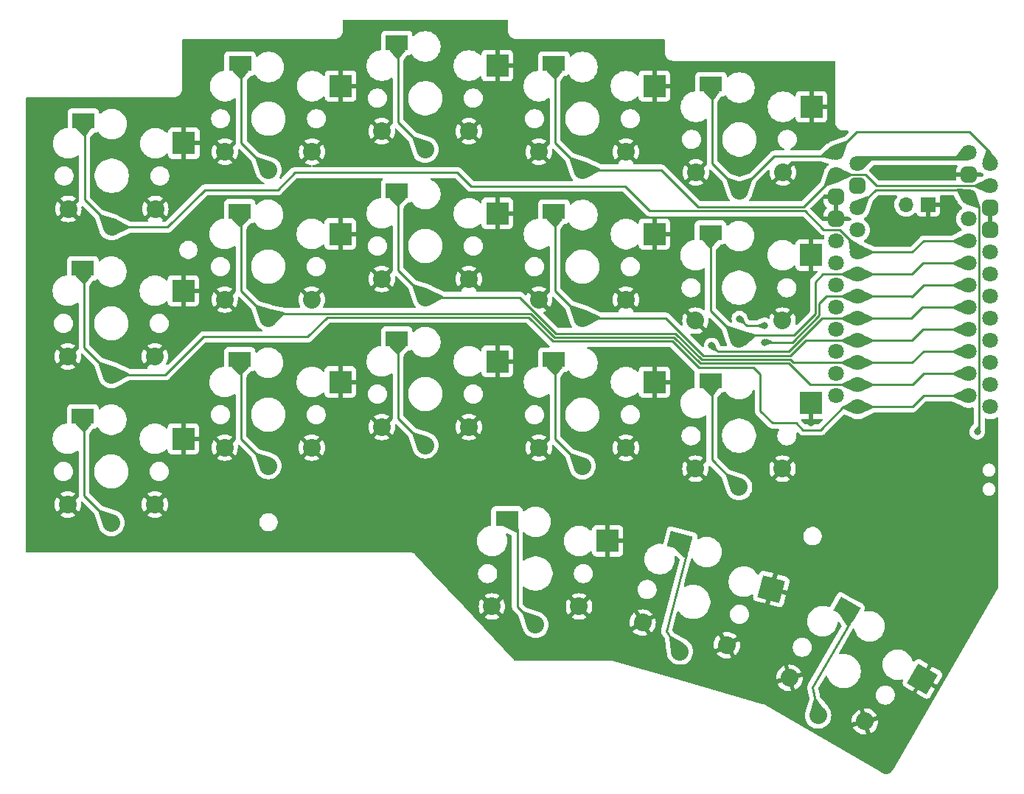
<source format=gbr>
%TF.GenerationSoftware,KiCad,Pcbnew,8.0.4*%
%TF.CreationDate,2024-09-02T16:23:25+07:00*%
%TF.ProjectId,cc36,63633336-2e6b-4696-9361-645f70636258,rev?*%
%TF.SameCoordinates,Original*%
%TF.FileFunction,Copper,L2,Bot*%
%TF.FilePolarity,Positive*%
%FSLAX46Y46*%
G04 Gerber Fmt 4.6, Leading zero omitted, Abs format (unit mm)*
G04 Created by KiCad (PCBNEW 8.0.4) date 2024-09-02 16:23:25*
%MOMM*%
%LPD*%
G01*
G04 APERTURE LIST*
G04 Aperture macros list*
%AMRoundRect*
0 Rectangle with rounded corners*
0 $1 Rounding radius*
0 $2 $3 $4 $5 $6 $7 $8 $9 X,Y pos of 4 corners*
0 Add a 4 corners polygon primitive as box body*
4,1,4,$2,$3,$4,$5,$6,$7,$8,$9,$2,$3,0*
0 Add four circle primitives for the rounded corners*
1,1,$1+$1,$2,$3*
1,1,$1+$1,$4,$5*
1,1,$1+$1,$6,$7*
1,1,$1+$1,$8,$9*
0 Add four rect primitives between the rounded corners*
20,1,$1+$1,$2,$3,$4,$5,0*
20,1,$1+$1,$4,$5,$6,$7,0*
20,1,$1+$1,$6,$7,$8,$9,0*
20,1,$1+$1,$8,$9,$2,$3,0*%
%AMRotRect*
0 Rectangle, with rotation*
0 The origin of the aperture is its center*
0 $1 length*
0 $2 width*
0 $3 Rotation angle, in degrees counterclockwise*
0 Add horizontal line*
21,1,$1,$2,0,0,$3*%
G04 Aperture macros list end*
%TA.AperFunction,SMDPad,CuDef*%
%ADD10R,2.600000X1.800000*%
%TD*%
%TA.AperFunction,ComponentPad*%
%ADD11C,2.032000*%
%TD*%
%TA.AperFunction,SMDPad,CuDef*%
%ADD12R,2.600000X2.600000*%
%TD*%
%TA.AperFunction,SMDPad,CuDef*%
%ADD13RotRect,2.600000X2.600000X330.000000*%
%TD*%
%TA.AperFunction,SMDPad,CuDef*%
%ADD14RotRect,2.600000X1.800000X330.000000*%
%TD*%
%TA.AperFunction,SMDPad,CuDef*%
%ADD15RotRect,2.600000X1.800000X345.000000*%
%TD*%
%TA.AperFunction,SMDPad,CuDef*%
%ADD16RotRect,2.600000X2.600000X345.000000*%
%TD*%
%TA.AperFunction,ComponentPad*%
%ADD17C,1.800000*%
%TD*%
%TA.AperFunction,ComponentPad*%
%ADD18RoundRect,0.450000X0.450000X0.450000X-0.450000X0.450000X-0.450000X-0.450000X0.450000X-0.450000X0*%
%TD*%
%TA.AperFunction,ComponentPad*%
%ADD19O,1.700000X1.700000*%
%TD*%
%TA.AperFunction,ComponentPad*%
%ADD20R,1.700000X1.700000*%
%TD*%
%TA.AperFunction,ComponentPad*%
%ADD21RoundRect,0.450000X-0.450000X-0.450000X0.450000X-0.450000X0.450000X0.450000X-0.450000X0.450000X0*%
%TD*%
%TA.AperFunction,ViaPad*%
%ADD22C,0.800000*%
%TD*%
%TA.AperFunction,Conductor*%
%ADD23C,0.250000*%
%TD*%
%TA.AperFunction,Conductor*%
%ADD24C,0.500000*%
%TD*%
G04 APERTURE END LIST*
D10*
%TO.P,SW12,1,1*%
%TO.N,Switch12*%
X154665000Y-72090000D03*
D11*
X157940000Y-84340000D03*
%TO.P,SW12,2,2*%
%TO.N,gnd*%
X152940000Y-82240000D03*
X162940000Y-82240000D03*
D12*
X166215000Y-74690000D03*
%TD*%
D10*
%TO.P,SW10,1,1*%
%TO.N,Switch10*%
X118635000Y-67290000D03*
D11*
X121910000Y-79540000D03*
%TO.P,SW10,2,2*%
%TO.N,gnd*%
X116910000Y-77440000D03*
X126910000Y-77440000D03*
D12*
X130185000Y-69890000D03*
%TD*%
D10*
%TO.P,SW18,1,1*%
%TO.N,Switch18*%
X154665000Y-89108000D03*
D11*
X157940000Y-101358000D03*
%TO.P,SW18,2,2*%
%TO.N,gnd*%
X152940000Y-99258000D03*
X162940000Y-99258000D03*
D12*
X166215000Y-91708000D03*
%TD*%
D10*
%TO.P,SW15,1,1*%
%TO.N,Switch15*%
X100595000Y-86678000D03*
D11*
X103870000Y-98928000D03*
%TO.P,SW15,2,2*%
%TO.N,gnd*%
X98870000Y-96828000D03*
X108870000Y-96828000D03*
D12*
X112145000Y-89278000D03*
%TD*%
D13*
%TO.P,SW21,2,2*%
%TO.N,gnd*%
X179011360Y-123400356D03*
D11*
X172400127Y-128301348D03*
X163739873Y-123301349D03*
%TO.P,SW21,1,1*%
%TO.N,Switch21*%
X167020000Y-127620000D03*
D14*
X170308767Y-115373689D03*
%TD*%
D15*
%TO.P,SW20,1,1*%
%TO.N,Switch20*%
X151167126Y-107579777D03*
D11*
X151160000Y-120260000D03*
%TO.P,SW20,2,2*%
%TO.N,gnd*%
X146873890Y-116937461D03*
X156533149Y-119525651D03*
D16*
X161650640Y-113080544D03*
%TD*%
D10*
%TO.P,SW19,1,1*%
%TO.N,Switch19*%
X131295000Y-104940000D03*
D11*
X134570000Y-117190000D03*
%TO.P,SW19,2,2*%
%TO.N,gnd*%
X129570000Y-115090000D03*
X139570000Y-115090000D03*
D12*
X142845000Y-107540000D03*
%TD*%
D10*
%TO.P,SW17,1,1*%
%TO.N,Switch17*%
X136679000Y-86700000D03*
D11*
X139954000Y-98950000D03*
%TO.P,SW17,2,2*%
%TO.N,gnd*%
X134954000Y-96850000D03*
X144954000Y-96850000D03*
D12*
X148229000Y-89300000D03*
%TD*%
D10*
%TO.P,SW16,1,1*%
%TO.N,Switch16*%
X118635000Y-84308000D03*
D11*
X121910000Y-96558000D03*
%TO.P,SW16,2,2*%
%TO.N,gnd*%
X116910000Y-94458000D03*
X126910000Y-94458000D03*
D12*
X130185000Y-86908000D03*
%TD*%
D10*
%TO.P,SW14,1,1*%
%TO.N,Switch14*%
X82577000Y-93218000D03*
D11*
X85852000Y-105468000D03*
%TO.P,SW14,2,2*%
%TO.N,gnd*%
X80852000Y-103368000D03*
X90852000Y-103368000D03*
D12*
X94127000Y-95818000D03*
%TD*%
D10*
%TO.P,SW11,1,1*%
%TO.N,Switch11*%
X136679000Y-69682000D03*
D11*
X139954000Y-81932000D03*
%TO.P,SW11,2,2*%
%TO.N,gnd*%
X134954000Y-79832000D03*
X144954000Y-79832000D03*
D12*
X148229000Y-72282000D03*
%TD*%
D10*
%TO.P,SW9,1,1*%
%TO.N,Switch9*%
X100595000Y-69660000D03*
D11*
X103870000Y-81910000D03*
%TO.P,SW9,2,2*%
%TO.N,gnd*%
X98870000Y-79810000D03*
X108870000Y-79810000D03*
D12*
X112145000Y-72260000D03*
%TD*%
D10*
%TO.P,SW8,1,1*%
%TO.N,Switch8*%
X82577000Y-76200000D03*
D11*
X85852000Y-88450000D03*
%TO.P,SW8,2,2*%
%TO.N,gnd*%
X80852000Y-86350000D03*
X90852000Y-86350000D03*
D12*
X94127000Y-78800000D03*
%TD*%
D10*
%TO.P,SW6,1,1*%
%TO.N,Switch6*%
X154713000Y-55050000D03*
D11*
X157988000Y-67300000D03*
%TO.P,SW6,2,2*%
%TO.N,gnd*%
X152988000Y-65200000D03*
X162988000Y-65200000D03*
D12*
X166263000Y-57650000D03*
%TD*%
D10*
%TO.P,SW5,1,1*%
%TO.N,Switch5*%
X136679000Y-52670000D03*
D11*
X139954000Y-64920000D03*
%TO.P,SW5,2,2*%
%TO.N,gnd*%
X134954000Y-62820000D03*
X144954000Y-62820000D03*
D12*
X148229000Y-55270000D03*
%TD*%
D10*
%TO.P,SW4,1,1*%
%TO.N,Switch4*%
X118635000Y-50310000D03*
D11*
X121910000Y-62560000D03*
%TO.P,SW4,2,2*%
%TO.N,gnd*%
X116910000Y-60460000D03*
X126910000Y-60460000D03*
D12*
X130185000Y-52910000D03*
%TD*%
D10*
%TO.P,SW3,1,1*%
%TO.N,Switch3*%
X100635000Y-52670000D03*
D11*
X103910000Y-64920000D03*
%TO.P,SW3,2,2*%
%TO.N,gnd*%
X98910000Y-62820000D03*
X108910000Y-62820000D03*
D12*
X112185000Y-55270000D03*
%TD*%
D10*
%TO.P,SW2,1,1*%
%TO.N,Switch2*%
X82635000Y-59230000D03*
D11*
X85910000Y-71480000D03*
%TO.P,SW2,2,2*%
%TO.N,gnd*%
X80910000Y-69380000D03*
X90910000Y-69380000D03*
D12*
X94185000Y-61830000D03*
%TD*%
D17*
%TO.P,U1,1,P0.06*%
%TO.N,Switch6*%
X169060000Y-62920000D03*
%TO.P,U1,2,P0.08*%
%TO.N,Switch5*%
X169060000Y-65460000D03*
D18*
%TO.P,U1,3,GND*%
%TO.N,gnd*%
X169060000Y-68000000D03*
%TO.P,U1,4,GND*%
X169060000Y-70540000D03*
D17*
%TO.P,U1,5,P0.17*%
%TO.N,Switch14*%
X169060000Y-73080000D03*
%TO.P,U1,6,P0.20*%
%TO.N,Switch15*%
X169060000Y-75620000D03*
%TO.P,U1,7,P0.22*%
%TO.N,Switch16*%
X169060000Y-78160000D03*
%TO.P,U1,8,P0.24*%
%TO.N,Switch17*%
X169060000Y-80700000D03*
%TO.P,U1,9,P1.00*%
%TO.N,Switch18*%
X169060000Y-83240000D03*
%TO.P,U1,10,P0.11*%
%TO.N,Switch19*%
X169060000Y-85780000D03*
%TO.P,U1,11,P1.04-LF*%
%TO.N,Switch20*%
X169060000Y-88320000D03*
%TO.P,U1,12,P1.06-LF*%
%TO.N,Switch21*%
X169060000Y-90860000D03*
%TO.P,U1,13,P0.09-LF*%
%TO.N,Switch8*%
X184300000Y-90860000D03*
%TO.P,U1,14,P0.10-LF*%
%TO.N,Switch9*%
X184300000Y-88320000D03*
%TO.P,U1,15,P1.11-LF*%
%TO.N,Switch10*%
X184300000Y-85780000D03*
%TO.P,U1,16,P1.13-LF*%
%TO.N,Switch11*%
X184300000Y-83240000D03*
%TO.P,U1,17,P1.15-LF*%
%TO.N,Switch3*%
X184300000Y-80700000D03*
%TO.P,U1,18,P0.02-LF*%
%TO.N,Switch4*%
X184300000Y-78160000D03*
%TO.P,U1,19,P0.29-LF*%
%TO.N,Switch12*%
X184300000Y-75620000D03*
%TO.P,U1,20,P0.31-LF*%
%TO.N,Switch2*%
X184300000Y-73080000D03*
%TO.P,U1,21,3V3*%
%TO.N,unconnected-(U1-3V3-Pad21)*%
X184300000Y-70540000D03*
%TO.P,U1,22,RST*%
%TO.N,reset*%
X184300000Y-68000000D03*
D18*
%TO.P,U1,23,GND*%
%TO.N,gnd*%
X184300000Y-65460000D03*
D17*
%TO.P,U1,24,BAT+*%
%TO.N,+BATT*%
X184280000Y-62890000D03*
%TD*%
D19*
%TO.P,BT1,1,+*%
%TO.N,Net-(BT1-+)*%
X177129999Y-68900000D03*
D20*
%TO.P,BT1,2,-*%
%TO.N,gnd*%
X179670001Y-68900000D03*
%TD*%
D17*
%TO.P,U2,24,BAT+*%
%TO.N,+BATT*%
X171570000Y-64180000D03*
D21*
%TO.P,U2,23,GND*%
%TO.N,gnd*%
X171550000Y-66750000D03*
D17*
%TO.P,U2,22,RST*%
%TO.N,reset*%
X171550000Y-69290000D03*
%TO.P,U2,21,3V3*%
%TO.N,unconnected-(U2-3V3-Pad21)*%
X171550000Y-71830000D03*
%TO.P,U2,20,P0.31-LF*%
%TO.N,Switch2*%
X171550000Y-74370000D03*
%TO.P,U2,19,P0.29-LF*%
%TO.N,Switch12*%
X171550000Y-76910000D03*
%TO.P,U2,18,P0.02-LF*%
%TO.N,Switch4*%
X171550000Y-79450000D03*
%TO.P,U2,17,P1.15-LF*%
%TO.N,Switch3*%
X171550000Y-81990000D03*
%TO.P,U2,16,P1.13-LF*%
%TO.N,Switch11*%
X171550000Y-84530000D03*
%TO.P,U2,15,P1.11-LF*%
%TO.N,Switch10*%
X171550000Y-87070000D03*
%TO.P,U2,14,P0.10-LF*%
%TO.N,Switch9*%
X171550000Y-89610000D03*
%TO.P,U2,13,P0.09-LF*%
%TO.N,Switch8*%
X171550000Y-92150000D03*
%TO.P,U2,12,P1.06-LF*%
%TO.N,Switch21*%
X186790000Y-92150000D03*
%TO.P,U2,11,P1.04-LF*%
%TO.N,Switch20*%
X186790000Y-89610000D03*
%TO.P,U2,10,P0.11*%
%TO.N,Switch19*%
X186790000Y-87070000D03*
%TO.P,U2,9,P1.00*%
%TO.N,Switch18*%
X186790000Y-84530000D03*
%TO.P,U2,8,P0.24*%
%TO.N,Switch17*%
X186790000Y-81990000D03*
%TO.P,U2,7,P0.22*%
%TO.N,Switch16*%
X186790000Y-79450000D03*
%TO.P,U2,6,P0.20*%
%TO.N,Switch15*%
X186790000Y-76910000D03*
%TO.P,U2,5,P0.17*%
%TO.N,Switch14*%
X186790000Y-74370000D03*
D21*
%TO.P,U2,4,GND*%
%TO.N,gnd*%
X186790000Y-71830000D03*
%TO.P,U2,3,GND*%
X186790000Y-69290000D03*
D17*
%TO.P,U2,2,P0.08*%
%TO.N,Switch5*%
X186790000Y-66750000D03*
%TO.P,U2,1,P0.06*%
%TO.N,Switch6*%
X186790000Y-64210000D03*
%TD*%
D22*
%TO.N,gnd*%
X166200000Y-94000000D03*
%TO.N,Switch4*%
X160900000Y-84700000D03*
X160900000Y-82800000D03*
X158000000Y-82000000D03*
%TO.N,Switch3*%
X154800000Y-85100000D03*
%TO.N,reset*%
X185300000Y-95000000D03*
%TD*%
D23*
%TO.N,gnd*%
X166200000Y-94000000D02*
X166215000Y-93985000D01*
X166215000Y-93985000D02*
X166215000Y-91708000D01*
%TO.N,Switch8*%
X160400000Y-88400000D02*
X160400000Y-92600000D01*
X159600000Y-87600000D02*
X160400000Y-88400000D01*
X153290812Y-87600000D02*
X159600000Y-87600000D01*
X160400000Y-92600000D02*
X161800000Y-94000000D01*
X110650000Y-81850000D02*
X133802747Y-81850000D01*
X150290812Y-84600000D02*
X153290812Y-87600000D01*
X136552747Y-84600000D02*
X150290812Y-84600000D01*
X133802747Y-81850000D02*
X136552747Y-84600000D01*
X164500000Y-94000000D02*
X165300000Y-94800000D01*
X108400000Y-84100000D02*
X110650000Y-81850000D01*
X96411500Y-84100000D02*
X108400000Y-84100000D01*
X92061500Y-88450000D02*
X96411500Y-84100000D01*
X161800000Y-94000000D02*
X164500000Y-94000000D01*
X85852000Y-88450000D02*
X92061500Y-88450000D01*
X167300000Y-94800000D02*
X169950000Y-92150000D01*
X165300000Y-94800000D02*
X167300000Y-94800000D01*
X169950000Y-92150000D02*
X171550000Y-92150000D01*
%TO.N,Switch10*%
X121910000Y-79540000D02*
X132765539Y-79540000D01*
X153663604Y-86700000D02*
X163836396Y-86700000D01*
X132765539Y-79540000D02*
X136925539Y-83700000D01*
X136925539Y-83700000D02*
X150663604Y-83700000D01*
X150663604Y-83700000D02*
X153663604Y-86700000D01*
X163836396Y-86700000D02*
X164206396Y-87070000D01*
X164206396Y-87070000D02*
X171550000Y-87070000D01*
%TO.N,Switch9*%
X103870000Y-81910000D02*
X104380000Y-81400000D01*
X104380000Y-81400000D02*
X133989143Y-81400000D01*
X163650000Y-87150000D02*
X166110000Y-89610000D01*
X133989143Y-81400000D02*
X136739143Y-84150000D01*
X136739143Y-84150000D02*
X150477208Y-84150000D01*
X150477208Y-84150000D02*
X153477208Y-87150000D01*
X153477208Y-87150000D02*
X163650000Y-87150000D01*
X166110000Y-89610000D02*
X171550000Y-89610000D01*
%TO.N,Switch11*%
X139954000Y-81932000D02*
X149532000Y-81932000D01*
X149532000Y-81932000D02*
X153850000Y-86250000D01*
X153850000Y-86250000D02*
X163850000Y-86250000D01*
X163850000Y-86250000D02*
X165570000Y-84530000D01*
X165570000Y-84530000D02*
X171550000Y-84530000D01*
%TO.N,Switch3*%
X154800000Y-85100000D02*
X155500000Y-85800000D01*
X155500000Y-85800000D02*
X163636396Y-85800000D01*
X163636396Y-85800000D02*
X167446396Y-81990000D01*
X167446396Y-81990000D02*
X171550000Y-81990000D01*
%TO.N,Switch12*%
X157940000Y-84340000D02*
X158380000Y-83900000D01*
X158380000Y-83900000D02*
X164263604Y-83900000D01*
X164263604Y-83900000D02*
X166700000Y-81463604D01*
X166700000Y-81463604D02*
X166700000Y-77800000D01*
X166700000Y-77800000D02*
X167590000Y-76910000D01*
X167590000Y-76910000D02*
X171550000Y-76910000D01*
%TO.N,Switch4*%
X171550000Y-79450000D02*
X167950000Y-79450000D01*
X164100000Y-84700000D02*
X160900000Y-84700000D01*
X167950000Y-79450000D02*
X167150000Y-80250000D01*
X167150000Y-80250000D02*
X167150000Y-81650000D01*
X167150000Y-81650000D02*
X164100000Y-84700000D01*
X158800000Y-82800000D02*
X158000000Y-82000000D01*
X160900000Y-82800000D02*
X158800000Y-82800000D01*
%TO.N,Switch2*%
X85910000Y-71480000D02*
X92320000Y-71480000D01*
X125600000Y-65200000D02*
X127200000Y-66800000D01*
X92320000Y-71480000D02*
X96600000Y-67200000D01*
X165500000Y-69600000D02*
X167665000Y-71765000D01*
X96600000Y-67200000D02*
X104950000Y-67200000D01*
X104950000Y-67200000D02*
X106950000Y-65200000D01*
X171550000Y-73837588D02*
X171550000Y-74370000D01*
X106950000Y-65200000D02*
X125600000Y-65200000D01*
X127200000Y-66800000D02*
X144900000Y-66800000D01*
X144900000Y-66800000D02*
X147700000Y-69600000D01*
X147700000Y-69600000D02*
X165500000Y-69600000D01*
X167665000Y-71765000D02*
X169477412Y-71765000D01*
X169477412Y-71765000D02*
X171550000Y-73837588D01*
%TO.N,Switch5*%
X139954000Y-64920000D02*
X149020000Y-64920000D01*
X165370000Y-69150000D02*
X169060000Y-65460000D01*
X149020000Y-64920000D02*
X153250000Y-69150000D01*
X153250000Y-69150000D02*
X165370000Y-69150000D01*
%TO.N,Switch6*%
X157988000Y-67300000D02*
X161988000Y-63300000D01*
X161988000Y-63300000D02*
X168680000Y-63300000D01*
X168680000Y-63300000D02*
X169060000Y-62920000D01*
X186790000Y-64210000D02*
X186790000Y-62937208D01*
X186790000Y-62937208D02*
X184376500Y-60523708D01*
X184376500Y-60523708D02*
X171456292Y-60523708D01*
X171456292Y-60523708D02*
X169060000Y-62920000D01*
%TO.N,Switch21*%
X170600000Y-117100000D02*
X166400000Y-124400000D01*
X170308767Y-115373689D02*
X170600000Y-117100000D01*
X166400000Y-124400000D02*
X167020000Y-127620000D01*
%TO.N,Switch20*%
X151900000Y-109100000D02*
X149600000Y-117900000D01*
X151167126Y-107579777D02*
X151900000Y-109100000D01*
X149600000Y-117900000D02*
X151160000Y-120260000D01*
%TO.N,Switch18*%
X154665000Y-89108000D02*
X154815001Y-89258001D01*
X154815001Y-89258001D02*
X154815001Y-98233001D01*
X154815001Y-98233001D02*
X157940000Y-101358000D01*
%TO.N,reset*%
X185525000Y-94775000D02*
X185525000Y-69225000D01*
X185300000Y-95000000D02*
X185525000Y-94775000D01*
X185525000Y-69225000D02*
X184300000Y-68000000D01*
%TO.N,Switch8*%
X184300000Y-90860000D02*
X179140000Y-90860000D01*
X179140000Y-90860000D02*
X177850000Y-92150000D01*
X177850000Y-92150000D02*
X171550000Y-92150000D01*
%TO.N,Switch9*%
X184300000Y-88320000D02*
X179180000Y-88320000D01*
X179180000Y-88320000D02*
X177890000Y-89610000D01*
X177890000Y-89610000D02*
X171550000Y-89610000D01*
%TO.N,Switch10*%
X184300000Y-85780000D02*
X179120000Y-85780000D01*
X179120000Y-85780000D02*
X177830000Y-87070000D01*
X177830000Y-87070000D02*
X171550000Y-87070000D01*
%TO.N,Switch11*%
X184300000Y-83240000D02*
X179060000Y-83240000D01*
X179060000Y-83240000D02*
X177770000Y-84530000D01*
X177770000Y-84530000D02*
X171550000Y-84530000D01*
%TO.N,Switch4*%
X184300000Y-78160000D02*
X179140000Y-78160000D01*
X177800000Y-79500000D02*
X177750000Y-79450000D01*
X179140000Y-78160000D02*
X177800000Y-79500000D01*
X177750000Y-79450000D02*
X171550000Y-79450000D01*
%TO.N,Switch3*%
X184300000Y-80700000D02*
X179000000Y-80700000D01*
X179000000Y-80700000D02*
X177710000Y-81990000D01*
X177710000Y-81990000D02*
X171550000Y-81990000D01*
%TO.N,Switch12*%
X184300000Y-75620000D02*
X179080000Y-75620000D01*
X179080000Y-75620000D02*
X177790000Y-76910000D01*
X177790000Y-76910000D02*
X171550000Y-76910000D01*
%TO.N,Switch2*%
X184540000Y-73080000D02*
X179120000Y-73080000D01*
X179120000Y-73080000D02*
X177830000Y-74370000D01*
X177830000Y-74370000D02*
X171550000Y-74370000D01*
%TO.N,Switch5*%
X186790000Y-66750000D02*
X173750000Y-66750000D01*
X173750000Y-66750000D02*
X172460000Y-65460000D01*
X172460000Y-65460000D02*
X169300000Y-65460000D01*
%TO.N,reset*%
X171550000Y-69290000D02*
X173640000Y-67200000D01*
X183740000Y-67200000D02*
X184540000Y-68000000D01*
X173640000Y-67200000D02*
X183740000Y-67200000D01*
%TO.N,gnd*%
X186790000Y-69410000D02*
X186790000Y-68602412D01*
X180175001Y-69405000D02*
X179670001Y-68900000D01*
D24*
%TO.N,+BATT*%
X184520000Y-62980000D02*
X183900000Y-63600000D01*
X183900000Y-63600000D02*
X172270000Y-63600000D01*
X172270000Y-63600000D02*
X171570000Y-64300000D01*
D23*
%TO.N,Switch12*%
X154665000Y-72490000D02*
X154665000Y-81065000D01*
X154665000Y-81065000D02*
X157940000Y-84340000D01*
%TO.N,Switch6*%
X154713000Y-55050000D02*
X154863000Y-55200000D01*
X154863000Y-55200000D02*
X154863000Y-64175000D01*
X154863000Y-64175000D02*
X157988000Y-67300000D01*
%TO.N,Switch11*%
X136679000Y-69682000D02*
X136829000Y-69832000D01*
X136829000Y-69832000D02*
X136829000Y-78807000D01*
X136829000Y-78807000D02*
X139954000Y-81932000D01*
%TO.N,Switch10*%
X118635000Y-67290000D02*
X118785000Y-67440000D01*
X118785000Y-67440000D02*
X118785000Y-76415000D01*
X118785000Y-76415000D02*
X121910000Y-79540000D01*
%TO.N,Switch5*%
X136679000Y-52670000D02*
X136829000Y-52820000D01*
X136829000Y-52820000D02*
X136829000Y-61795000D01*
X136829000Y-61795000D02*
X139954000Y-64920000D01*
%TO.N,Switch4*%
X118635000Y-50310000D02*
X118785000Y-50460000D01*
X118785000Y-59435000D02*
X121910000Y-62560000D01*
X118785000Y-50460000D02*
X118785000Y-59435000D01*
%TO.N,Switch9*%
X100595000Y-69660000D02*
X100745000Y-69810000D01*
X100745000Y-69810000D02*
X100745000Y-78785000D01*
X100745000Y-78785000D02*
X103870000Y-81910000D01*
%TO.N,Switch3*%
X100635000Y-52670000D02*
X100785000Y-52820000D01*
X100785000Y-52820000D02*
X100785000Y-61795000D01*
X100785000Y-61795000D02*
X103910000Y-64920000D01*
%TO.N,Switch2*%
X82635000Y-59230000D02*
X82785000Y-59380000D01*
X82785000Y-59380000D02*
X82785000Y-68355000D01*
X82785000Y-68355000D02*
X85910000Y-71480000D01*
%TO.N,Switch8*%
X82577000Y-76200000D02*
X82727000Y-76350000D01*
X82727000Y-76350000D02*
X82727000Y-85325000D01*
X82727000Y-85325000D02*
X85852000Y-88450000D01*
%TO.N,Switch14*%
X82577000Y-93218000D02*
X82727000Y-93368000D01*
X82727000Y-93368000D02*
X82727000Y-102343000D01*
X82727000Y-102343000D02*
X85852000Y-105468000D01*
%TO.N,Switch15*%
X100595000Y-86678000D02*
X100745000Y-86828000D01*
X100745000Y-86828000D02*
X100745000Y-95803000D01*
X100745000Y-95803000D02*
X103870000Y-98928000D01*
%TO.N,Switch16*%
X118635000Y-84308000D02*
X118785000Y-84458000D01*
X118785000Y-84458000D02*
X118785000Y-93433000D01*
X118785000Y-93433000D02*
X121910000Y-96558000D01*
%TO.N,Switch17*%
X136679000Y-86700000D02*
X136829000Y-86850000D01*
X136829000Y-86850000D02*
X136829000Y-95825000D01*
X136829000Y-95825000D02*
X139954000Y-98950000D01*
%TO.N,Switch19*%
X131295000Y-104940000D02*
X132480500Y-106125500D01*
X132480500Y-106125500D02*
X132480500Y-115100500D01*
X132480500Y-115100500D02*
X134570000Y-117190000D01*
%TD*%
%TA.AperFunction,Conductor*%
%TO.N,gnd*%
G36*
X131356539Y-47642185D02*
G01*
X131402294Y-47694989D01*
X131413500Y-47746500D01*
X131413500Y-48959534D01*
X131443898Y-49131937D01*
X131503775Y-49296446D01*
X131591309Y-49448057D01*
X131703836Y-49582163D01*
X131837942Y-49694690D01*
X131837943Y-49694691D01*
X131837945Y-49694692D01*
X131989555Y-49782225D01*
X132154062Y-49842101D01*
X132326468Y-49872500D01*
X132348108Y-49872500D01*
X149299500Y-49872500D01*
X149366539Y-49892185D01*
X149412294Y-49944989D01*
X149423500Y-49996500D01*
X149423500Y-51459534D01*
X149453898Y-51631937D01*
X149513775Y-51796446D01*
X149601309Y-51948057D01*
X149713836Y-52082163D01*
X149847942Y-52194690D01*
X149847943Y-52194691D01*
X149847945Y-52194692D01*
X149999555Y-52282225D01*
X150164062Y-52342101D01*
X150336468Y-52372500D01*
X150350017Y-52372500D01*
X150350870Y-52372555D01*
X150358483Y-52372549D01*
X150358486Y-52372550D01*
X150424686Y-52372500D01*
X150424761Y-52372500D01*
X150497659Y-52372500D01*
X150498488Y-52372443D01*
X168873266Y-52358580D01*
X168940319Y-52378214D01*
X168986113Y-52430983D01*
X168997358Y-52482542D01*
X168999511Y-59429014D01*
X168999483Y-59431674D01*
X168998750Y-59466294D01*
X168998750Y-59466295D01*
X169024458Y-59633864D01*
X169024924Y-59636899D01*
X169030334Y-59652984D01*
X169061190Y-59744727D01*
X169079947Y-59800494D01*
X169162191Y-59952241D01*
X169269224Y-60087648D01*
X169269226Y-60087650D01*
X169269228Y-60087652D01*
X169397871Y-60202704D01*
X169397879Y-60202711D01*
X169544340Y-60294018D01*
X169544346Y-60294020D01*
X169544347Y-60294021D01*
X169704298Y-60358882D01*
X169872997Y-60395371D01*
X169890200Y-60396053D01*
X169905655Y-60398401D01*
X169905689Y-60398147D01*
X169913748Y-60399208D01*
X169913751Y-60399208D01*
X169966890Y-60399208D01*
X169971946Y-60399311D01*
X169973184Y-60399361D01*
X170025067Y-60401479D01*
X170025071Y-60401477D01*
X170025072Y-60401478D01*
X170033165Y-60400748D01*
X170033183Y-60400955D01*
X170048934Y-60399208D01*
X170396839Y-60399208D01*
X170463878Y-60418893D01*
X170509633Y-60471697D01*
X170519577Y-60540855D01*
X170490552Y-60604411D01*
X170484520Y-60610889D01*
X170000098Y-61095309D01*
X169953012Y-61124795D01*
X168561809Y-61606804D01*
X168547260Y-61612095D01*
X168546690Y-61612312D01*
X168546672Y-61612319D01*
X168525210Y-61622199D01*
X168513626Y-61626840D01*
X168495501Y-61633062D01*
X168495495Y-61633064D01*
X168291372Y-61743531D01*
X168108216Y-61886086D01*
X168108205Y-61886097D01*
X168104596Y-61890017D01*
X168092686Y-61901344D01*
X167342087Y-62525885D01*
X167197945Y-62645819D01*
X167133821Y-62673566D01*
X167118634Y-62674500D01*
X163912605Y-62674500D01*
X163845566Y-62654815D01*
X163799811Y-62602011D01*
X163789867Y-62532853D01*
X163818892Y-62469297D01*
X163874287Y-62432569D01*
X163910788Y-62420709D01*
X163910791Y-62420708D01*
X163921579Y-62415211D01*
X164065260Y-62342002D01*
X164205514Y-62240101D01*
X164328101Y-62117514D01*
X164430002Y-61977260D01*
X164508708Y-61822791D01*
X164562280Y-61657912D01*
X164576252Y-61569695D01*
X164589400Y-61486687D01*
X164589400Y-61313312D01*
X164566525Y-61168893D01*
X164562280Y-61142088D01*
X164521255Y-61015825D01*
X164508709Y-60977211D01*
X164508708Y-60977208D01*
X164430001Y-60822739D01*
X164403795Y-60786670D01*
X164328101Y-60682486D01*
X164205514Y-60559899D01*
X164065260Y-60457998D01*
X164039222Y-60444731D01*
X163910791Y-60379291D01*
X163910788Y-60379290D01*
X163745913Y-60325720D01*
X163574687Y-60298600D01*
X163574682Y-60298600D01*
X163401318Y-60298600D01*
X163401313Y-60298600D01*
X163230086Y-60325720D01*
X163065211Y-60379290D01*
X163065208Y-60379291D01*
X162910739Y-60457998D01*
X162837678Y-60511081D01*
X162770486Y-60559899D01*
X162770484Y-60559901D01*
X162770483Y-60559901D01*
X162647901Y-60682483D01*
X162647901Y-60682484D01*
X162647899Y-60682486D01*
X162604136Y-60742719D01*
X162545998Y-60822739D01*
X162467291Y-60977208D01*
X162467290Y-60977211D01*
X162413720Y-61142086D01*
X162386600Y-61313312D01*
X162386600Y-61486687D01*
X162413720Y-61657913D01*
X162467290Y-61822788D01*
X162467291Y-61822791D01*
X162538205Y-61961966D01*
X162545998Y-61977260D01*
X162647899Y-62117514D01*
X162770486Y-62240101D01*
X162910740Y-62342002D01*
X162986502Y-62380604D01*
X163065208Y-62420708D01*
X163065211Y-62420709D01*
X163101713Y-62432569D01*
X163159388Y-62472006D01*
X163186587Y-62536364D01*
X163174673Y-62605211D01*
X163127429Y-62656687D01*
X163063395Y-62674500D01*
X161926389Y-62674500D01*
X161865971Y-62686518D01*
X161822743Y-62695116D01*
X161805546Y-62698537D01*
X161691716Y-62745687D01*
X161691707Y-62745692D01*
X161589268Y-62814140D01*
X161562540Y-62840869D01*
X161502142Y-62901267D01*
X161502139Y-62901270D01*
X159083390Y-65320018D01*
X159034917Y-65349975D01*
X158027206Y-65685843D01*
X157957382Y-65688366D01*
X157948790Y-65685843D01*
X156941082Y-65349976D01*
X156892609Y-65320019D01*
X155524819Y-63952228D01*
X155491334Y-63890905D01*
X155488500Y-63864547D01*
X155488500Y-61271199D01*
X156023000Y-61271199D01*
X156023000Y-61528800D01*
X156056622Y-61784174D01*
X156123289Y-62032982D01*
X156221859Y-62270952D01*
X156221867Y-62270969D01*
X156350652Y-62494030D01*
X156350663Y-62494046D01*
X156507463Y-62698392D01*
X156507469Y-62698399D01*
X156689600Y-62880530D01*
X156689607Y-62880536D01*
X156767127Y-62940019D01*
X156893962Y-63037343D01*
X156893969Y-63037347D01*
X157117030Y-63166132D01*
X157117035Y-63166134D01*
X157117038Y-63166136D01*
X157117042Y-63166137D01*
X157117047Y-63166140D01*
X157159530Y-63183737D01*
X157355016Y-63264710D01*
X157603825Y-63331378D01*
X157859207Y-63365000D01*
X157859214Y-63365000D01*
X158116786Y-63365000D01*
X158116793Y-63365000D01*
X158372175Y-63331378D01*
X158620984Y-63264710D01*
X158858962Y-63166136D01*
X159082038Y-63037343D01*
X159286394Y-62880535D01*
X159468535Y-62698394D01*
X159625343Y-62494038D01*
X159754136Y-62270962D01*
X159852710Y-62032984D01*
X159919378Y-61784175D01*
X159953000Y-61528793D01*
X159953000Y-61271207D01*
X159919378Y-61015825D01*
X159852710Y-60767016D01*
X159772676Y-60573797D01*
X159754140Y-60529047D01*
X159754132Y-60529030D01*
X159625347Y-60305969D01*
X159625343Y-60305962D01*
X159520127Y-60168842D01*
X159468536Y-60101607D01*
X159468530Y-60101600D01*
X159286399Y-59919469D01*
X159286392Y-59919463D01*
X159082046Y-59762663D01*
X159082044Y-59762661D01*
X159082038Y-59762657D01*
X159082033Y-59762654D01*
X159082030Y-59762652D01*
X158858969Y-59633867D01*
X158858952Y-59633859D01*
X158620982Y-59535289D01*
X158463243Y-59493023D01*
X158372175Y-59468622D01*
X158340252Y-59464419D01*
X158116800Y-59435000D01*
X158116793Y-59435000D01*
X157859207Y-59435000D01*
X157859199Y-59435000D01*
X157603825Y-59468622D01*
X157355017Y-59535289D01*
X157117047Y-59633859D01*
X157117030Y-59633867D01*
X156893969Y-59762652D01*
X156893953Y-59762663D01*
X156689607Y-59919463D01*
X156689600Y-59919469D01*
X156507469Y-60101600D01*
X156507463Y-60101607D01*
X156350663Y-60305953D01*
X156350652Y-60305969D01*
X156221867Y-60529030D01*
X156221859Y-60529047D01*
X156123289Y-60767017D01*
X156056622Y-61015825D01*
X156023000Y-61271199D01*
X155488500Y-61271199D01*
X155488500Y-57535258D01*
X161237500Y-57535258D01*
X161237500Y-57764741D01*
X161256553Y-57909452D01*
X161267452Y-57992238D01*
X161315455Y-58171389D01*
X161326842Y-58213887D01*
X161414650Y-58425876D01*
X161414657Y-58425890D01*
X161529392Y-58624617D01*
X161669081Y-58806661D01*
X161669089Y-58806670D01*
X161831330Y-58968911D01*
X161831338Y-58968918D01*
X162013382Y-59108607D01*
X162013385Y-59108608D01*
X162013388Y-59108611D01*
X162212112Y-59223344D01*
X162212117Y-59223346D01*
X162212123Y-59223349D01*
X162303480Y-59261190D01*
X162424113Y-59311158D01*
X162645762Y-59370548D01*
X162873266Y-59400500D01*
X162873273Y-59400500D01*
X163102727Y-59400500D01*
X163102734Y-59400500D01*
X163330238Y-59370548D01*
X163551887Y-59311158D01*
X163763888Y-59223344D01*
X163962612Y-59108611D01*
X164144661Y-58968919D01*
X164144665Y-58968914D01*
X164144670Y-58968911D01*
X164251319Y-58862262D01*
X164312642Y-58828777D01*
X164382334Y-58833761D01*
X164438267Y-58875633D01*
X164462684Y-58941097D01*
X164463000Y-58949943D01*
X164463000Y-58997844D01*
X164469401Y-59057372D01*
X164469403Y-59057379D01*
X164519645Y-59192086D01*
X164519649Y-59192093D01*
X164605809Y-59307187D01*
X164605812Y-59307190D01*
X164720906Y-59393350D01*
X164720913Y-59393354D01*
X164855620Y-59443596D01*
X164855627Y-59443598D01*
X164915155Y-59449999D01*
X164915172Y-59450000D01*
X166013000Y-59450000D01*
X166513000Y-59450000D01*
X167610828Y-59450000D01*
X167610844Y-59449999D01*
X167670372Y-59443598D01*
X167670379Y-59443596D01*
X167805086Y-59393354D01*
X167805093Y-59393350D01*
X167920187Y-59307190D01*
X167920190Y-59307187D01*
X168006350Y-59192093D01*
X168006354Y-59192086D01*
X168056596Y-59057379D01*
X168056598Y-59057372D01*
X168062999Y-58997844D01*
X168063000Y-58997827D01*
X168063000Y-57900000D01*
X166513000Y-57900000D01*
X166513000Y-59450000D01*
X166013000Y-59450000D01*
X166013000Y-57400000D01*
X166513000Y-57400000D01*
X168063000Y-57400000D01*
X168063000Y-56302172D01*
X168062999Y-56302155D01*
X168056598Y-56242627D01*
X168056596Y-56242620D01*
X168006354Y-56107913D01*
X168006350Y-56107906D01*
X167920190Y-55992812D01*
X167920187Y-55992809D01*
X167805093Y-55906649D01*
X167805086Y-55906645D01*
X167670379Y-55856403D01*
X167670372Y-55856401D01*
X167610844Y-55850000D01*
X166513000Y-55850000D01*
X166513000Y-57400000D01*
X166013000Y-57400000D01*
X166013000Y-55850000D01*
X164915155Y-55850000D01*
X164855627Y-55856401D01*
X164855620Y-55856403D01*
X164720913Y-55906645D01*
X164720906Y-55906649D01*
X164605812Y-55992809D01*
X164605809Y-55992812D01*
X164519649Y-56107906D01*
X164519645Y-56107913D01*
X164469403Y-56242620D01*
X164469401Y-56242627D01*
X164463000Y-56302155D01*
X164463000Y-56350057D01*
X164443315Y-56417096D01*
X164390511Y-56462851D01*
X164321353Y-56472795D01*
X164257797Y-56443770D01*
X164251319Y-56437738D01*
X164144670Y-56331089D01*
X164144661Y-56331081D01*
X163962617Y-56191392D01*
X163763890Y-56076657D01*
X163763876Y-56076650D01*
X163551887Y-55988842D01*
X163330238Y-55929452D01*
X163292215Y-55924446D01*
X163102741Y-55899500D01*
X163102734Y-55899500D01*
X162873266Y-55899500D01*
X162873258Y-55899500D01*
X162656715Y-55928009D01*
X162645762Y-55929452D01*
X162597118Y-55942486D01*
X162424112Y-55988842D01*
X162212123Y-56076650D01*
X162212109Y-56076657D01*
X162013382Y-56191392D01*
X161831338Y-56331081D01*
X161669081Y-56493338D01*
X161529392Y-56675382D01*
X161414657Y-56874109D01*
X161414650Y-56874123D01*
X161326842Y-57086112D01*
X161267453Y-57307759D01*
X161267451Y-57307770D01*
X161237500Y-57535258D01*
X155488500Y-57535258D01*
X155488500Y-57073152D01*
X155508185Y-57006113D01*
X155514787Y-56996810D01*
X155904378Y-56498156D01*
X155961162Y-56457448D01*
X156002090Y-56450499D01*
X156060871Y-56450499D01*
X156060872Y-56450499D01*
X156120483Y-56444091D01*
X156255331Y-56393796D01*
X156322419Y-56343573D01*
X156387882Y-56319156D01*
X156456155Y-56334007D01*
X156504117Y-56380840D01*
X156529384Y-56424604D01*
X156529396Y-56424622D01*
X156669081Y-56606661D01*
X156669089Y-56606670D01*
X156831330Y-56768911D01*
X156831338Y-56768918D01*
X156831339Y-56768919D01*
X156857230Y-56788786D01*
X157013382Y-56908607D01*
X157013385Y-56908608D01*
X157013388Y-56908611D01*
X157212112Y-57023344D01*
X157212117Y-57023346D01*
X157212123Y-57023349D01*
X157262402Y-57044175D01*
X157424113Y-57111158D01*
X157645762Y-57170548D01*
X157873266Y-57200500D01*
X157873273Y-57200500D01*
X158102727Y-57200500D01*
X158102734Y-57200500D01*
X158330238Y-57170548D01*
X158551887Y-57111158D01*
X158763888Y-57023344D01*
X158962612Y-56908611D01*
X159144661Y-56768919D01*
X159144665Y-56768914D01*
X159144670Y-56768911D01*
X159306911Y-56606670D01*
X159306914Y-56606665D01*
X159306919Y-56606661D01*
X159446611Y-56424612D01*
X159561344Y-56225888D01*
X159649158Y-56013887D01*
X159708548Y-55792238D01*
X159738500Y-55564734D01*
X159738500Y-55335266D01*
X159708548Y-55107762D01*
X159649158Y-54886113D01*
X159583923Y-54728622D01*
X159561349Y-54674123D01*
X159561346Y-54674117D01*
X159561344Y-54674112D01*
X159446611Y-54475388D01*
X159446608Y-54475385D01*
X159446607Y-54475382D01*
X159308491Y-54295388D01*
X159306919Y-54293339D01*
X159306918Y-54293338D01*
X159306911Y-54293330D01*
X159144670Y-54131089D01*
X159144661Y-54131081D01*
X158962617Y-53991392D01*
X158763890Y-53876657D01*
X158763876Y-53876650D01*
X158551887Y-53788842D01*
X158330238Y-53729452D01*
X158292215Y-53724446D01*
X158102741Y-53699500D01*
X158102734Y-53699500D01*
X157873266Y-53699500D01*
X157873258Y-53699500D01*
X157657505Y-53727906D01*
X157645762Y-53729452D01*
X157552076Y-53754554D01*
X157424112Y-53788842D01*
X157212123Y-53876650D01*
X157212109Y-53876657D01*
X157013382Y-53991392D01*
X156831338Y-54131081D01*
X156725180Y-54237239D01*
X156663857Y-54270724D01*
X156594165Y-54265740D01*
X156538232Y-54223868D01*
X156513815Y-54158404D01*
X156513499Y-54149558D01*
X156513499Y-54102129D01*
X156513498Y-54102123D01*
X156513497Y-54102116D01*
X156507091Y-54042517D01*
X156496378Y-54013795D01*
X156456797Y-53907671D01*
X156456793Y-53907664D01*
X156370547Y-53792455D01*
X156370544Y-53792452D01*
X156255335Y-53706206D01*
X156255328Y-53706202D01*
X156120482Y-53655908D01*
X156120483Y-53655908D01*
X156060883Y-53649501D01*
X156060881Y-53649500D01*
X156060873Y-53649500D01*
X156060864Y-53649500D01*
X153365129Y-53649500D01*
X153365123Y-53649501D01*
X153305516Y-53655908D01*
X153170671Y-53706202D01*
X153170664Y-53706206D01*
X153055455Y-53792452D01*
X153055452Y-53792455D01*
X152969206Y-53907664D01*
X152969202Y-53907671D01*
X152918908Y-54042517D01*
X152915153Y-54077448D01*
X152912501Y-54102123D01*
X152912500Y-54102135D01*
X152912500Y-55785589D01*
X152892815Y-55852628D01*
X152840011Y-55898383D01*
X152804686Y-55908528D01*
X152654757Y-55928267D01*
X152645762Y-55929452D01*
X152597118Y-55942486D01*
X152424112Y-55988842D01*
X152212123Y-56076650D01*
X152212109Y-56076657D01*
X152013382Y-56191392D01*
X151831338Y-56331081D01*
X151669081Y-56493338D01*
X151529392Y-56675382D01*
X151414657Y-56874109D01*
X151414650Y-56874123D01*
X151326842Y-57086112D01*
X151267453Y-57307759D01*
X151267451Y-57307770D01*
X151237500Y-57535258D01*
X151237500Y-57764741D01*
X151256553Y-57909452D01*
X151267452Y-57992238D01*
X151315455Y-58171389D01*
X151326842Y-58213887D01*
X151414650Y-58425876D01*
X151414657Y-58425890D01*
X151529392Y-58624617D01*
X151669081Y-58806661D01*
X151669089Y-58806670D01*
X151831330Y-58968911D01*
X151831338Y-58968918D01*
X152013382Y-59108607D01*
X152013385Y-59108608D01*
X152013388Y-59108611D01*
X152212112Y-59223344D01*
X152212117Y-59223346D01*
X152212123Y-59223349D01*
X152303480Y-59261190D01*
X152424113Y-59311158D01*
X152645762Y-59370548D01*
X152873266Y-59400500D01*
X152873273Y-59400500D01*
X153102727Y-59400500D01*
X153102734Y-59400500D01*
X153330238Y-59370548D01*
X153551887Y-59311158D01*
X153763888Y-59223344D01*
X153962612Y-59108611D01*
X154038014Y-59050752D01*
X154103182Y-59025558D01*
X154171627Y-59039596D01*
X154221617Y-59088409D01*
X154237500Y-59149128D01*
X154237500Y-64236610D01*
X154237799Y-64239649D01*
X154237500Y-64241224D01*
X154237500Y-64242698D01*
X154237220Y-64242698D01*
X154224774Y-64308294D01*
X154202076Y-64339474D01*
X153577560Y-64963990D01*
X153550729Y-64899215D01*
X153481236Y-64795211D01*
X153392789Y-64706764D01*
X153288785Y-64637271D01*
X153224008Y-64610439D01*
X153871217Y-63963229D01*
X153678378Y-63845056D01*
X153457924Y-63753742D01*
X153457927Y-63753742D01*
X153225883Y-63698033D01*
X152988000Y-63679312D01*
X152750116Y-63698033D01*
X152518074Y-63753742D01*
X152297621Y-63845056D01*
X152104781Y-63963229D01*
X152751991Y-64610439D01*
X152687215Y-64637271D01*
X152583211Y-64706764D01*
X152494764Y-64795211D01*
X152425271Y-64899215D01*
X152398439Y-64963991D01*
X151751229Y-64316781D01*
X151633056Y-64509621D01*
X151541742Y-64730074D01*
X151486033Y-64962116D01*
X151467312Y-65200000D01*
X151486033Y-65437883D01*
X151541742Y-65669925D01*
X151633056Y-65890378D01*
X151751229Y-66083217D01*
X152398439Y-65436007D01*
X152425271Y-65500785D01*
X152494764Y-65604789D01*
X152583211Y-65693236D01*
X152687215Y-65762729D01*
X152751991Y-65789560D01*
X152104781Y-66436769D01*
X152297621Y-66554943D01*
X152518075Y-66646257D01*
X152518072Y-66646257D01*
X152750116Y-66701966D01*
X152988000Y-66720687D01*
X153225883Y-66701966D01*
X153457925Y-66646257D01*
X153678378Y-66554943D01*
X153871217Y-66436770D01*
X153871217Y-66436769D01*
X153224008Y-65789560D01*
X153288785Y-65762729D01*
X153392789Y-65693236D01*
X153481236Y-65604789D01*
X153550729Y-65500785D01*
X153577560Y-65436008D01*
X154224769Y-66083217D01*
X154224770Y-66083217D01*
X154342943Y-65890378D01*
X154434257Y-65669925D01*
X154489966Y-65437883D01*
X154508687Y-65200000D01*
X154492798Y-64998097D01*
X154507162Y-64929720D01*
X154556214Y-64879963D01*
X154624379Y-64864624D01*
X154690016Y-64888573D01*
X154704097Y-64900687D01*
X156008019Y-66204609D01*
X156037976Y-66253082D01*
X156533590Y-67740086D01*
X156536524Y-67750341D01*
X156541261Y-67770069D01*
X156551471Y-67794719D01*
X156554543Y-67802950D01*
X156555138Y-67804734D01*
X156565808Y-67836749D01*
X156567967Y-67842859D01*
X156571803Y-67853719D01*
X156572073Y-67854442D01*
X156572080Y-67854461D01*
X156572086Y-67854476D01*
X156601778Y-67919541D01*
X156601923Y-67919786D01*
X156609800Y-67935536D01*
X156632610Y-67990604D01*
X156742334Y-68169657D01*
X156757332Y-68194132D01*
X156864808Y-68319970D01*
X156893378Y-68383729D01*
X156882941Y-68452815D01*
X156836810Y-68505291D01*
X156770517Y-68524500D01*
X153560453Y-68524500D01*
X153493414Y-68504815D01*
X153472772Y-68488181D01*
X149512928Y-64528338D01*
X149512925Y-64528334D01*
X149512925Y-64528335D01*
X149505858Y-64521268D01*
X149505858Y-64521267D01*
X149418733Y-64434142D01*
X149418732Y-64434141D01*
X149418731Y-64434140D01*
X149356340Y-64392452D01*
X149356339Y-64392451D01*
X149316290Y-64365690D01*
X149316281Y-64365685D01*
X149217737Y-64324868D01*
X149202455Y-64318538D01*
X149202453Y-64318537D01*
X149202452Y-64318537D01*
X149142029Y-64306518D01*
X149081610Y-64294500D01*
X149081607Y-64294500D01*
X149081606Y-64294500D01*
X145888948Y-64294500D01*
X145821909Y-64274815D01*
X145776154Y-64222011D01*
X145766210Y-64152853D01*
X145795235Y-64089297D01*
X145824158Y-64064773D01*
X145837217Y-64056770D01*
X145837217Y-64056769D01*
X145190008Y-63409560D01*
X145254785Y-63382729D01*
X145358789Y-63313236D01*
X145447236Y-63224789D01*
X145516729Y-63120785D01*
X145543560Y-63056008D01*
X146190769Y-63703217D01*
X146190770Y-63703217D01*
X146308943Y-63510378D01*
X146400257Y-63289925D01*
X146455966Y-63057883D01*
X146474687Y-62820000D01*
X146455966Y-62582116D01*
X146400257Y-62350074D01*
X146308943Y-62129621D01*
X146190769Y-61936781D01*
X145543560Y-62583991D01*
X145516729Y-62519215D01*
X145447236Y-62415211D01*
X145358789Y-62326764D01*
X145254785Y-62257271D01*
X145190008Y-62230439D01*
X145837217Y-61583229D01*
X145644378Y-61465056D01*
X145423924Y-61373742D01*
X145423927Y-61373742D01*
X145191883Y-61318033D01*
X145131894Y-61313312D01*
X151386600Y-61313312D01*
X151386600Y-61486687D01*
X151413720Y-61657913D01*
X151467290Y-61822788D01*
X151467291Y-61822791D01*
X151538205Y-61961966D01*
X151545998Y-61977260D01*
X151647899Y-62117514D01*
X151770486Y-62240101D01*
X151910740Y-62342002D01*
X151986502Y-62380604D01*
X152065208Y-62420708D01*
X152065211Y-62420709D01*
X152147648Y-62447494D01*
X152230088Y-62474280D01*
X152309391Y-62486840D01*
X152401313Y-62501400D01*
X152401318Y-62501400D01*
X152574687Y-62501400D01*
X152657695Y-62488252D01*
X152745912Y-62474280D01*
X152910791Y-62420708D01*
X153065260Y-62342002D01*
X153205514Y-62240101D01*
X153328101Y-62117514D01*
X153430002Y-61977260D01*
X153508708Y-61822791D01*
X153562280Y-61657912D01*
X153576252Y-61569695D01*
X153589400Y-61486687D01*
X153589400Y-61313312D01*
X153566525Y-61168893D01*
X153562280Y-61142088D01*
X153521255Y-61015825D01*
X153508709Y-60977211D01*
X153508708Y-60977208D01*
X153430001Y-60822739D01*
X153403795Y-60786670D01*
X153328101Y-60682486D01*
X153205514Y-60559899D01*
X153065260Y-60457998D01*
X153039222Y-60444731D01*
X152910791Y-60379291D01*
X152910788Y-60379290D01*
X152745913Y-60325720D01*
X152574687Y-60298600D01*
X152574682Y-60298600D01*
X152401318Y-60298600D01*
X152401313Y-60298600D01*
X152230086Y-60325720D01*
X152065211Y-60379290D01*
X152065208Y-60379291D01*
X151910739Y-60457998D01*
X151837678Y-60511081D01*
X151770486Y-60559899D01*
X151770484Y-60559901D01*
X151770483Y-60559901D01*
X151647901Y-60682483D01*
X151647901Y-60682484D01*
X151647899Y-60682486D01*
X151604136Y-60742719D01*
X151545998Y-60822739D01*
X151467291Y-60977208D01*
X151467290Y-60977211D01*
X151413720Y-61142086D01*
X151386600Y-61313312D01*
X145131894Y-61313312D01*
X144954000Y-61299312D01*
X144716116Y-61318033D01*
X144484074Y-61373742D01*
X144263621Y-61465056D01*
X144070781Y-61583229D01*
X144717991Y-62230439D01*
X144653215Y-62257271D01*
X144549211Y-62326764D01*
X144460764Y-62415211D01*
X144391271Y-62519215D01*
X144364439Y-62583991D01*
X143717229Y-61936781D01*
X143599056Y-62129621D01*
X143507742Y-62350074D01*
X143452033Y-62582116D01*
X143433312Y-62820000D01*
X143452033Y-63057883D01*
X143507742Y-63289925D01*
X143599056Y-63510378D01*
X143717229Y-63703217D01*
X144364439Y-63056007D01*
X144391271Y-63120785D01*
X144460764Y-63224789D01*
X144549211Y-63313236D01*
X144653215Y-63382729D01*
X144717991Y-63409560D01*
X144070781Y-64056769D01*
X144070781Y-64056770D01*
X144083841Y-64064773D01*
X144130716Y-64116585D01*
X144142139Y-64185515D01*
X144114481Y-64249677D01*
X144056526Y-64288702D01*
X144019051Y-64294500D01*
X142128615Y-64294500D01*
X142073157Y-64281407D01*
X142059974Y-64274815D01*
X140671217Y-63580380D01*
X140661888Y-63575202D01*
X140644610Y-63564613D01*
X140644603Y-63564610D01*
X140619969Y-63554406D01*
X140611963Y-63550752D01*
X140580076Y-63534807D01*
X140563685Y-63526977D01*
X140563679Y-63526974D01*
X140563668Y-63526969D01*
X140562933Y-63526634D01*
X140533141Y-63515520D01*
X140511791Y-63507555D01*
X140499581Y-63502236D01*
X140490746Y-63497808D01*
X140490733Y-63497803D01*
X140456959Y-63486547D01*
X140448720Y-63483472D01*
X140424073Y-63473263D01*
X140424071Y-63473262D01*
X140424070Y-63473262D01*
X140404336Y-63468524D01*
X140394087Y-63465591D01*
X138907081Y-62969976D01*
X138858609Y-62940019D01*
X137490819Y-61572228D01*
X137457334Y-61510905D01*
X137454500Y-61484547D01*
X137454500Y-58891199D01*
X137989000Y-58891199D01*
X137989000Y-59148800D01*
X138010376Y-59311157D01*
X138022622Y-59404175D01*
X138047023Y-59495243D01*
X138089289Y-59652982D01*
X138187859Y-59890952D01*
X138187867Y-59890969D01*
X138316652Y-60114030D01*
X138316663Y-60114046D01*
X138473463Y-60318392D01*
X138473469Y-60318399D01*
X138655600Y-60500530D01*
X138655607Y-60500536D01*
X138790980Y-60604411D01*
X138859962Y-60657343D01*
X138859969Y-60657347D01*
X139083030Y-60786132D01*
X139083035Y-60786134D01*
X139083038Y-60786136D01*
X139083042Y-60786137D01*
X139083047Y-60786140D01*
X139084305Y-60786661D01*
X139321016Y-60884710D01*
X139569825Y-60951378D01*
X139825207Y-60985000D01*
X139825214Y-60985000D01*
X140082786Y-60985000D01*
X140082793Y-60985000D01*
X140338175Y-60951378D01*
X140586984Y-60884710D01*
X140824962Y-60786136D01*
X141048038Y-60657343D01*
X141252394Y-60500535D01*
X141434535Y-60318394D01*
X141591343Y-60114038D01*
X141712046Y-59904973D01*
X141720132Y-59890969D01*
X141720132Y-59890968D01*
X141720136Y-59890962D01*
X141818710Y-59652984D01*
X141885378Y-59404175D01*
X141919000Y-59148793D01*
X141919000Y-58933312D01*
X144352600Y-58933312D01*
X144352600Y-59106687D01*
X144379720Y-59277913D01*
X144433290Y-59442788D01*
X144433291Y-59442791D01*
X144497239Y-59568294D01*
X144511998Y-59597260D01*
X144613899Y-59737514D01*
X144736486Y-59860101D01*
X144876740Y-59962002D01*
X144952502Y-60000604D01*
X145031208Y-60040708D01*
X145031211Y-60040709D01*
X145075845Y-60055211D01*
X145196088Y-60094280D01*
X145272908Y-60106447D01*
X145367313Y-60121400D01*
X145367318Y-60121400D01*
X145540687Y-60121400D01*
X145623695Y-60108252D01*
X145711912Y-60094280D01*
X145876791Y-60040708D01*
X146031260Y-59962002D01*
X146171514Y-59860101D01*
X146294101Y-59737514D01*
X146396002Y-59597260D01*
X146474708Y-59442791D01*
X146528280Y-59277912D01*
X146548396Y-59150905D01*
X146555400Y-59106687D01*
X146555400Y-58933312D01*
X146535341Y-58806670D01*
X146528280Y-58762088D01*
X146493611Y-58655388D01*
X146474709Y-58597211D01*
X146474708Y-58597208D01*
X146400070Y-58450724D01*
X146396002Y-58442740D01*
X146294101Y-58302486D01*
X146171514Y-58179899D01*
X146031260Y-58077998D01*
X145876791Y-57999291D01*
X145876788Y-57999290D01*
X145711913Y-57945720D01*
X145540687Y-57918600D01*
X145540682Y-57918600D01*
X145367318Y-57918600D01*
X145367313Y-57918600D01*
X145196086Y-57945720D01*
X145031211Y-57999290D01*
X145031208Y-57999291D01*
X144876739Y-58077998D01*
X144796719Y-58136136D01*
X144736486Y-58179899D01*
X144736484Y-58179901D01*
X144736483Y-58179901D01*
X144613901Y-58302483D01*
X144613901Y-58302484D01*
X144613899Y-58302486D01*
X144607649Y-58311089D01*
X144511998Y-58442739D01*
X144433291Y-58597208D01*
X144433290Y-58597211D01*
X144379720Y-58762086D01*
X144352600Y-58933312D01*
X141919000Y-58933312D01*
X141919000Y-58891207D01*
X141885378Y-58635825D01*
X141818710Y-58387016D01*
X141732919Y-58179899D01*
X141720140Y-58149047D01*
X141720132Y-58149030D01*
X141591347Y-57925969D01*
X141591343Y-57925962D01*
X141444260Y-57734280D01*
X141434536Y-57721607D01*
X141434530Y-57721600D01*
X141252399Y-57539469D01*
X141252392Y-57539463D01*
X141048046Y-57382663D01*
X141048044Y-57382661D01*
X141048038Y-57382657D01*
X141048033Y-57382654D01*
X141048030Y-57382652D01*
X140824969Y-57253867D01*
X140824952Y-57253859D01*
X140586982Y-57155289D01*
X140422277Y-57111157D01*
X140338175Y-57088622D01*
X140293862Y-57082788D01*
X140082800Y-57055000D01*
X140082793Y-57055000D01*
X139825207Y-57055000D01*
X139825199Y-57055000D01*
X139569825Y-57088622D01*
X139321017Y-57155289D01*
X139083047Y-57253859D01*
X139083030Y-57253867D01*
X138859969Y-57382652D01*
X138859953Y-57382663D01*
X138655607Y-57539463D01*
X138655600Y-57539469D01*
X138473469Y-57721600D01*
X138473463Y-57721607D01*
X138316663Y-57925953D01*
X138316652Y-57925969D01*
X138187867Y-58149030D01*
X138187859Y-58149047D01*
X138089289Y-58387017D01*
X138022622Y-58635825D01*
X137989000Y-58891199D01*
X137454500Y-58891199D01*
X137454500Y-55155258D01*
X143203500Y-55155258D01*
X143203500Y-55384741D01*
X143218897Y-55501684D01*
X143233452Y-55612238D01*
X143279901Y-55785589D01*
X143292842Y-55833887D01*
X143380650Y-56045876D01*
X143380657Y-56045890D01*
X143495392Y-56244617D01*
X143635081Y-56426661D01*
X143635089Y-56426670D01*
X143797330Y-56588911D01*
X143797338Y-56588918D01*
X143797339Y-56588919D01*
X143835012Y-56617827D01*
X143979382Y-56728607D01*
X143979385Y-56728608D01*
X143979388Y-56728611D01*
X144178112Y-56843344D01*
X144178117Y-56843346D01*
X144178123Y-56843349D01*
X144252385Y-56874109D01*
X144390113Y-56931158D01*
X144611762Y-56990548D01*
X144839266Y-57020500D01*
X144839273Y-57020500D01*
X145068727Y-57020500D01*
X145068734Y-57020500D01*
X145296238Y-56990548D01*
X145517887Y-56931158D01*
X145729888Y-56843344D01*
X145928612Y-56728611D01*
X146110661Y-56588919D01*
X146110665Y-56588914D01*
X146110670Y-56588911D01*
X146217319Y-56482262D01*
X146278642Y-56448777D01*
X146348334Y-56453761D01*
X146404267Y-56495633D01*
X146428684Y-56561097D01*
X146429000Y-56569943D01*
X146429000Y-56617844D01*
X146435401Y-56677372D01*
X146435403Y-56677379D01*
X146485645Y-56812086D01*
X146485649Y-56812093D01*
X146571809Y-56927187D01*
X146571812Y-56927190D01*
X146686906Y-57013350D01*
X146686913Y-57013354D01*
X146821620Y-57063596D01*
X146821627Y-57063598D01*
X146881155Y-57069999D01*
X146881172Y-57070000D01*
X147979000Y-57070000D01*
X148479000Y-57070000D01*
X149576828Y-57070000D01*
X149576844Y-57069999D01*
X149636372Y-57063598D01*
X149636379Y-57063596D01*
X149771086Y-57013354D01*
X149771093Y-57013350D01*
X149886187Y-56927190D01*
X149886190Y-56927187D01*
X149972350Y-56812093D01*
X149972354Y-56812086D01*
X150022596Y-56677379D01*
X150022598Y-56677372D01*
X150028999Y-56617844D01*
X150029000Y-56617827D01*
X150029000Y-55520000D01*
X148479000Y-55520000D01*
X148479000Y-57070000D01*
X147979000Y-57070000D01*
X147979000Y-55020000D01*
X148479000Y-55020000D01*
X150029000Y-55020000D01*
X150029000Y-53922172D01*
X150028999Y-53922155D01*
X150022598Y-53862627D01*
X150022596Y-53862620D01*
X149972354Y-53727913D01*
X149972350Y-53727906D01*
X149886190Y-53612812D01*
X149886187Y-53612809D01*
X149771093Y-53526649D01*
X149771086Y-53526645D01*
X149636379Y-53476403D01*
X149636372Y-53476401D01*
X149576844Y-53470000D01*
X148479000Y-53470000D01*
X148479000Y-55020000D01*
X147979000Y-55020000D01*
X147979000Y-53470000D01*
X146881155Y-53470000D01*
X146821627Y-53476401D01*
X146821620Y-53476403D01*
X146686913Y-53526645D01*
X146686906Y-53526649D01*
X146571812Y-53612809D01*
X146571809Y-53612812D01*
X146485649Y-53727906D01*
X146485645Y-53727913D01*
X146435403Y-53862620D01*
X146435401Y-53862627D01*
X146429000Y-53922155D01*
X146429000Y-53970057D01*
X146409315Y-54037096D01*
X146356511Y-54082851D01*
X146287353Y-54092795D01*
X146223797Y-54063770D01*
X146217319Y-54057738D01*
X146110670Y-53951089D01*
X146110661Y-53951081D01*
X145928617Y-53811392D01*
X145895815Y-53792454D01*
X145729888Y-53696656D01*
X145729876Y-53696650D01*
X145517887Y-53608842D01*
X145296238Y-53549452D01*
X145258215Y-53544446D01*
X145068741Y-53519500D01*
X145068734Y-53519500D01*
X144839266Y-53519500D01*
X144839258Y-53519500D01*
X144622715Y-53548009D01*
X144611762Y-53549452D01*
X144518076Y-53574554D01*
X144390112Y-53608842D01*
X144178123Y-53696650D01*
X144178109Y-53696657D01*
X143979382Y-53811392D01*
X143797338Y-53951081D01*
X143635081Y-54113338D01*
X143495392Y-54295382D01*
X143380657Y-54494109D01*
X143380650Y-54494123D01*
X143292842Y-54706112D01*
X143233453Y-54927759D01*
X143233451Y-54927770D01*
X143203500Y-55155258D01*
X137454500Y-55155258D01*
X137454500Y-54693152D01*
X137474185Y-54626113D01*
X137480787Y-54616810D01*
X137516455Y-54571157D01*
X137870378Y-54118156D01*
X137927162Y-54077448D01*
X137968090Y-54070499D01*
X138026871Y-54070499D01*
X138026872Y-54070499D01*
X138086483Y-54064091D01*
X138221331Y-54013796D01*
X138288419Y-53963573D01*
X138353882Y-53939156D01*
X138422155Y-53954007D01*
X138470117Y-54000840D01*
X138495384Y-54044604D01*
X138495396Y-54044622D01*
X138635081Y-54226661D01*
X138635089Y-54226670D01*
X138797330Y-54388911D01*
X138797338Y-54388918D01*
X138979382Y-54528607D01*
X138979385Y-54528608D01*
X138979388Y-54528611D01*
X139178112Y-54643344D01*
X139178117Y-54643346D01*
X139178123Y-54643349D01*
X139219530Y-54660500D01*
X139390113Y-54731158D01*
X139611762Y-54790548D01*
X139839266Y-54820500D01*
X139839273Y-54820500D01*
X140068727Y-54820500D01*
X140068734Y-54820500D01*
X140296238Y-54790548D01*
X140517887Y-54731158D01*
X140729888Y-54643344D01*
X140928612Y-54528611D01*
X141110661Y-54388919D01*
X141110665Y-54388914D01*
X141110670Y-54388911D01*
X141272911Y-54226670D01*
X141272914Y-54226665D01*
X141272919Y-54226661D01*
X141412611Y-54044612D01*
X141527344Y-53845888D01*
X141615158Y-53633887D01*
X141674548Y-53412238D01*
X141704500Y-53184734D01*
X141704500Y-52955266D01*
X141674548Y-52727762D01*
X141615158Y-52506113D01*
X141559834Y-52372550D01*
X141527349Y-52294123D01*
X141527346Y-52294117D01*
X141527344Y-52294112D01*
X141412611Y-52095388D01*
X141412608Y-52095385D01*
X141412607Y-52095382D01*
X141289833Y-51935382D01*
X141272919Y-51913339D01*
X141272918Y-51913338D01*
X141272911Y-51913330D01*
X141110670Y-51751089D01*
X141110661Y-51751081D01*
X140928617Y-51611392D01*
X140729890Y-51496657D01*
X140729876Y-51496650D01*
X140517887Y-51408842D01*
X140435564Y-51386784D01*
X140296238Y-51349452D01*
X140258215Y-51344446D01*
X140068741Y-51319500D01*
X140068734Y-51319500D01*
X139839266Y-51319500D01*
X139839258Y-51319500D01*
X139622715Y-51348009D01*
X139611762Y-51349452D01*
X139542890Y-51367906D01*
X139390112Y-51408842D01*
X139178123Y-51496650D01*
X139178109Y-51496657D01*
X138979382Y-51611392D01*
X138797338Y-51751081D01*
X138691180Y-51857239D01*
X138629857Y-51890724D01*
X138560165Y-51885740D01*
X138504232Y-51843868D01*
X138479815Y-51778404D01*
X138479499Y-51769558D01*
X138479499Y-51722129D01*
X138479498Y-51722123D01*
X138479497Y-51722116D01*
X138473091Y-51662517D01*
X138469838Y-51653796D01*
X138422797Y-51527671D01*
X138422793Y-51527664D01*
X138336547Y-51412455D01*
X138336544Y-51412452D01*
X138221335Y-51326206D01*
X138221328Y-51326202D01*
X138086482Y-51275908D01*
X138086483Y-51275908D01*
X138026883Y-51269501D01*
X138026881Y-51269500D01*
X138026873Y-51269500D01*
X138026864Y-51269500D01*
X135331129Y-51269500D01*
X135331123Y-51269501D01*
X135271516Y-51275908D01*
X135136671Y-51326202D01*
X135136664Y-51326206D01*
X135021455Y-51412452D01*
X135021452Y-51412455D01*
X134935206Y-51527664D01*
X134935202Y-51527671D01*
X134884908Y-51662517D01*
X134880439Y-51704091D01*
X134878501Y-51722123D01*
X134878500Y-51722135D01*
X134878500Y-53405589D01*
X134858815Y-53472628D01*
X134806011Y-53518383D01*
X134770686Y-53528528D01*
X134620757Y-53548267D01*
X134611762Y-53549452D01*
X134518076Y-53574554D01*
X134390112Y-53608842D01*
X134178123Y-53696650D01*
X134178109Y-53696657D01*
X133979382Y-53811392D01*
X133797338Y-53951081D01*
X133635081Y-54113338D01*
X133495392Y-54295382D01*
X133380657Y-54494109D01*
X133380650Y-54494123D01*
X133292842Y-54706112D01*
X133233453Y-54927759D01*
X133233451Y-54927770D01*
X133203500Y-55155258D01*
X133203500Y-55384741D01*
X133218897Y-55501684D01*
X133233452Y-55612238D01*
X133279901Y-55785589D01*
X133292842Y-55833887D01*
X133380650Y-56045876D01*
X133380657Y-56045890D01*
X133495392Y-56244617D01*
X133635081Y-56426661D01*
X133635089Y-56426670D01*
X133797330Y-56588911D01*
X133797338Y-56588918D01*
X133797339Y-56588919D01*
X133835012Y-56617827D01*
X133979382Y-56728607D01*
X133979385Y-56728608D01*
X133979388Y-56728611D01*
X134178112Y-56843344D01*
X134178117Y-56843346D01*
X134178123Y-56843349D01*
X134252385Y-56874109D01*
X134390113Y-56931158D01*
X134611762Y-56990548D01*
X134839266Y-57020500D01*
X134839273Y-57020500D01*
X135068727Y-57020500D01*
X135068734Y-57020500D01*
X135296238Y-56990548D01*
X135517887Y-56931158D01*
X135729888Y-56843344D01*
X135928612Y-56728611D01*
X136004014Y-56670752D01*
X136069182Y-56645558D01*
X136137627Y-56659596D01*
X136187617Y-56708409D01*
X136203500Y-56769128D01*
X136203500Y-61856609D01*
X136203799Y-61859648D01*
X136203500Y-61861223D01*
X136203500Y-61862699D01*
X136203220Y-61862699D01*
X136190775Y-61928293D01*
X136168076Y-61959474D01*
X135543560Y-62583990D01*
X135516729Y-62519215D01*
X135447236Y-62415211D01*
X135358789Y-62326764D01*
X135254785Y-62257271D01*
X135190008Y-62230439D01*
X135837217Y-61583229D01*
X135644378Y-61465056D01*
X135423924Y-61373742D01*
X135423927Y-61373742D01*
X135191883Y-61318033D01*
X134954000Y-61299312D01*
X134716116Y-61318033D01*
X134484074Y-61373742D01*
X134263621Y-61465056D01*
X134070781Y-61583229D01*
X134717991Y-62230439D01*
X134653215Y-62257271D01*
X134549211Y-62326764D01*
X134460764Y-62415211D01*
X134391271Y-62519215D01*
X134364439Y-62583991D01*
X133717229Y-61936781D01*
X133599056Y-62129621D01*
X133507742Y-62350074D01*
X133452033Y-62582116D01*
X133433312Y-62820000D01*
X133452033Y-63057883D01*
X133507742Y-63289925D01*
X133599056Y-63510378D01*
X133717229Y-63703217D01*
X134364439Y-63056007D01*
X134391271Y-63120785D01*
X134460764Y-63224789D01*
X134549211Y-63313236D01*
X134653215Y-63382729D01*
X134717991Y-63409560D01*
X134070781Y-64056769D01*
X134263621Y-64174943D01*
X134484075Y-64266257D01*
X134484072Y-64266257D01*
X134716116Y-64321966D01*
X134954000Y-64340687D01*
X135191883Y-64321966D01*
X135423925Y-64266257D01*
X135644378Y-64174943D01*
X135837217Y-64056770D01*
X135837217Y-64056769D01*
X135190008Y-63409560D01*
X135254785Y-63382729D01*
X135358789Y-63313236D01*
X135447236Y-63224789D01*
X135516729Y-63120785D01*
X135543560Y-63056008D01*
X136190769Y-63703217D01*
X136190770Y-63703217D01*
X136308943Y-63510378D01*
X136400257Y-63289925D01*
X136455966Y-63057883D01*
X136474687Y-62820000D01*
X136458798Y-62618097D01*
X136473162Y-62549720D01*
X136522214Y-62499963D01*
X136590379Y-62484624D01*
X136656016Y-62508573D01*
X136670097Y-62520687D01*
X137974019Y-63824609D01*
X138003976Y-63873082D01*
X138499590Y-65360086D01*
X138502525Y-65370342D01*
X138507262Y-65390071D01*
X138517466Y-65414706D01*
X138520541Y-65422945D01*
X138522629Y-65429208D01*
X138531811Y-65456756D01*
X138537803Y-65473719D01*
X138538073Y-65474444D01*
X138538080Y-65474461D01*
X138538086Y-65474476D01*
X138567778Y-65539541D01*
X138567923Y-65539786D01*
X138575800Y-65555536D01*
X138598610Y-65610604D01*
X138691832Y-65762729D01*
X138723332Y-65814132D01*
X138856429Y-65969969D01*
X138885000Y-66033730D01*
X138874563Y-66102815D01*
X138828432Y-66155291D01*
X138762139Y-66174500D01*
X127510453Y-66174500D01*
X127443414Y-66154815D01*
X127422772Y-66138181D01*
X126092928Y-64808338D01*
X126092925Y-64808334D01*
X126092925Y-64808335D01*
X126085858Y-64801268D01*
X126085858Y-64801267D01*
X125998733Y-64714142D01*
X125939623Y-64674646D01*
X125939624Y-64674646D01*
X125939622Y-64674644D01*
X125896290Y-64645690D01*
X125896286Y-64645688D01*
X125875965Y-64637271D01*
X125807067Y-64608733D01*
X125782453Y-64598537D01*
X125772427Y-64596543D01*
X125722029Y-64586518D01*
X125661610Y-64574500D01*
X125661607Y-64574500D01*
X125661606Y-64574500D01*
X109095154Y-64574500D01*
X109028115Y-64554815D01*
X108982360Y-64502011D01*
X108972416Y-64432853D01*
X109001441Y-64369297D01*
X109060219Y-64331523D01*
X109085425Y-64326882D01*
X109147883Y-64321966D01*
X109379925Y-64266257D01*
X109600378Y-64174943D01*
X109793217Y-64056770D01*
X109793217Y-64056769D01*
X109146008Y-63409560D01*
X109210785Y-63382729D01*
X109314789Y-63313236D01*
X109403236Y-63224789D01*
X109472729Y-63120785D01*
X109499560Y-63056008D01*
X110146769Y-63703217D01*
X110146770Y-63703217D01*
X110264943Y-63510378D01*
X110356257Y-63289925D01*
X110411966Y-63057883D01*
X110430687Y-62820000D01*
X110411966Y-62582116D01*
X110356257Y-62350074D01*
X110264943Y-62129621D01*
X110146769Y-61936781D01*
X109499560Y-62583991D01*
X109472729Y-62519215D01*
X109403236Y-62415211D01*
X109314789Y-62326764D01*
X109210785Y-62257271D01*
X109146008Y-62230439D01*
X109793217Y-61583229D01*
X109600378Y-61465056D01*
X109379924Y-61373742D01*
X109379927Y-61373742D01*
X109147883Y-61318033D01*
X108910000Y-61299312D01*
X108672116Y-61318033D01*
X108440074Y-61373742D01*
X108219621Y-61465056D01*
X108026781Y-61583229D01*
X108673991Y-62230439D01*
X108609215Y-62257271D01*
X108505211Y-62326764D01*
X108416764Y-62415211D01*
X108347271Y-62519215D01*
X108320439Y-62583991D01*
X107673229Y-61936781D01*
X107555056Y-62129621D01*
X107463742Y-62350074D01*
X107408033Y-62582116D01*
X107389312Y-62820000D01*
X107408033Y-63057883D01*
X107463742Y-63289925D01*
X107555056Y-63510378D01*
X107673229Y-63703217D01*
X108320439Y-63056007D01*
X108347271Y-63120785D01*
X108416764Y-63224789D01*
X108505211Y-63313236D01*
X108609215Y-63382729D01*
X108673991Y-63409560D01*
X108026781Y-64056769D01*
X108219621Y-64174943D01*
X108440075Y-64266257D01*
X108440072Y-64266257D01*
X108672116Y-64321966D01*
X108734575Y-64326882D01*
X108799863Y-64351766D01*
X108841334Y-64407997D01*
X108845821Y-64477722D01*
X108811899Y-64538805D01*
X108750339Y-64571851D01*
X108724846Y-64574500D01*
X106888389Y-64574500D01*
X106827971Y-64586518D01*
X106784743Y-64595116D01*
X106767546Y-64598537D01*
X106742933Y-64608733D01*
X106742932Y-64608733D01*
X106653718Y-64645685D01*
X106653709Y-64645690D01*
X106610376Y-64674646D01*
X106610375Y-64674647D01*
X106551268Y-64714140D01*
X106525510Y-64739899D01*
X106464142Y-64801267D01*
X106464139Y-64801270D01*
X105389895Y-65875513D01*
X105328572Y-65908998D01*
X105258880Y-65904014D01*
X105202947Y-65862142D01*
X105178530Y-65796678D01*
X105193382Y-65728405D01*
X105196473Y-65723065D01*
X105265389Y-65610605D01*
X105356737Y-65390073D01*
X105412461Y-65157966D01*
X105431189Y-64920000D01*
X105412461Y-64682034D01*
X105356737Y-64449927D01*
X105273790Y-64249677D01*
X105265391Y-64229399D01*
X105253503Y-64210000D01*
X105140668Y-64025868D01*
X104985643Y-63844357D01*
X104804132Y-63689332D01*
X104707309Y-63629999D01*
X104600604Y-63564610D01*
X104486202Y-63517222D01*
X104478108Y-63513524D01*
X104446736Y-63497804D01*
X104446733Y-63497803D01*
X104412959Y-63486547D01*
X104404720Y-63483472D01*
X104380073Y-63473263D01*
X104380071Y-63473262D01*
X104380070Y-63473262D01*
X104360336Y-63468524D01*
X104350087Y-63465591D01*
X102863081Y-62969976D01*
X102814609Y-62940019D01*
X101446819Y-61572228D01*
X101413334Y-61510905D01*
X101410500Y-61484547D01*
X101410500Y-58891199D01*
X101945000Y-58891199D01*
X101945000Y-59148800D01*
X101966376Y-59311157D01*
X101978622Y-59404175D01*
X102003023Y-59495243D01*
X102045289Y-59652982D01*
X102143859Y-59890952D01*
X102143867Y-59890969D01*
X102272652Y-60114030D01*
X102272663Y-60114046D01*
X102429463Y-60318392D01*
X102429469Y-60318399D01*
X102611600Y-60500530D01*
X102611607Y-60500536D01*
X102746980Y-60604411D01*
X102815962Y-60657343D01*
X102815969Y-60657347D01*
X103039030Y-60786132D01*
X103039035Y-60786134D01*
X103039038Y-60786136D01*
X103039042Y-60786137D01*
X103039047Y-60786140D01*
X103040305Y-60786661D01*
X103277016Y-60884710D01*
X103525825Y-60951378D01*
X103781207Y-60985000D01*
X103781214Y-60985000D01*
X104038786Y-60985000D01*
X104038793Y-60985000D01*
X104294175Y-60951378D01*
X104542984Y-60884710D01*
X104780962Y-60786136D01*
X105004038Y-60657343D01*
X105208394Y-60500535D01*
X105390535Y-60318394D01*
X105547343Y-60114038D01*
X105668046Y-59904973D01*
X105676132Y-59890969D01*
X105676132Y-59890968D01*
X105676136Y-59890962D01*
X105774710Y-59652984D01*
X105841378Y-59404175D01*
X105875000Y-59148793D01*
X105875000Y-58933312D01*
X108308600Y-58933312D01*
X108308600Y-59106687D01*
X108335720Y-59277913D01*
X108389290Y-59442788D01*
X108389291Y-59442791D01*
X108453239Y-59568294D01*
X108467998Y-59597260D01*
X108569899Y-59737514D01*
X108692486Y-59860101D01*
X108832740Y-59962002D01*
X108908502Y-60000604D01*
X108987208Y-60040708D01*
X108987211Y-60040709D01*
X109031845Y-60055211D01*
X109152088Y-60094280D01*
X109228908Y-60106447D01*
X109323313Y-60121400D01*
X109323318Y-60121400D01*
X109496687Y-60121400D01*
X109579695Y-60108252D01*
X109667912Y-60094280D01*
X109832791Y-60040708D01*
X109987260Y-59962002D01*
X110127514Y-59860101D01*
X110250101Y-59737514D01*
X110352002Y-59597260D01*
X110430708Y-59442791D01*
X110484280Y-59277912D01*
X110504396Y-59150905D01*
X110511400Y-59106687D01*
X110511400Y-58933312D01*
X110491341Y-58806670D01*
X110484280Y-58762088D01*
X110449611Y-58655388D01*
X110430709Y-58597211D01*
X110430708Y-58597208D01*
X110356070Y-58450724D01*
X110352002Y-58442740D01*
X110250101Y-58302486D01*
X110127514Y-58179899D01*
X109987260Y-58077998D01*
X109832791Y-57999291D01*
X109832788Y-57999290D01*
X109667913Y-57945720D01*
X109496687Y-57918600D01*
X109496682Y-57918600D01*
X109323318Y-57918600D01*
X109323313Y-57918600D01*
X109152086Y-57945720D01*
X108987211Y-57999290D01*
X108987208Y-57999291D01*
X108832739Y-58077998D01*
X108752719Y-58136136D01*
X108692486Y-58179899D01*
X108692484Y-58179901D01*
X108692483Y-58179901D01*
X108569901Y-58302483D01*
X108569901Y-58302484D01*
X108569899Y-58302486D01*
X108563649Y-58311089D01*
X108467998Y-58442739D01*
X108389291Y-58597208D01*
X108389290Y-58597211D01*
X108335720Y-58762086D01*
X108308600Y-58933312D01*
X105875000Y-58933312D01*
X105875000Y-58891207D01*
X105841378Y-58635825D01*
X105774710Y-58387016D01*
X105688919Y-58179899D01*
X105676140Y-58149047D01*
X105676132Y-58149030D01*
X105547347Y-57925969D01*
X105547343Y-57925962D01*
X105400260Y-57734280D01*
X105390536Y-57721607D01*
X105390530Y-57721600D01*
X105208399Y-57539469D01*
X105208392Y-57539463D01*
X105004046Y-57382663D01*
X105004044Y-57382661D01*
X105004038Y-57382657D01*
X105004033Y-57382654D01*
X105004030Y-57382652D01*
X104780969Y-57253867D01*
X104780952Y-57253859D01*
X104542982Y-57155289D01*
X104378277Y-57111157D01*
X104294175Y-57088622D01*
X104249862Y-57082788D01*
X104038800Y-57055000D01*
X104038793Y-57055000D01*
X103781207Y-57055000D01*
X103781199Y-57055000D01*
X103525825Y-57088622D01*
X103277017Y-57155289D01*
X103039047Y-57253859D01*
X103039030Y-57253867D01*
X102815969Y-57382652D01*
X102815953Y-57382663D01*
X102611607Y-57539463D01*
X102611600Y-57539469D01*
X102429469Y-57721600D01*
X102429463Y-57721607D01*
X102272663Y-57925953D01*
X102272652Y-57925969D01*
X102143867Y-58149030D01*
X102143859Y-58149047D01*
X102045289Y-58387017D01*
X101978622Y-58635825D01*
X101945000Y-58891199D01*
X101410500Y-58891199D01*
X101410500Y-55155258D01*
X107159500Y-55155258D01*
X107159500Y-55384741D01*
X107174897Y-55501684D01*
X107189452Y-55612238D01*
X107235901Y-55785589D01*
X107248842Y-55833887D01*
X107336650Y-56045876D01*
X107336657Y-56045890D01*
X107451392Y-56244617D01*
X107591081Y-56426661D01*
X107591089Y-56426670D01*
X107753330Y-56588911D01*
X107753338Y-56588918D01*
X107753339Y-56588919D01*
X107791012Y-56617827D01*
X107935382Y-56728607D01*
X107935385Y-56728608D01*
X107935388Y-56728611D01*
X108134112Y-56843344D01*
X108134117Y-56843346D01*
X108134123Y-56843349D01*
X108208385Y-56874109D01*
X108346113Y-56931158D01*
X108567762Y-56990548D01*
X108795266Y-57020500D01*
X108795273Y-57020500D01*
X109024727Y-57020500D01*
X109024734Y-57020500D01*
X109252238Y-56990548D01*
X109473887Y-56931158D01*
X109685888Y-56843344D01*
X109884612Y-56728611D01*
X110066661Y-56588919D01*
X110066665Y-56588914D01*
X110066670Y-56588911D01*
X110173319Y-56482262D01*
X110234642Y-56448777D01*
X110304334Y-56453761D01*
X110360267Y-56495633D01*
X110384684Y-56561097D01*
X110385000Y-56569943D01*
X110385000Y-56617844D01*
X110391401Y-56677372D01*
X110391403Y-56677379D01*
X110441645Y-56812086D01*
X110441649Y-56812093D01*
X110527809Y-56927187D01*
X110527812Y-56927190D01*
X110642906Y-57013350D01*
X110642913Y-57013354D01*
X110777620Y-57063596D01*
X110777627Y-57063598D01*
X110837155Y-57069999D01*
X110837172Y-57070000D01*
X111935000Y-57070000D01*
X112435000Y-57070000D01*
X113532828Y-57070000D01*
X113532844Y-57069999D01*
X113592372Y-57063598D01*
X113592379Y-57063596D01*
X113727086Y-57013354D01*
X113727093Y-57013350D01*
X113842187Y-56927190D01*
X113842190Y-56927187D01*
X113928350Y-56812093D01*
X113928354Y-56812086D01*
X113978596Y-56677379D01*
X113978598Y-56677372D01*
X113984999Y-56617844D01*
X113985000Y-56617827D01*
X113985000Y-56573312D01*
X115308600Y-56573312D01*
X115308600Y-56746687D01*
X115335720Y-56917913D01*
X115389290Y-57082788D01*
X115389291Y-57082791D01*
X115426232Y-57155290D01*
X115467998Y-57237260D01*
X115569899Y-57377514D01*
X115692486Y-57500101D01*
X115832740Y-57602002D01*
X115908502Y-57640604D01*
X115987208Y-57680708D01*
X115987211Y-57680709D01*
X116069648Y-57707494D01*
X116152088Y-57734280D01*
X116231391Y-57746840D01*
X116323313Y-57761400D01*
X116323318Y-57761400D01*
X116496687Y-57761400D01*
X116579695Y-57748252D01*
X116667912Y-57734280D01*
X116832791Y-57680708D01*
X116987260Y-57602002D01*
X117127514Y-57500101D01*
X117250101Y-57377514D01*
X117352002Y-57237260D01*
X117430708Y-57082791D01*
X117484280Y-56917912D01*
X117501041Y-56812086D01*
X117511400Y-56746687D01*
X117511400Y-56573312D01*
X117492464Y-56453761D01*
X117484280Y-56402088D01*
X117433115Y-56244617D01*
X117430709Y-56237211D01*
X117430708Y-56237208D01*
X117364828Y-56107913D01*
X117352002Y-56082740D01*
X117250101Y-55942486D01*
X117127514Y-55819899D01*
X116987260Y-55717998D01*
X116832791Y-55639291D01*
X116832788Y-55639290D01*
X116667913Y-55585720D01*
X116496687Y-55558600D01*
X116496682Y-55558600D01*
X116323318Y-55558600D01*
X116323313Y-55558600D01*
X116152086Y-55585720D01*
X115987211Y-55639290D01*
X115987208Y-55639291D01*
X115832739Y-55717998D01*
X115752719Y-55776136D01*
X115692486Y-55819899D01*
X115692484Y-55819901D01*
X115692483Y-55819901D01*
X115569901Y-55942483D01*
X115569901Y-55942484D01*
X115569899Y-55942486D01*
X115536219Y-55988842D01*
X115467998Y-56082739D01*
X115389291Y-56237208D01*
X115389290Y-56237211D01*
X115335720Y-56402086D01*
X115308600Y-56573312D01*
X113985000Y-56573312D01*
X113985000Y-55520000D01*
X112435000Y-55520000D01*
X112435000Y-57070000D01*
X111935000Y-57070000D01*
X111935000Y-55020000D01*
X112435000Y-55020000D01*
X113985000Y-55020000D01*
X113985000Y-53922172D01*
X113984999Y-53922155D01*
X113978598Y-53862627D01*
X113978596Y-53862620D01*
X113928354Y-53727913D01*
X113928350Y-53727906D01*
X113842190Y-53612812D01*
X113842187Y-53612809D01*
X113727093Y-53526649D01*
X113727086Y-53526645D01*
X113592379Y-53476403D01*
X113592372Y-53476401D01*
X113532844Y-53470000D01*
X112435000Y-53470000D01*
X112435000Y-55020000D01*
X111935000Y-55020000D01*
X111935000Y-53470000D01*
X110837155Y-53470000D01*
X110777627Y-53476401D01*
X110777620Y-53476403D01*
X110642913Y-53526645D01*
X110642906Y-53526649D01*
X110527812Y-53612809D01*
X110527809Y-53612812D01*
X110441649Y-53727906D01*
X110441645Y-53727913D01*
X110391403Y-53862620D01*
X110391401Y-53862627D01*
X110385000Y-53922155D01*
X110385000Y-53970057D01*
X110365315Y-54037096D01*
X110312511Y-54082851D01*
X110243353Y-54092795D01*
X110179797Y-54063770D01*
X110173319Y-54057738D01*
X110066670Y-53951089D01*
X110066661Y-53951081D01*
X109884617Y-53811392D01*
X109851815Y-53792454D01*
X109685888Y-53696656D01*
X109685876Y-53696650D01*
X109473887Y-53608842D01*
X109252238Y-53549452D01*
X109214215Y-53544446D01*
X109024741Y-53519500D01*
X109024734Y-53519500D01*
X108795266Y-53519500D01*
X108795258Y-53519500D01*
X108578715Y-53548009D01*
X108567762Y-53549452D01*
X108474076Y-53574554D01*
X108346112Y-53608842D01*
X108134123Y-53696650D01*
X108134109Y-53696657D01*
X107935382Y-53811392D01*
X107753338Y-53951081D01*
X107591081Y-54113338D01*
X107451392Y-54295382D01*
X107336657Y-54494109D01*
X107336650Y-54494123D01*
X107248842Y-54706112D01*
X107189453Y-54927759D01*
X107189451Y-54927770D01*
X107159500Y-55155258D01*
X101410500Y-55155258D01*
X101410500Y-54693152D01*
X101430185Y-54626113D01*
X101436787Y-54616810D01*
X101472455Y-54571157D01*
X101826378Y-54118156D01*
X101883162Y-54077448D01*
X101924090Y-54070499D01*
X101982871Y-54070499D01*
X101982872Y-54070499D01*
X102042483Y-54064091D01*
X102177331Y-54013796D01*
X102244419Y-53963573D01*
X102309882Y-53939156D01*
X102378155Y-53954007D01*
X102426117Y-54000840D01*
X102451384Y-54044604D01*
X102451396Y-54044622D01*
X102591081Y-54226661D01*
X102591089Y-54226670D01*
X102753330Y-54388911D01*
X102753338Y-54388918D01*
X102935382Y-54528607D01*
X102935385Y-54528608D01*
X102935388Y-54528611D01*
X103134112Y-54643344D01*
X103134117Y-54643346D01*
X103134123Y-54643349D01*
X103175530Y-54660500D01*
X103346113Y-54731158D01*
X103567762Y-54790548D01*
X103795266Y-54820500D01*
X103795273Y-54820500D01*
X104024727Y-54820500D01*
X104024734Y-54820500D01*
X104252238Y-54790548D01*
X104473887Y-54731158D01*
X104685888Y-54643344D01*
X104884612Y-54528611D01*
X105066661Y-54388919D01*
X105066665Y-54388914D01*
X105066670Y-54388911D01*
X105228911Y-54226670D01*
X105228914Y-54226665D01*
X105228919Y-54226661D01*
X105368611Y-54044612D01*
X105483344Y-53845888D01*
X105571158Y-53633887D01*
X105630548Y-53412238D01*
X105660500Y-53184734D01*
X105660500Y-52955266D01*
X105639434Y-52795258D01*
X115159500Y-52795258D01*
X115159500Y-53024741D01*
X115177308Y-53160000D01*
X115189452Y-53252238D01*
X115248505Y-53472628D01*
X115248842Y-53473887D01*
X115336650Y-53685876D01*
X115336657Y-53685890D01*
X115451392Y-53884617D01*
X115591081Y-54066661D01*
X115591089Y-54066670D01*
X115753330Y-54228911D01*
X115753338Y-54228918D01*
X115935382Y-54368607D01*
X115935385Y-54368608D01*
X115935388Y-54368611D01*
X116134112Y-54483344D01*
X116134117Y-54483346D01*
X116134123Y-54483349D01*
X116181348Y-54502910D01*
X116346113Y-54571158D01*
X116567762Y-54630548D01*
X116795266Y-54660500D01*
X116795273Y-54660500D01*
X117024727Y-54660500D01*
X117024734Y-54660500D01*
X117252238Y-54630548D01*
X117473887Y-54571158D01*
X117685888Y-54483344D01*
X117884612Y-54368611D01*
X117960014Y-54310752D01*
X118025182Y-54285558D01*
X118093627Y-54299596D01*
X118143617Y-54348409D01*
X118159500Y-54409128D01*
X118159500Y-59496610D01*
X118159799Y-59499649D01*
X118159500Y-59501224D01*
X118159500Y-59502698D01*
X118159220Y-59502698D01*
X118146774Y-59568294D01*
X118124076Y-59599474D01*
X117499560Y-60223990D01*
X117472729Y-60159215D01*
X117403236Y-60055211D01*
X117314789Y-59966764D01*
X117210785Y-59897271D01*
X117146008Y-59870439D01*
X117793217Y-59223229D01*
X117600378Y-59105056D01*
X117379924Y-59013742D01*
X117379927Y-59013742D01*
X117147883Y-58958033D01*
X116910000Y-58939312D01*
X116672116Y-58958033D01*
X116440074Y-59013742D01*
X116219621Y-59105056D01*
X116026781Y-59223229D01*
X116673991Y-59870439D01*
X116609215Y-59897271D01*
X116505211Y-59966764D01*
X116416764Y-60055211D01*
X116347271Y-60159215D01*
X116320439Y-60223991D01*
X115673229Y-59576781D01*
X115555056Y-59769621D01*
X115463742Y-59990074D01*
X115408033Y-60222116D01*
X115389312Y-60460000D01*
X115408033Y-60697883D01*
X115463742Y-60929925D01*
X115555056Y-61150378D01*
X115673229Y-61343217D01*
X116320439Y-60696007D01*
X116347271Y-60760785D01*
X116416764Y-60864789D01*
X116505211Y-60953236D01*
X116609215Y-61022729D01*
X116673991Y-61049560D01*
X116026781Y-61696769D01*
X116219621Y-61814943D01*
X116440075Y-61906257D01*
X116440072Y-61906257D01*
X116672116Y-61961966D01*
X116910000Y-61980687D01*
X117147883Y-61961966D01*
X117379925Y-61906257D01*
X117600378Y-61814943D01*
X117793217Y-61696770D01*
X117793217Y-61696769D01*
X117146008Y-61049560D01*
X117210785Y-61022729D01*
X117314789Y-60953236D01*
X117403236Y-60864789D01*
X117472729Y-60760785D01*
X117499560Y-60696008D01*
X118146769Y-61343217D01*
X118146770Y-61343217D01*
X118264943Y-61150378D01*
X118356257Y-60929925D01*
X118411966Y-60697883D01*
X118430687Y-60460000D01*
X118414798Y-60258097D01*
X118429162Y-60189720D01*
X118478214Y-60139963D01*
X118546379Y-60124624D01*
X118612016Y-60148573D01*
X118626097Y-60160687D01*
X119930019Y-61464609D01*
X119959976Y-61513082D01*
X120455590Y-63000086D01*
X120458524Y-63010341D01*
X120463261Y-63030069D01*
X120473471Y-63054719D01*
X120476547Y-63062961D01*
X120487808Y-63096749D01*
X120490263Y-63103699D01*
X120493803Y-63113719D01*
X120494073Y-63114442D01*
X120494080Y-63114461D01*
X120494086Y-63114476D01*
X120523778Y-63179541D01*
X120523923Y-63179786D01*
X120531800Y-63195536D01*
X120554610Y-63250604D01*
X120631637Y-63376300D01*
X120679332Y-63454132D01*
X120834357Y-63635643D01*
X121015868Y-63790668D01*
X121219395Y-63915389D01*
X121219397Y-63915389D01*
X121219399Y-63915391D01*
X121252037Y-63928910D01*
X121439927Y-64006737D01*
X121672034Y-64062461D01*
X121910000Y-64081189D01*
X122147966Y-64062461D01*
X122380073Y-64006737D01*
X122600605Y-63915389D01*
X122804132Y-63790668D01*
X122985643Y-63635643D01*
X123140668Y-63454132D01*
X123265389Y-63250605D01*
X123356737Y-63030073D01*
X123412461Y-62797966D01*
X123431189Y-62560000D01*
X123412461Y-62322034D01*
X123356737Y-62089927D01*
X123273931Y-61890017D01*
X123265391Y-61869399D01*
X123261285Y-61862699D01*
X123140668Y-61665868D01*
X122985643Y-61484357D01*
X122804132Y-61329332D01*
X122785694Y-61318033D01*
X122600604Y-61204610D01*
X122486202Y-61157222D01*
X122478108Y-61153524D01*
X122446736Y-61137804D01*
X122446733Y-61137803D01*
X122412959Y-61126547D01*
X122404720Y-61123472D01*
X122380073Y-61113263D01*
X122380071Y-61113262D01*
X122380070Y-61113262D01*
X122360336Y-61108524D01*
X122350087Y-61105591D01*
X120863081Y-60609976D01*
X120814609Y-60580019D01*
X120694590Y-60460000D01*
X125389312Y-60460000D01*
X125408033Y-60697883D01*
X125463742Y-60929925D01*
X125555056Y-61150378D01*
X125673229Y-61343217D01*
X126320439Y-60696007D01*
X126347271Y-60760785D01*
X126416764Y-60864789D01*
X126505211Y-60953236D01*
X126609215Y-61022729D01*
X126673991Y-61049560D01*
X126026781Y-61696769D01*
X126219621Y-61814943D01*
X126440075Y-61906257D01*
X126440072Y-61906257D01*
X126672116Y-61961966D01*
X126910000Y-61980687D01*
X127147883Y-61961966D01*
X127379925Y-61906257D01*
X127600378Y-61814943D01*
X127793217Y-61696770D01*
X127793217Y-61696769D01*
X127146008Y-61049560D01*
X127210785Y-61022729D01*
X127314789Y-60953236D01*
X127403236Y-60864789D01*
X127472729Y-60760785D01*
X127499560Y-60696008D01*
X128146769Y-61343217D01*
X128146770Y-61343217D01*
X128264943Y-61150378D01*
X128356257Y-60929925D01*
X128411966Y-60697883D01*
X128430687Y-60460000D01*
X128411966Y-60222116D01*
X128356257Y-59990074D01*
X128264943Y-59769621D01*
X128146769Y-59576781D01*
X127499560Y-60223991D01*
X127472729Y-60159215D01*
X127403236Y-60055211D01*
X127314789Y-59966764D01*
X127210785Y-59897271D01*
X127146008Y-59870439D01*
X127793217Y-59223229D01*
X127600378Y-59105056D01*
X127379924Y-59013742D01*
X127379927Y-59013742D01*
X127147883Y-58958033D01*
X126910000Y-58939312D01*
X126672116Y-58958033D01*
X126440074Y-59013742D01*
X126219621Y-59105056D01*
X126026781Y-59223229D01*
X126673991Y-59870439D01*
X126609215Y-59897271D01*
X126505211Y-59966764D01*
X126416764Y-60055211D01*
X126347271Y-60159215D01*
X126320439Y-60223991D01*
X125673229Y-59576781D01*
X125555056Y-59769621D01*
X125463742Y-59990074D01*
X125408033Y-60222116D01*
X125389312Y-60460000D01*
X120694590Y-60460000D01*
X119446819Y-59212228D01*
X119413334Y-59150905D01*
X119410500Y-59124547D01*
X119410500Y-58933312D01*
X133352600Y-58933312D01*
X133352600Y-59106687D01*
X133379720Y-59277913D01*
X133433290Y-59442788D01*
X133433291Y-59442791D01*
X133497239Y-59568294D01*
X133511998Y-59597260D01*
X133613899Y-59737514D01*
X133736486Y-59860101D01*
X133876740Y-59962002D01*
X133952502Y-60000604D01*
X134031208Y-60040708D01*
X134031211Y-60040709D01*
X134075845Y-60055211D01*
X134196088Y-60094280D01*
X134272908Y-60106447D01*
X134367313Y-60121400D01*
X134367318Y-60121400D01*
X134540687Y-60121400D01*
X134623695Y-60108252D01*
X134711912Y-60094280D01*
X134876791Y-60040708D01*
X135031260Y-59962002D01*
X135171514Y-59860101D01*
X135294101Y-59737514D01*
X135396002Y-59597260D01*
X135474708Y-59442791D01*
X135528280Y-59277912D01*
X135548396Y-59150905D01*
X135555400Y-59106687D01*
X135555400Y-58933312D01*
X135535341Y-58806670D01*
X135528280Y-58762088D01*
X135493611Y-58655388D01*
X135474709Y-58597211D01*
X135474708Y-58597208D01*
X135400070Y-58450724D01*
X135396002Y-58442740D01*
X135294101Y-58302486D01*
X135171514Y-58179899D01*
X135031260Y-58077998D01*
X134876791Y-57999291D01*
X134876788Y-57999290D01*
X134711913Y-57945720D01*
X134540687Y-57918600D01*
X134540682Y-57918600D01*
X134367318Y-57918600D01*
X134367313Y-57918600D01*
X134196086Y-57945720D01*
X134031211Y-57999290D01*
X134031208Y-57999291D01*
X133876739Y-58077998D01*
X133796719Y-58136136D01*
X133736486Y-58179899D01*
X133736484Y-58179901D01*
X133736483Y-58179901D01*
X133613901Y-58302483D01*
X133613901Y-58302484D01*
X133613899Y-58302486D01*
X133607649Y-58311089D01*
X133511998Y-58442739D01*
X133433291Y-58597208D01*
X133433290Y-58597211D01*
X133379720Y-58762086D01*
X133352600Y-58933312D01*
X119410500Y-58933312D01*
X119410500Y-56531199D01*
X119945000Y-56531199D01*
X119945000Y-56788800D01*
X119971562Y-56990548D01*
X119978622Y-57044175D01*
X119988968Y-57082788D01*
X120045289Y-57292982D01*
X120143859Y-57530952D01*
X120143867Y-57530969D01*
X120272652Y-57754030D01*
X120272663Y-57754046D01*
X120429463Y-57958392D01*
X120429469Y-57958399D01*
X120611600Y-58140530D01*
X120611607Y-58140536D01*
X120662906Y-58179899D01*
X120815962Y-58297343D01*
X120815969Y-58297347D01*
X121039030Y-58426132D01*
X121039035Y-58426134D01*
X121039038Y-58426136D01*
X121039042Y-58426137D01*
X121039047Y-58426140D01*
X121133386Y-58465216D01*
X121277016Y-58524710D01*
X121525825Y-58591378D01*
X121781207Y-58625000D01*
X121781214Y-58625000D01*
X122038786Y-58625000D01*
X122038793Y-58625000D01*
X122294175Y-58591378D01*
X122542984Y-58524710D01*
X122780962Y-58426136D01*
X123004038Y-58297343D01*
X123208394Y-58140535D01*
X123390535Y-57958394D01*
X123547343Y-57754038D01*
X123676136Y-57530962D01*
X123774710Y-57292984D01*
X123841378Y-57044175D01*
X123875000Y-56788793D01*
X123875000Y-56573312D01*
X126308600Y-56573312D01*
X126308600Y-56746687D01*
X126335720Y-56917913D01*
X126389290Y-57082788D01*
X126389291Y-57082791D01*
X126426232Y-57155290D01*
X126467998Y-57237260D01*
X126569899Y-57377514D01*
X126692486Y-57500101D01*
X126832740Y-57602002D01*
X126908502Y-57640604D01*
X126987208Y-57680708D01*
X126987211Y-57680709D01*
X127069648Y-57707494D01*
X127152088Y-57734280D01*
X127231391Y-57746840D01*
X127323313Y-57761400D01*
X127323318Y-57761400D01*
X127496687Y-57761400D01*
X127579695Y-57748252D01*
X127667912Y-57734280D01*
X127832791Y-57680708D01*
X127987260Y-57602002D01*
X128127514Y-57500101D01*
X128250101Y-57377514D01*
X128352002Y-57237260D01*
X128430708Y-57082791D01*
X128484280Y-56917912D01*
X128501041Y-56812086D01*
X128511400Y-56746687D01*
X128511400Y-56573312D01*
X128492464Y-56453761D01*
X128484280Y-56402088D01*
X128433115Y-56244617D01*
X128430709Y-56237211D01*
X128430708Y-56237208D01*
X128364828Y-56107913D01*
X128352002Y-56082740D01*
X128250101Y-55942486D01*
X128127514Y-55819899D01*
X127987260Y-55717998D01*
X127832791Y-55639291D01*
X127832788Y-55639290D01*
X127667913Y-55585720D01*
X127496687Y-55558600D01*
X127496682Y-55558600D01*
X127323318Y-55558600D01*
X127323313Y-55558600D01*
X127152086Y-55585720D01*
X126987211Y-55639290D01*
X126987208Y-55639291D01*
X126832739Y-55717998D01*
X126752719Y-55776136D01*
X126692486Y-55819899D01*
X126692484Y-55819901D01*
X126692483Y-55819901D01*
X126569901Y-55942483D01*
X126569901Y-55942484D01*
X126569899Y-55942486D01*
X126536219Y-55988842D01*
X126467998Y-56082739D01*
X126389291Y-56237208D01*
X126389290Y-56237211D01*
X126335720Y-56402086D01*
X126308600Y-56573312D01*
X123875000Y-56573312D01*
X123875000Y-56531207D01*
X123841378Y-56275825D01*
X123774710Y-56027016D01*
X123692236Y-55827907D01*
X123676140Y-55789047D01*
X123676132Y-55789030D01*
X123547347Y-55565969D01*
X123547343Y-55565962D01*
X123390535Y-55361606D01*
X123390530Y-55361600D01*
X123208399Y-55179469D01*
X123208392Y-55179463D01*
X123004046Y-55022663D01*
X123004044Y-55022661D01*
X123004038Y-55022657D01*
X123004033Y-55022654D01*
X123004030Y-55022652D01*
X122780969Y-54893867D01*
X122780952Y-54893859D01*
X122542982Y-54795289D01*
X122385243Y-54753023D01*
X122294175Y-54728622D01*
X122262252Y-54724419D01*
X122038800Y-54695000D01*
X122038793Y-54695000D01*
X121781207Y-54695000D01*
X121781199Y-54695000D01*
X121525825Y-54728622D01*
X121277017Y-54795289D01*
X121039047Y-54893859D01*
X121039030Y-54893867D01*
X120815969Y-55022652D01*
X120815953Y-55022663D01*
X120611607Y-55179463D01*
X120611600Y-55179469D01*
X120429469Y-55361600D01*
X120429463Y-55361607D01*
X120272663Y-55565953D01*
X120272652Y-55565969D01*
X120143867Y-55789030D01*
X120143859Y-55789047D01*
X120045289Y-56027017D01*
X119978622Y-56275825D01*
X119945000Y-56531199D01*
X119410500Y-56531199D01*
X119410500Y-52795258D01*
X125159500Y-52795258D01*
X125159500Y-53024741D01*
X125177308Y-53160000D01*
X125189452Y-53252238D01*
X125248505Y-53472628D01*
X125248842Y-53473887D01*
X125336650Y-53685876D01*
X125336657Y-53685890D01*
X125451392Y-53884617D01*
X125591081Y-54066661D01*
X125591089Y-54066670D01*
X125753330Y-54228911D01*
X125753338Y-54228918D01*
X125935382Y-54368607D01*
X125935385Y-54368608D01*
X125935388Y-54368611D01*
X126134112Y-54483344D01*
X126134117Y-54483346D01*
X126134123Y-54483349D01*
X126181348Y-54502910D01*
X126346113Y-54571158D01*
X126567762Y-54630548D01*
X126795266Y-54660500D01*
X126795273Y-54660500D01*
X127024727Y-54660500D01*
X127024734Y-54660500D01*
X127252238Y-54630548D01*
X127473887Y-54571158D01*
X127685888Y-54483344D01*
X127884612Y-54368611D01*
X128066661Y-54228919D01*
X128066665Y-54228914D01*
X128066670Y-54228911D01*
X128173319Y-54122262D01*
X128234642Y-54088777D01*
X128304334Y-54093761D01*
X128360267Y-54135633D01*
X128384684Y-54201097D01*
X128385000Y-54209943D01*
X128385000Y-54257844D01*
X128391401Y-54317372D01*
X128391403Y-54317379D01*
X128441645Y-54452086D01*
X128441649Y-54452093D01*
X128527809Y-54567187D01*
X128527812Y-54567190D01*
X128642906Y-54653350D01*
X128642913Y-54653354D01*
X128777620Y-54703596D01*
X128777627Y-54703598D01*
X128837155Y-54709999D01*
X128837172Y-54710000D01*
X129935000Y-54710000D01*
X130435000Y-54710000D01*
X131532828Y-54710000D01*
X131532844Y-54709999D01*
X131592372Y-54703598D01*
X131592379Y-54703596D01*
X131727086Y-54653354D01*
X131727093Y-54653350D01*
X131842187Y-54567190D01*
X131842190Y-54567187D01*
X131928350Y-54452093D01*
X131928354Y-54452086D01*
X131978596Y-54317379D01*
X131978598Y-54317372D01*
X131984999Y-54257844D01*
X131985000Y-54257827D01*
X131985000Y-53160000D01*
X130435000Y-53160000D01*
X130435000Y-54710000D01*
X129935000Y-54710000D01*
X129935000Y-52660000D01*
X130435000Y-52660000D01*
X131985000Y-52660000D01*
X131985000Y-51562172D01*
X131984999Y-51562155D01*
X131978598Y-51502627D01*
X131978596Y-51502620D01*
X131928354Y-51367913D01*
X131928350Y-51367906D01*
X131842190Y-51252812D01*
X131842187Y-51252809D01*
X131727093Y-51166649D01*
X131727086Y-51166645D01*
X131592379Y-51116403D01*
X131592372Y-51116401D01*
X131532844Y-51110000D01*
X130435000Y-51110000D01*
X130435000Y-52660000D01*
X129935000Y-52660000D01*
X129935000Y-51110000D01*
X128837155Y-51110000D01*
X128777627Y-51116401D01*
X128777620Y-51116403D01*
X128642913Y-51166645D01*
X128642906Y-51166649D01*
X128527812Y-51252809D01*
X128527809Y-51252812D01*
X128441649Y-51367906D01*
X128441645Y-51367913D01*
X128391403Y-51502620D01*
X128391401Y-51502627D01*
X128385000Y-51562155D01*
X128385000Y-51610057D01*
X128365315Y-51677096D01*
X128312511Y-51722851D01*
X128243353Y-51732795D01*
X128179797Y-51703770D01*
X128173319Y-51697738D01*
X128066670Y-51591089D01*
X128066661Y-51591081D01*
X127884617Y-51451392D01*
X127685890Y-51336657D01*
X127685876Y-51336650D01*
X127473887Y-51248842D01*
X127252238Y-51189452D01*
X127214215Y-51184446D01*
X127024741Y-51159500D01*
X127024734Y-51159500D01*
X126795266Y-51159500D01*
X126795258Y-51159500D01*
X126578715Y-51188009D01*
X126567762Y-51189452D01*
X126474076Y-51214554D01*
X126346112Y-51248842D01*
X126134123Y-51336650D01*
X126134109Y-51336657D01*
X125935382Y-51451392D01*
X125753338Y-51591081D01*
X125591081Y-51753338D01*
X125451392Y-51935382D01*
X125336657Y-52134109D01*
X125336650Y-52134123D01*
X125248842Y-52346112D01*
X125189453Y-52567759D01*
X125189451Y-52567770D01*
X125159500Y-52795258D01*
X119410500Y-52795258D01*
X119410500Y-52333152D01*
X119430185Y-52266113D01*
X119436787Y-52256810D01*
X119485319Y-52194692D01*
X119826378Y-51758156D01*
X119883162Y-51717448D01*
X119924090Y-51710499D01*
X119982871Y-51710499D01*
X119982872Y-51710499D01*
X120042483Y-51704091D01*
X120177331Y-51653796D01*
X120244419Y-51603573D01*
X120309882Y-51579156D01*
X120378155Y-51594007D01*
X120426117Y-51640840D01*
X120451384Y-51684604D01*
X120451396Y-51684622D01*
X120591081Y-51866661D01*
X120591089Y-51866670D01*
X120753330Y-52028911D01*
X120753338Y-52028918D01*
X120935382Y-52168607D01*
X120935385Y-52168608D01*
X120935388Y-52168611D01*
X121134112Y-52283344D01*
X121134117Y-52283346D01*
X121134123Y-52283349D01*
X121225480Y-52321190D01*
X121346113Y-52371158D01*
X121567762Y-52430548D01*
X121795266Y-52460500D01*
X121795273Y-52460500D01*
X122024727Y-52460500D01*
X122024734Y-52460500D01*
X122252238Y-52430548D01*
X122473887Y-52371158D01*
X122685888Y-52283344D01*
X122884612Y-52168611D01*
X123066661Y-52028919D01*
X123066665Y-52028914D01*
X123066670Y-52028911D01*
X123228911Y-51866670D01*
X123228914Y-51866665D01*
X123228919Y-51866661D01*
X123368611Y-51684612D01*
X123483344Y-51485888D01*
X123571158Y-51273887D01*
X123630548Y-51052238D01*
X123660500Y-50824734D01*
X123660500Y-50595266D01*
X123630548Y-50367762D01*
X123571158Y-50146113D01*
X123509100Y-49996293D01*
X123483349Y-49934123D01*
X123483346Y-49934117D01*
X123483344Y-49934112D01*
X123368611Y-49735388D01*
X123368608Y-49735385D01*
X123368607Y-49735382D01*
X123267764Y-49603962D01*
X123228919Y-49553339D01*
X123228918Y-49553338D01*
X123228911Y-49553330D01*
X123066670Y-49391089D01*
X123066661Y-49391081D01*
X122884617Y-49251392D01*
X122685890Y-49136657D01*
X122685876Y-49136650D01*
X122473887Y-49048842D01*
X122252238Y-48989452D01*
X122214215Y-48984446D01*
X122024741Y-48959500D01*
X122024734Y-48959500D01*
X121795266Y-48959500D01*
X121795258Y-48959500D01*
X121578715Y-48988009D01*
X121567762Y-48989452D01*
X121474076Y-49014554D01*
X121346112Y-49048842D01*
X121134123Y-49136650D01*
X121134109Y-49136657D01*
X120935382Y-49251392D01*
X120753338Y-49391081D01*
X120647180Y-49497239D01*
X120585857Y-49530724D01*
X120516165Y-49525740D01*
X120460232Y-49483868D01*
X120435815Y-49418404D01*
X120435499Y-49409558D01*
X120435499Y-49362129D01*
X120435498Y-49362123D01*
X120435497Y-49362116D01*
X120429091Y-49302517D01*
X120426826Y-49296445D01*
X120378797Y-49167671D01*
X120378793Y-49167664D01*
X120292547Y-49052455D01*
X120292544Y-49052452D01*
X120177335Y-48966206D01*
X120177328Y-48966202D01*
X120042482Y-48915908D01*
X120042483Y-48915908D01*
X119982883Y-48909501D01*
X119982881Y-48909500D01*
X119982873Y-48909500D01*
X119982864Y-48909500D01*
X117287129Y-48909500D01*
X117287123Y-48909501D01*
X117227516Y-48915908D01*
X117092671Y-48966202D01*
X117092664Y-48966206D01*
X116977455Y-49052452D01*
X116977452Y-49052455D01*
X116891206Y-49167664D01*
X116891202Y-49167671D01*
X116840908Y-49302517D01*
X116834501Y-49362116D01*
X116834501Y-49362123D01*
X116834500Y-49362135D01*
X116834500Y-51045589D01*
X116814815Y-51112628D01*
X116762011Y-51158383D01*
X116726686Y-51168528D01*
X116576757Y-51188267D01*
X116567762Y-51189452D01*
X116474076Y-51214554D01*
X116346112Y-51248842D01*
X116134123Y-51336650D01*
X116134109Y-51336657D01*
X115935382Y-51451392D01*
X115753338Y-51591081D01*
X115591081Y-51753338D01*
X115451392Y-51935382D01*
X115336657Y-52134109D01*
X115336650Y-52134123D01*
X115248842Y-52346112D01*
X115189453Y-52567759D01*
X115189451Y-52567770D01*
X115159500Y-52795258D01*
X105639434Y-52795258D01*
X105630548Y-52727762D01*
X105571158Y-52506113D01*
X105515834Y-52372550D01*
X105483349Y-52294123D01*
X105483346Y-52294117D01*
X105483344Y-52294112D01*
X105368611Y-52095388D01*
X105368608Y-52095385D01*
X105368607Y-52095382D01*
X105245833Y-51935382D01*
X105228919Y-51913339D01*
X105228918Y-51913338D01*
X105228911Y-51913330D01*
X105066670Y-51751089D01*
X105066661Y-51751081D01*
X104884617Y-51611392D01*
X104685890Y-51496657D01*
X104685876Y-51496650D01*
X104473887Y-51408842D01*
X104391564Y-51386784D01*
X104252238Y-51349452D01*
X104214215Y-51344446D01*
X104024741Y-51319500D01*
X104024734Y-51319500D01*
X103795266Y-51319500D01*
X103795258Y-51319500D01*
X103578715Y-51348009D01*
X103567762Y-51349452D01*
X103498890Y-51367906D01*
X103346112Y-51408842D01*
X103134123Y-51496650D01*
X103134109Y-51496657D01*
X102935382Y-51611392D01*
X102753338Y-51751081D01*
X102647180Y-51857239D01*
X102585857Y-51890724D01*
X102516165Y-51885740D01*
X102460232Y-51843868D01*
X102435815Y-51778404D01*
X102435499Y-51769558D01*
X102435499Y-51722129D01*
X102435498Y-51722123D01*
X102435497Y-51722116D01*
X102429091Y-51662517D01*
X102425838Y-51653796D01*
X102378797Y-51527671D01*
X102378793Y-51527664D01*
X102292547Y-51412455D01*
X102292544Y-51412452D01*
X102177335Y-51326206D01*
X102177328Y-51326202D01*
X102042482Y-51275908D01*
X102042483Y-51275908D01*
X101982883Y-51269501D01*
X101982881Y-51269500D01*
X101982873Y-51269500D01*
X101982864Y-51269500D01*
X99287129Y-51269500D01*
X99287123Y-51269501D01*
X99227516Y-51275908D01*
X99092671Y-51326202D01*
X99092664Y-51326206D01*
X98977455Y-51412452D01*
X98977452Y-51412455D01*
X98891206Y-51527664D01*
X98891202Y-51527671D01*
X98840908Y-51662517D01*
X98836439Y-51704091D01*
X98834501Y-51722123D01*
X98834500Y-51722135D01*
X98834500Y-53405589D01*
X98814815Y-53472628D01*
X98762011Y-53518383D01*
X98726686Y-53528528D01*
X98576757Y-53548267D01*
X98567762Y-53549452D01*
X98474076Y-53574554D01*
X98346112Y-53608842D01*
X98134123Y-53696650D01*
X98134109Y-53696657D01*
X97935382Y-53811392D01*
X97753338Y-53951081D01*
X97591081Y-54113338D01*
X97451392Y-54295382D01*
X97336657Y-54494109D01*
X97336650Y-54494123D01*
X97248842Y-54706112D01*
X97189453Y-54927759D01*
X97189451Y-54927770D01*
X97159500Y-55155258D01*
X97159500Y-55384741D01*
X97174897Y-55501684D01*
X97189452Y-55612238D01*
X97235901Y-55785589D01*
X97248842Y-55833887D01*
X97336650Y-56045876D01*
X97336657Y-56045890D01*
X97451392Y-56244617D01*
X97591081Y-56426661D01*
X97591089Y-56426670D01*
X97753330Y-56588911D01*
X97753338Y-56588918D01*
X97753339Y-56588919D01*
X97791012Y-56617827D01*
X97935382Y-56728607D01*
X97935385Y-56728608D01*
X97935388Y-56728611D01*
X98134112Y-56843344D01*
X98134117Y-56843346D01*
X98134123Y-56843349D01*
X98208385Y-56874109D01*
X98346113Y-56931158D01*
X98567762Y-56990548D01*
X98795266Y-57020500D01*
X98795273Y-57020500D01*
X99024727Y-57020500D01*
X99024734Y-57020500D01*
X99252238Y-56990548D01*
X99473887Y-56931158D01*
X99685888Y-56843344D01*
X99884612Y-56728611D01*
X99960014Y-56670752D01*
X100025182Y-56645558D01*
X100093627Y-56659596D01*
X100143617Y-56708409D01*
X100159500Y-56769128D01*
X100159500Y-61856609D01*
X100159799Y-61859648D01*
X100159500Y-61861223D01*
X100159500Y-61862699D01*
X100159220Y-61862699D01*
X100146775Y-61928293D01*
X100124076Y-61959474D01*
X99499560Y-62583990D01*
X99472729Y-62519215D01*
X99403236Y-62415211D01*
X99314789Y-62326764D01*
X99210785Y-62257271D01*
X99146008Y-62230439D01*
X99793217Y-61583229D01*
X99600378Y-61465056D01*
X99379924Y-61373742D01*
X99379927Y-61373742D01*
X99147883Y-61318033D01*
X98910000Y-61299312D01*
X98672116Y-61318033D01*
X98440074Y-61373742D01*
X98219621Y-61465056D01*
X98026781Y-61583229D01*
X98673991Y-62230439D01*
X98609215Y-62257271D01*
X98505211Y-62326764D01*
X98416764Y-62415211D01*
X98347271Y-62519215D01*
X98320439Y-62583991D01*
X97673229Y-61936781D01*
X97555056Y-62129621D01*
X97463742Y-62350074D01*
X97408033Y-62582116D01*
X97389312Y-62820000D01*
X97408033Y-63057883D01*
X97463742Y-63289925D01*
X97555056Y-63510378D01*
X97673229Y-63703217D01*
X98320439Y-63056007D01*
X98347271Y-63120785D01*
X98416764Y-63224789D01*
X98505211Y-63313236D01*
X98609215Y-63382729D01*
X98673991Y-63409560D01*
X98026781Y-64056769D01*
X98219621Y-64174943D01*
X98440075Y-64266257D01*
X98440072Y-64266257D01*
X98672116Y-64321966D01*
X98910000Y-64340687D01*
X99147883Y-64321966D01*
X99379925Y-64266257D01*
X99600378Y-64174943D01*
X99793217Y-64056770D01*
X99793217Y-64056769D01*
X99146008Y-63409560D01*
X99210785Y-63382729D01*
X99314789Y-63313236D01*
X99403236Y-63224789D01*
X99472729Y-63120785D01*
X99499560Y-63056008D01*
X100146769Y-63703217D01*
X100146770Y-63703217D01*
X100264943Y-63510378D01*
X100356257Y-63289925D01*
X100411966Y-63057883D01*
X100430687Y-62820000D01*
X100414798Y-62618097D01*
X100429162Y-62549720D01*
X100478214Y-62499963D01*
X100546379Y-62484624D01*
X100612016Y-62508573D01*
X100626097Y-62520687D01*
X101930019Y-63824609D01*
X101959976Y-63873082D01*
X102455590Y-65360086D01*
X102458525Y-65370342D01*
X102463262Y-65390071D01*
X102473466Y-65414706D01*
X102476541Y-65422945D01*
X102478629Y-65429208D01*
X102487811Y-65456756D01*
X102493803Y-65473719D01*
X102494073Y-65474444D01*
X102494080Y-65474461D01*
X102494086Y-65474476D01*
X102523778Y-65539541D01*
X102523923Y-65539786D01*
X102531800Y-65555536D01*
X102554610Y-65610604D01*
X102647832Y-65762729D01*
X102679332Y-65814132D01*
X102834357Y-65995643D01*
X103015868Y-66150668D01*
X103219395Y-66275389D01*
X103219397Y-66275389D01*
X103219399Y-66275391D01*
X103272814Y-66297516D01*
X103357238Y-66332486D01*
X103365575Y-66335939D01*
X103419978Y-66379780D01*
X103442043Y-66446074D01*
X103424764Y-66513773D01*
X103373627Y-66561384D01*
X103318122Y-66574500D01*
X96538389Y-66574500D01*
X96477971Y-66586518D01*
X96417548Y-66598537D01*
X96391335Y-66609395D01*
X96391333Y-66609396D01*
X96391333Y-66609395D01*
X96303718Y-66645685D01*
X96303709Y-66645690D01*
X96261286Y-66674038D01*
X96261285Y-66674039D01*
X96201268Y-66714140D01*
X96174568Y-66740841D01*
X96114142Y-66801267D01*
X96114139Y-66801270D01*
X94091268Y-68824142D01*
X92097229Y-70818181D01*
X92035906Y-70851666D01*
X92009548Y-70854500D01*
X91844948Y-70854500D01*
X91777909Y-70834815D01*
X91732154Y-70782011D01*
X91722210Y-70712853D01*
X91751235Y-70649297D01*
X91780158Y-70624773D01*
X91793217Y-70616770D01*
X91793217Y-70616769D01*
X91146008Y-69969560D01*
X91210785Y-69942729D01*
X91314789Y-69873236D01*
X91403236Y-69784789D01*
X91472729Y-69680785D01*
X91499560Y-69616008D01*
X92146769Y-70263217D01*
X92146770Y-70263217D01*
X92264943Y-70070378D01*
X92356257Y-69849925D01*
X92411966Y-69617883D01*
X92430687Y-69380000D01*
X92411966Y-69142116D01*
X92356257Y-68910074D01*
X92264943Y-68689621D01*
X92146769Y-68496781D01*
X91499560Y-69143991D01*
X91472729Y-69079215D01*
X91403236Y-68975211D01*
X91314789Y-68886764D01*
X91210785Y-68817271D01*
X91146008Y-68790439D01*
X91793217Y-68143229D01*
X91600378Y-68025056D01*
X91379924Y-67933742D01*
X91379927Y-67933742D01*
X91147883Y-67878033D01*
X90910000Y-67859312D01*
X90672116Y-67878033D01*
X90440074Y-67933742D01*
X90219621Y-68025056D01*
X90026781Y-68143229D01*
X90673991Y-68790439D01*
X90609215Y-68817271D01*
X90505211Y-68886764D01*
X90416764Y-68975211D01*
X90347271Y-69079215D01*
X90320439Y-69143991D01*
X89673229Y-68496781D01*
X89555056Y-68689621D01*
X89463742Y-68910074D01*
X89408033Y-69142116D01*
X89389312Y-69380000D01*
X89408033Y-69617883D01*
X89463742Y-69849925D01*
X89555056Y-70070378D01*
X89673229Y-70263217D01*
X90320439Y-69616007D01*
X90347271Y-69680785D01*
X90416764Y-69784789D01*
X90505211Y-69873236D01*
X90609215Y-69942729D01*
X90673991Y-69969560D01*
X90026781Y-70616769D01*
X90026781Y-70616770D01*
X90039841Y-70624773D01*
X90086716Y-70676585D01*
X90098139Y-70745515D01*
X90070481Y-70809677D01*
X90012526Y-70848702D01*
X89975051Y-70854500D01*
X88084615Y-70854500D01*
X88029157Y-70841407D01*
X88015974Y-70834815D01*
X86627217Y-70140380D01*
X86617888Y-70135202D01*
X86600610Y-70124613D01*
X86600603Y-70124610D01*
X86575969Y-70114406D01*
X86567963Y-70110752D01*
X86536076Y-70094807D01*
X86519685Y-70086977D01*
X86519679Y-70086974D01*
X86519668Y-70086969D01*
X86518933Y-70086634D01*
X86511068Y-70083700D01*
X86467791Y-70067555D01*
X86455581Y-70062236D01*
X86446746Y-70057808D01*
X86446733Y-70057803D01*
X86412959Y-70046547D01*
X86404720Y-70043472D01*
X86380073Y-70033263D01*
X86380071Y-70033262D01*
X86380070Y-70033262D01*
X86360336Y-70028524D01*
X86350087Y-70025591D01*
X84863081Y-69529976D01*
X84814609Y-69500019D01*
X83446819Y-68132228D01*
X83413334Y-68070905D01*
X83410500Y-68044547D01*
X83410500Y-65451199D01*
X83945000Y-65451199D01*
X83945000Y-65708800D01*
X83970985Y-65906166D01*
X83978622Y-65964175D01*
X83996448Y-66030703D01*
X84045289Y-66212982D01*
X84143859Y-66450952D01*
X84143867Y-66450969D01*
X84272652Y-66674030D01*
X84272658Y-66674039D01*
X84429463Y-66878392D01*
X84429469Y-66878399D01*
X84611600Y-67060530D01*
X84611607Y-67060536D01*
X84697069Y-67126113D01*
X84815962Y-67217343D01*
X84815969Y-67217347D01*
X85039030Y-67346132D01*
X85039035Y-67346134D01*
X85039038Y-67346136D01*
X85039042Y-67346137D01*
X85039047Y-67346140D01*
X85116911Y-67378392D01*
X85277016Y-67444710D01*
X85525825Y-67511378D01*
X85781207Y-67545000D01*
X85781214Y-67545000D01*
X86038786Y-67545000D01*
X86038793Y-67545000D01*
X86294175Y-67511378D01*
X86542984Y-67444710D01*
X86780962Y-67346136D01*
X87004038Y-67217343D01*
X87208394Y-67060535D01*
X87390535Y-66878394D01*
X87547343Y-66674038D01*
X87676136Y-66450962D01*
X87774710Y-66212984D01*
X87841378Y-65964175D01*
X87875000Y-65708793D01*
X87875000Y-65493312D01*
X90308600Y-65493312D01*
X90308600Y-65666687D01*
X90335720Y-65837913D01*
X90389290Y-66002788D01*
X90389291Y-66002791D01*
X90451306Y-66124500D01*
X90467998Y-66157260D01*
X90569899Y-66297514D01*
X90692486Y-66420101D01*
X90832740Y-66522002D01*
X90897139Y-66554815D01*
X90987208Y-66600708D01*
X90987211Y-66600709D01*
X91069648Y-66627494D01*
X91152088Y-66654280D01*
X91231391Y-66666840D01*
X91323313Y-66681400D01*
X91323318Y-66681400D01*
X91496687Y-66681400D01*
X91579695Y-66668252D01*
X91667912Y-66654280D01*
X91832791Y-66600708D01*
X91987260Y-66522002D01*
X92127514Y-66420101D01*
X92250101Y-66297514D01*
X92352002Y-66157260D01*
X92430708Y-66002791D01*
X92484280Y-65837912D01*
X92504045Y-65713121D01*
X92511400Y-65666687D01*
X92511400Y-65493312D01*
X92494477Y-65386470D01*
X92484280Y-65322088D01*
X92430708Y-65157209D01*
X92430708Y-65157208D01*
X92381127Y-65059901D01*
X92352002Y-65002740D01*
X92250101Y-64862486D01*
X92127514Y-64739899D01*
X91987260Y-64637998D01*
X91985833Y-64637271D01*
X91832791Y-64559291D01*
X91832788Y-64559290D01*
X91667913Y-64505720D01*
X91496687Y-64478600D01*
X91496682Y-64478600D01*
X91323318Y-64478600D01*
X91323313Y-64478600D01*
X91152086Y-64505720D01*
X90987211Y-64559290D01*
X90987208Y-64559291D01*
X90832739Y-64637998D01*
X90772130Y-64682034D01*
X90692486Y-64739899D01*
X90692484Y-64739901D01*
X90692483Y-64739901D01*
X90569901Y-64862483D01*
X90569901Y-64862484D01*
X90569899Y-64862486D01*
X90550946Y-64888573D01*
X90467998Y-65002739D01*
X90389291Y-65157208D01*
X90389290Y-65157211D01*
X90335720Y-65322086D01*
X90308600Y-65493312D01*
X87875000Y-65493312D01*
X87875000Y-65451207D01*
X87841378Y-65195825D01*
X87774710Y-64947016D01*
X87688919Y-64739899D01*
X87676140Y-64709047D01*
X87676132Y-64709030D01*
X87547347Y-64485969D01*
X87547343Y-64485962D01*
X87455054Y-64365689D01*
X87390536Y-64281607D01*
X87390530Y-64281600D01*
X87208399Y-64099469D01*
X87208392Y-64099463D01*
X87004046Y-63942663D01*
X87004044Y-63942661D01*
X87004038Y-63942657D01*
X87004033Y-63942654D01*
X87004030Y-63942652D01*
X86780969Y-63813867D01*
X86780952Y-63813859D01*
X86542982Y-63715289D01*
X86385243Y-63673023D01*
X86294175Y-63648622D01*
X86262252Y-63644419D01*
X86038800Y-63615000D01*
X86038793Y-63615000D01*
X85781207Y-63615000D01*
X85781199Y-63615000D01*
X85525825Y-63648622D01*
X85277017Y-63715289D01*
X85039047Y-63813859D01*
X85039030Y-63813867D01*
X84815969Y-63942652D01*
X84815953Y-63942663D01*
X84611607Y-64099463D01*
X84611600Y-64099469D01*
X84429469Y-64281600D01*
X84429463Y-64281607D01*
X84272663Y-64485953D01*
X84272652Y-64485969D01*
X84143867Y-64709030D01*
X84143859Y-64709047D01*
X84045289Y-64947017D01*
X83978622Y-65195825D01*
X83945000Y-65451199D01*
X83410500Y-65451199D01*
X83410500Y-61715258D01*
X89159500Y-61715258D01*
X89159500Y-61944741D01*
X89171137Y-62033125D01*
X89189452Y-62172238D01*
X89243916Y-62375501D01*
X89248842Y-62393887D01*
X89336650Y-62605876D01*
X89336657Y-62605890D01*
X89451392Y-62804617D01*
X89591081Y-62986661D01*
X89591089Y-62986670D01*
X89753330Y-63148911D01*
X89753338Y-63148918D01*
X89753339Y-63148919D01*
X89791012Y-63177827D01*
X89935382Y-63288607D01*
X89935385Y-63288608D01*
X89935388Y-63288611D01*
X90134112Y-63403344D01*
X90134117Y-63403346D01*
X90134123Y-63403349D01*
X90199906Y-63430597D01*
X90346113Y-63491158D01*
X90567762Y-63550548D01*
X90795266Y-63580500D01*
X90795273Y-63580500D01*
X91024727Y-63580500D01*
X91024734Y-63580500D01*
X91252238Y-63550548D01*
X91473887Y-63491158D01*
X91685888Y-63403344D01*
X91884612Y-63288611D01*
X92066661Y-63148919D01*
X92066665Y-63148914D01*
X92066670Y-63148911D01*
X92173319Y-63042262D01*
X92234642Y-63008777D01*
X92304334Y-63013761D01*
X92360267Y-63055633D01*
X92384684Y-63121097D01*
X92385000Y-63129943D01*
X92385000Y-63177844D01*
X92391401Y-63237372D01*
X92391403Y-63237379D01*
X92441645Y-63372086D01*
X92441649Y-63372093D01*
X92527809Y-63487187D01*
X92527812Y-63487190D01*
X92642906Y-63573350D01*
X92642913Y-63573354D01*
X92777620Y-63623596D01*
X92777627Y-63623598D01*
X92837155Y-63629999D01*
X92837172Y-63630000D01*
X93935000Y-63630000D01*
X94435000Y-63630000D01*
X95532828Y-63630000D01*
X95532844Y-63629999D01*
X95592372Y-63623598D01*
X95592379Y-63623596D01*
X95727086Y-63573354D01*
X95727093Y-63573350D01*
X95842187Y-63487190D01*
X95842190Y-63487187D01*
X95928350Y-63372093D01*
X95928354Y-63372086D01*
X95978596Y-63237379D01*
X95978598Y-63237372D01*
X95984999Y-63177844D01*
X95985000Y-63177827D01*
X95985000Y-62080000D01*
X94435000Y-62080000D01*
X94435000Y-63630000D01*
X93935000Y-63630000D01*
X93935000Y-61580000D01*
X94435000Y-61580000D01*
X95985000Y-61580000D01*
X95985000Y-60482172D01*
X95984999Y-60482155D01*
X95978598Y-60422627D01*
X95978596Y-60422620D01*
X95928354Y-60287913D01*
X95928350Y-60287906D01*
X95842190Y-60172812D01*
X95842187Y-60172809D01*
X95727093Y-60086649D01*
X95727086Y-60086645D01*
X95592379Y-60036403D01*
X95592372Y-60036401D01*
X95532844Y-60030000D01*
X94435000Y-60030000D01*
X94435000Y-61580000D01*
X93935000Y-61580000D01*
X93935000Y-60030000D01*
X92837155Y-60030000D01*
X92777627Y-60036401D01*
X92777620Y-60036403D01*
X92642913Y-60086645D01*
X92642906Y-60086649D01*
X92527812Y-60172809D01*
X92527809Y-60172812D01*
X92441649Y-60287906D01*
X92441645Y-60287913D01*
X92391403Y-60422620D01*
X92391401Y-60422627D01*
X92385000Y-60482155D01*
X92385000Y-60530057D01*
X92365315Y-60597096D01*
X92312511Y-60642851D01*
X92243353Y-60652795D01*
X92179797Y-60623770D01*
X92173319Y-60617738D01*
X92066670Y-60511089D01*
X92066661Y-60511081D01*
X91884617Y-60371392D01*
X91685890Y-60256657D01*
X91685876Y-60256650D01*
X91473887Y-60168842D01*
X91398241Y-60148573D01*
X91252238Y-60109452D01*
X91214215Y-60104446D01*
X91024741Y-60079500D01*
X91024734Y-60079500D01*
X90795266Y-60079500D01*
X90795258Y-60079500D01*
X90578715Y-60108009D01*
X90567762Y-60109452D01*
X90550647Y-60114038D01*
X90346112Y-60168842D01*
X90134123Y-60256650D01*
X90134109Y-60256657D01*
X89935382Y-60371392D01*
X89753338Y-60511081D01*
X89591081Y-60673338D01*
X89451392Y-60855382D01*
X89336657Y-61054109D01*
X89336650Y-61054123D01*
X89248842Y-61266112D01*
X89226218Y-61350548D01*
X89189742Y-61486682D01*
X89189453Y-61487759D01*
X89189451Y-61487770D01*
X89159500Y-61715258D01*
X83410500Y-61715258D01*
X83410500Y-61253152D01*
X83430185Y-61186113D01*
X83436787Y-61176810D01*
X83826378Y-60678156D01*
X83883162Y-60637448D01*
X83924090Y-60630499D01*
X83982871Y-60630499D01*
X83982872Y-60630499D01*
X84042483Y-60624091D01*
X84177331Y-60573796D01*
X84244419Y-60523573D01*
X84309882Y-60499156D01*
X84378155Y-60514007D01*
X84426117Y-60560840D01*
X84451384Y-60604604D01*
X84451396Y-60604622D01*
X84591081Y-60786661D01*
X84591089Y-60786670D01*
X84753330Y-60948911D01*
X84753338Y-60948918D01*
X84753339Y-60948919D01*
X84756544Y-60951378D01*
X84935382Y-61088607D01*
X84935385Y-61088608D01*
X84935388Y-61088611D01*
X85134112Y-61203344D01*
X85134117Y-61203346D01*
X85134123Y-61203349D01*
X85225480Y-61241190D01*
X85346113Y-61291158D01*
X85567762Y-61350548D01*
X85795266Y-61380500D01*
X85795273Y-61380500D01*
X86024727Y-61380500D01*
X86024734Y-61380500D01*
X86252238Y-61350548D01*
X86473887Y-61291158D01*
X86685888Y-61203344D01*
X86884612Y-61088611D01*
X87066661Y-60948919D01*
X87066665Y-60948914D01*
X87066670Y-60948911D01*
X87228911Y-60786670D01*
X87228914Y-60786665D01*
X87228919Y-60786661D01*
X87368611Y-60604612D01*
X87483344Y-60405888D01*
X87571158Y-60193887D01*
X87630548Y-59972238D01*
X87660500Y-59744734D01*
X87660500Y-59515266D01*
X87630548Y-59287762D01*
X87571158Y-59066113D01*
X87521190Y-58945480D01*
X87516150Y-58933312D01*
X97308600Y-58933312D01*
X97308600Y-59106687D01*
X97335720Y-59277913D01*
X97389290Y-59442788D01*
X97389291Y-59442791D01*
X97453239Y-59568294D01*
X97467998Y-59597260D01*
X97569899Y-59737514D01*
X97692486Y-59860101D01*
X97832740Y-59962002D01*
X97908502Y-60000604D01*
X97987208Y-60040708D01*
X97987211Y-60040709D01*
X98031845Y-60055211D01*
X98152088Y-60094280D01*
X98228908Y-60106447D01*
X98323313Y-60121400D01*
X98323318Y-60121400D01*
X98496687Y-60121400D01*
X98579695Y-60108252D01*
X98667912Y-60094280D01*
X98832791Y-60040708D01*
X98987260Y-59962002D01*
X99127514Y-59860101D01*
X99250101Y-59737514D01*
X99352002Y-59597260D01*
X99430708Y-59442791D01*
X99484280Y-59277912D01*
X99504396Y-59150905D01*
X99511400Y-59106687D01*
X99511400Y-58933312D01*
X99491341Y-58806670D01*
X99484280Y-58762088D01*
X99449611Y-58655388D01*
X99430709Y-58597211D01*
X99430708Y-58597208D01*
X99356070Y-58450724D01*
X99352002Y-58442740D01*
X99250101Y-58302486D01*
X99127514Y-58179899D01*
X98987260Y-58077998D01*
X98832791Y-57999291D01*
X98832788Y-57999290D01*
X98667913Y-57945720D01*
X98496687Y-57918600D01*
X98496682Y-57918600D01*
X98323318Y-57918600D01*
X98323313Y-57918600D01*
X98152086Y-57945720D01*
X97987211Y-57999290D01*
X97987208Y-57999291D01*
X97832739Y-58077998D01*
X97752719Y-58136136D01*
X97692486Y-58179899D01*
X97692484Y-58179901D01*
X97692483Y-58179901D01*
X97569901Y-58302483D01*
X97569901Y-58302484D01*
X97569899Y-58302486D01*
X97563649Y-58311089D01*
X97467998Y-58442739D01*
X97389291Y-58597208D01*
X97389290Y-58597211D01*
X97335720Y-58762086D01*
X97308600Y-58933312D01*
X87516150Y-58933312D01*
X87483349Y-58854123D01*
X87483346Y-58854117D01*
X87483344Y-58854112D01*
X87368611Y-58655388D01*
X87368608Y-58655385D01*
X87368607Y-58655382D01*
X87228918Y-58473338D01*
X87228911Y-58473330D01*
X87066670Y-58311089D01*
X87066661Y-58311081D01*
X86884617Y-58171392D01*
X86685890Y-58056657D01*
X86685876Y-58056650D01*
X86473887Y-57968842D01*
X86252238Y-57909452D01*
X86214215Y-57904446D01*
X86024741Y-57879500D01*
X86024734Y-57879500D01*
X85795266Y-57879500D01*
X85795258Y-57879500D01*
X85578715Y-57908009D01*
X85567762Y-57909452D01*
X85533621Y-57918600D01*
X85346112Y-57968842D01*
X85134123Y-58056650D01*
X85134109Y-58056657D01*
X84935382Y-58171392D01*
X84753338Y-58311081D01*
X84647180Y-58417239D01*
X84585857Y-58450724D01*
X84516165Y-58445740D01*
X84460232Y-58403868D01*
X84435815Y-58338404D01*
X84435499Y-58329558D01*
X84435499Y-58282129D01*
X84435498Y-58282123D01*
X84435497Y-58282116D01*
X84429091Y-58222517D01*
X84425872Y-58213887D01*
X84378797Y-58087671D01*
X84378793Y-58087664D01*
X84292547Y-57972455D01*
X84292544Y-57972452D01*
X84177335Y-57886206D01*
X84177328Y-57886202D01*
X84042482Y-57835908D01*
X84042483Y-57835908D01*
X83982883Y-57829501D01*
X83982881Y-57829500D01*
X83982873Y-57829500D01*
X83982864Y-57829500D01*
X81287129Y-57829500D01*
X81287123Y-57829501D01*
X81227516Y-57835908D01*
X81092671Y-57886202D01*
X81092664Y-57886206D01*
X80977455Y-57972452D01*
X80977452Y-57972455D01*
X80891206Y-58087664D01*
X80891202Y-58087671D01*
X80840908Y-58222517D01*
X80834501Y-58282116D01*
X80834501Y-58282123D01*
X80834500Y-58282135D01*
X80834500Y-59965589D01*
X80814815Y-60032628D01*
X80762011Y-60078383D01*
X80726686Y-60088528D01*
X80576757Y-60108267D01*
X80567762Y-60109452D01*
X80550647Y-60114038D01*
X80346112Y-60168842D01*
X80134123Y-60256650D01*
X80134109Y-60256657D01*
X79935382Y-60371392D01*
X79753338Y-60511081D01*
X79591081Y-60673338D01*
X79451392Y-60855382D01*
X79336657Y-61054109D01*
X79336650Y-61054123D01*
X79248842Y-61266112D01*
X79226218Y-61350548D01*
X79189742Y-61486682D01*
X79189453Y-61487759D01*
X79189451Y-61487770D01*
X79159500Y-61715258D01*
X79159500Y-61944741D01*
X79171137Y-62033125D01*
X79189452Y-62172238D01*
X79243916Y-62375501D01*
X79248842Y-62393887D01*
X79336650Y-62605876D01*
X79336657Y-62605890D01*
X79451392Y-62804617D01*
X79591081Y-62986661D01*
X79591089Y-62986670D01*
X79753330Y-63148911D01*
X79753338Y-63148918D01*
X79753339Y-63148919D01*
X79791012Y-63177827D01*
X79935382Y-63288607D01*
X79935385Y-63288608D01*
X79935388Y-63288611D01*
X80134112Y-63403344D01*
X80134117Y-63403346D01*
X80134123Y-63403349D01*
X80199906Y-63430597D01*
X80346113Y-63491158D01*
X80567762Y-63550548D01*
X80795266Y-63580500D01*
X80795273Y-63580500D01*
X81024727Y-63580500D01*
X81024734Y-63580500D01*
X81252238Y-63550548D01*
X81473887Y-63491158D01*
X81685888Y-63403344D01*
X81884612Y-63288611D01*
X81960014Y-63230752D01*
X82025182Y-63205558D01*
X82093627Y-63219596D01*
X82143617Y-63268409D01*
X82159500Y-63329128D01*
X82159500Y-68416610D01*
X82159799Y-68419649D01*
X82159500Y-68421224D01*
X82159500Y-68422698D01*
X82159220Y-68422698D01*
X82146774Y-68488294D01*
X82124076Y-68519474D01*
X81499560Y-69143990D01*
X81472729Y-69079215D01*
X81403236Y-68975211D01*
X81314789Y-68886764D01*
X81210785Y-68817271D01*
X81146008Y-68790439D01*
X81793217Y-68143229D01*
X81600378Y-68025056D01*
X81379924Y-67933742D01*
X81379927Y-67933742D01*
X81147883Y-67878033D01*
X80910000Y-67859312D01*
X80672116Y-67878033D01*
X80440074Y-67933742D01*
X80219621Y-68025056D01*
X80026781Y-68143229D01*
X80673991Y-68790439D01*
X80609215Y-68817271D01*
X80505211Y-68886764D01*
X80416764Y-68975211D01*
X80347271Y-69079215D01*
X80320439Y-69143991D01*
X79673229Y-68496781D01*
X79555056Y-68689621D01*
X79463742Y-68910074D01*
X79408033Y-69142116D01*
X79389312Y-69380000D01*
X79408033Y-69617883D01*
X79463742Y-69849925D01*
X79555056Y-70070378D01*
X79673229Y-70263217D01*
X80320439Y-69616007D01*
X80347271Y-69680785D01*
X80416764Y-69784789D01*
X80505211Y-69873236D01*
X80609215Y-69942729D01*
X80673991Y-69969560D01*
X80026781Y-70616769D01*
X80219621Y-70734943D01*
X80440075Y-70826257D01*
X80440072Y-70826257D01*
X80672116Y-70881966D01*
X80910000Y-70900687D01*
X81147883Y-70881966D01*
X81379925Y-70826257D01*
X81600378Y-70734943D01*
X81793217Y-70616770D01*
X81793217Y-70616769D01*
X81146008Y-69969560D01*
X81210785Y-69942729D01*
X81314789Y-69873236D01*
X81403236Y-69784789D01*
X81472729Y-69680785D01*
X81499560Y-69616008D01*
X82146769Y-70263217D01*
X82146770Y-70263217D01*
X82264943Y-70070378D01*
X82356257Y-69849925D01*
X82411966Y-69617883D01*
X82430687Y-69380000D01*
X82414798Y-69178097D01*
X82429162Y-69109720D01*
X82478214Y-69059963D01*
X82546379Y-69044624D01*
X82612016Y-69068573D01*
X82626097Y-69080687D01*
X83930019Y-70384609D01*
X83959976Y-70433082D01*
X84455590Y-71920086D01*
X84458524Y-71930341D01*
X84463261Y-71950069D01*
X84473471Y-71974719D01*
X84476547Y-71982961D01*
X84487808Y-72016749D01*
X84490014Y-72022993D01*
X84493803Y-72033719D01*
X84494024Y-72034310D01*
X84494080Y-72034461D01*
X84494086Y-72034476D01*
X84523778Y-72099541D01*
X84523923Y-72099786D01*
X84531800Y-72115536D01*
X84554610Y-72170604D01*
X84625509Y-72286300D01*
X84679332Y-72374132D01*
X84834357Y-72555643D01*
X85015868Y-72710668D01*
X85219395Y-72835389D01*
X85219397Y-72835389D01*
X85219399Y-72835391D01*
X85291295Y-72865171D01*
X85439927Y-72926737D01*
X85672034Y-72982461D01*
X85910000Y-73001189D01*
X86147966Y-72982461D01*
X86380073Y-72926737D01*
X86494478Y-72879348D01*
X86502793Y-72876247D01*
X86536111Y-72865175D01*
X86567974Y-72849241D01*
X86575950Y-72845600D01*
X86600605Y-72835389D01*
X86617905Y-72824786D01*
X86627226Y-72819613D01*
X88029155Y-72118592D01*
X88084613Y-72105500D01*
X92381608Y-72105500D01*
X92381608Y-72105499D01*
X92453162Y-72091267D01*
X92453163Y-72091267D01*
X92465568Y-72088799D01*
X92502452Y-72081463D01*
X92539698Y-72066035D01*
X92616286Y-72034312D01*
X92667509Y-72000084D01*
X92718733Y-71965858D01*
X92805858Y-71878733D01*
X92805859Y-71878731D01*
X92812925Y-71871665D01*
X92812927Y-71871661D01*
X96822771Y-67861819D01*
X96884094Y-67828334D01*
X96910452Y-67825500D01*
X105011608Y-67825500D01*
X105011608Y-67825499D01*
X105085083Y-67810885D01*
X105085085Y-67810885D01*
X105108928Y-67806141D01*
X105132452Y-67801463D01*
X105174821Y-67783913D01*
X105246286Y-67754312D01*
X105315348Y-67708165D01*
X105348733Y-67685858D01*
X105435858Y-67598733D01*
X105435859Y-67598731D01*
X105442925Y-67591665D01*
X105442927Y-67591661D01*
X107172771Y-65861819D01*
X107234094Y-65828334D01*
X107260452Y-65825500D01*
X116885046Y-65825500D01*
X116952085Y-65845185D01*
X116997840Y-65897989D01*
X117007784Y-65967147D01*
X116981600Y-66024480D01*
X116982768Y-66025355D01*
X116891206Y-66147664D01*
X116891202Y-66147671D01*
X116840908Y-66282517D01*
X116835165Y-66335939D01*
X116834501Y-66342123D01*
X116834500Y-66342135D01*
X116834500Y-68025589D01*
X116814815Y-68092628D01*
X116762011Y-68138383D01*
X116726686Y-68148528D01*
X116576757Y-68168267D01*
X116567762Y-68169452D01*
X116479905Y-68192993D01*
X116346112Y-68228842D01*
X116134123Y-68316650D01*
X116134109Y-68316657D01*
X115935382Y-68431392D01*
X115753338Y-68571081D01*
X115591081Y-68733338D01*
X115451392Y-68915382D01*
X115336657Y-69114109D01*
X115336650Y-69114123D01*
X115248842Y-69326112D01*
X115226218Y-69410548D01*
X115200620Y-69506084D01*
X115189453Y-69547759D01*
X115189451Y-69547770D01*
X115159500Y-69775258D01*
X115159500Y-70004741D01*
X115179193Y-70154314D01*
X115189452Y-70232238D01*
X115235003Y-70402238D01*
X115248842Y-70453887D01*
X115336650Y-70665876D01*
X115336657Y-70665890D01*
X115383025Y-70746202D01*
X115444469Y-70852627D01*
X115451392Y-70864617D01*
X115591081Y-71046661D01*
X115591089Y-71046670D01*
X115753330Y-71208911D01*
X115753338Y-71208918D01*
X115753339Y-71208919D01*
X115763429Y-71216661D01*
X115935382Y-71348607D01*
X115935385Y-71348608D01*
X115935388Y-71348611D01*
X116134112Y-71463344D01*
X116134117Y-71463346D01*
X116134123Y-71463349D01*
X116225480Y-71501190D01*
X116346113Y-71551158D01*
X116567762Y-71610548D01*
X116784312Y-71639057D01*
X116794931Y-71640456D01*
X116795266Y-71640500D01*
X116795273Y-71640500D01*
X117024727Y-71640500D01*
X117024734Y-71640500D01*
X117252238Y-71610548D01*
X117473887Y-71551158D01*
X117685888Y-71463344D01*
X117884612Y-71348611D01*
X117960014Y-71290752D01*
X118025182Y-71265558D01*
X118093627Y-71279596D01*
X118143617Y-71328409D01*
X118159500Y-71389128D01*
X118159500Y-76476610D01*
X118159799Y-76479649D01*
X118159500Y-76481224D01*
X118159500Y-76482698D01*
X118159220Y-76482698D01*
X118146774Y-76548294D01*
X118124076Y-76579474D01*
X117499560Y-77203990D01*
X117472729Y-77139215D01*
X117403236Y-77035211D01*
X117314789Y-76946764D01*
X117210785Y-76877271D01*
X117146008Y-76850439D01*
X117793217Y-76203229D01*
X117600378Y-76085056D01*
X117379924Y-75993742D01*
X117379927Y-75993742D01*
X117147883Y-75938033D01*
X116910000Y-75919312D01*
X116672116Y-75938033D01*
X116440074Y-75993742D01*
X116219621Y-76085056D01*
X116026781Y-76203229D01*
X116673991Y-76850439D01*
X116609215Y-76877271D01*
X116505211Y-76946764D01*
X116416764Y-77035211D01*
X116347271Y-77139215D01*
X116320439Y-77203991D01*
X115673229Y-76556781D01*
X115555056Y-76749621D01*
X115463742Y-76970074D01*
X115408033Y-77202116D01*
X115389312Y-77440000D01*
X115408033Y-77677883D01*
X115463742Y-77909925D01*
X115555056Y-78130378D01*
X115673229Y-78323217D01*
X116320439Y-77676007D01*
X116347271Y-77740785D01*
X116416764Y-77844789D01*
X116505211Y-77933236D01*
X116609215Y-78002729D01*
X116673991Y-78029560D01*
X116026781Y-78676769D01*
X116219621Y-78794943D01*
X116440075Y-78886257D01*
X116440072Y-78886257D01*
X116672116Y-78941966D01*
X116910000Y-78960687D01*
X117147883Y-78941966D01*
X117379925Y-78886257D01*
X117600378Y-78794943D01*
X117793217Y-78676770D01*
X117793217Y-78676769D01*
X117146008Y-78029560D01*
X117210785Y-78002729D01*
X117314789Y-77933236D01*
X117403236Y-77844789D01*
X117472729Y-77740785D01*
X117499560Y-77676008D01*
X118146769Y-78323217D01*
X118146770Y-78323217D01*
X118264943Y-78130378D01*
X118356257Y-77909925D01*
X118411966Y-77677883D01*
X118430687Y-77440000D01*
X118414798Y-77238097D01*
X118429162Y-77169720D01*
X118478214Y-77119963D01*
X118546379Y-77104624D01*
X118612016Y-77128573D01*
X118626097Y-77140687D01*
X119930019Y-78444609D01*
X119959976Y-78493082D01*
X120455590Y-79980086D01*
X120458524Y-79990341D01*
X120463261Y-80010069D01*
X120473471Y-80034719D01*
X120476547Y-80042961D01*
X120487808Y-80076749D01*
X120490501Y-80084371D01*
X120493803Y-80093719D01*
X120494074Y-80094445D01*
X120494080Y-80094461D01*
X120494086Y-80094476D01*
X120523778Y-80159541D01*
X120523923Y-80159786D01*
X120531800Y-80175536D01*
X120554610Y-80230604D01*
X120679334Y-80434135D01*
X120795347Y-80569969D01*
X120823918Y-80633730D01*
X120813481Y-80702816D01*
X120767350Y-80755292D01*
X120701057Y-80774500D01*
X110278379Y-80774500D01*
X110211340Y-80754815D01*
X110165585Y-80702011D01*
X110155641Y-80632853D01*
X110172652Y-80585710D01*
X110224943Y-80500378D01*
X110316257Y-80279925D01*
X110371966Y-80047883D01*
X110390687Y-79810000D01*
X110371966Y-79572116D01*
X110316257Y-79340074D01*
X110224943Y-79119621D01*
X110106769Y-78926781D01*
X109459560Y-79573990D01*
X109432729Y-79509215D01*
X109363236Y-79405211D01*
X109274789Y-79316764D01*
X109170785Y-79247271D01*
X109106008Y-79220439D01*
X109753217Y-78573229D01*
X109560378Y-78455056D01*
X109339924Y-78363742D01*
X109339927Y-78363742D01*
X109107883Y-78308033D01*
X108870000Y-78289312D01*
X108632116Y-78308033D01*
X108400074Y-78363742D01*
X108179621Y-78455056D01*
X107986781Y-78573229D01*
X108633991Y-79220439D01*
X108569215Y-79247271D01*
X108465211Y-79316764D01*
X108376764Y-79405211D01*
X108307271Y-79509215D01*
X108280439Y-79573991D01*
X107633229Y-78926781D01*
X107515056Y-79119621D01*
X107423742Y-79340074D01*
X107368033Y-79572116D01*
X107349312Y-79810000D01*
X107368033Y-80047883D01*
X107423742Y-80279925D01*
X107515056Y-80500378D01*
X107567348Y-80585710D01*
X107585593Y-80653156D01*
X107564477Y-80719758D01*
X107510705Y-80764372D01*
X107461621Y-80774500D01*
X105816254Y-80774500D01*
X105791150Y-80771932D01*
X104397516Y-80483824D01*
X104383415Y-80480031D01*
X104372961Y-80476547D01*
X104364715Y-80473470D01*
X104360472Y-80471712D01*
X104340073Y-80463263D01*
X104340069Y-80463262D01*
X104320336Y-80458524D01*
X104310087Y-80455591D01*
X102823081Y-79959976D01*
X102774609Y-79930019D01*
X101406819Y-78562228D01*
X101373334Y-78500905D01*
X101370500Y-78474547D01*
X101370500Y-75881199D01*
X101905000Y-75881199D01*
X101905000Y-76138800D01*
X101932959Y-76351158D01*
X101938622Y-76394175D01*
X101951035Y-76440500D01*
X102005289Y-76642982D01*
X102103859Y-76880952D01*
X102103867Y-76880969D01*
X102232652Y-77104030D01*
X102232663Y-77104046D01*
X102389463Y-77308392D01*
X102389469Y-77308399D01*
X102571600Y-77490530D01*
X102571607Y-77490536D01*
X102574770Y-77492963D01*
X102775962Y-77647343D01*
X102775969Y-77647347D01*
X102999030Y-77776132D01*
X102999035Y-77776134D01*
X102999038Y-77776136D01*
X102999042Y-77776137D01*
X102999047Y-77776140D01*
X103052160Y-77798140D01*
X103237016Y-77874710D01*
X103485825Y-77941378D01*
X103741207Y-77975000D01*
X103741214Y-77975000D01*
X103998786Y-77975000D01*
X103998793Y-77975000D01*
X104254175Y-77941378D01*
X104502984Y-77874710D01*
X104740962Y-77776136D01*
X104964038Y-77647343D01*
X105168394Y-77490535D01*
X105350535Y-77308394D01*
X105507343Y-77104038D01*
X105636136Y-76880962D01*
X105734710Y-76642984D01*
X105801378Y-76394175D01*
X105835000Y-76138793D01*
X105835000Y-75923312D01*
X108268600Y-75923312D01*
X108268600Y-76096687D01*
X108295720Y-76267913D01*
X108349290Y-76432788D01*
X108349291Y-76432791D01*
X108421898Y-76575289D01*
X108427998Y-76587260D01*
X108529899Y-76727514D01*
X108652486Y-76850101D01*
X108792740Y-76952002D01*
X108868502Y-76990604D01*
X108947208Y-77030708D01*
X108947211Y-77030709D01*
X109027048Y-77056649D01*
X109112088Y-77084280D01*
X109191391Y-77096840D01*
X109283313Y-77111400D01*
X109283318Y-77111400D01*
X109456687Y-77111400D01*
X109539695Y-77098252D01*
X109627912Y-77084280D01*
X109792791Y-77030708D01*
X109947260Y-76952002D01*
X110087514Y-76850101D01*
X110210101Y-76727514D01*
X110312002Y-76587260D01*
X110390708Y-76432791D01*
X110444280Y-76267912D01*
X110461247Y-76160786D01*
X110471400Y-76096687D01*
X110471400Y-75923312D01*
X110447764Y-75774086D01*
X110444280Y-75752088D01*
X110407860Y-75639999D01*
X110390709Y-75587211D01*
X110390708Y-75587208D01*
X110328893Y-75465890D01*
X110312002Y-75432740D01*
X110210101Y-75292486D01*
X110087514Y-75169899D01*
X109947260Y-75067998D01*
X109926988Y-75057669D01*
X109792791Y-74989291D01*
X109792788Y-74989290D01*
X109627913Y-74935720D01*
X109456687Y-74908600D01*
X109456682Y-74908600D01*
X109283318Y-74908600D01*
X109283313Y-74908600D01*
X109112086Y-74935720D01*
X108947211Y-74989290D01*
X108947208Y-74989291D01*
X108792739Y-75067998D01*
X108734749Y-75110131D01*
X108652486Y-75169899D01*
X108652484Y-75169901D01*
X108652483Y-75169901D01*
X108529901Y-75292483D01*
X108529901Y-75292484D01*
X108529899Y-75292486D01*
X108513915Y-75314486D01*
X108427998Y-75432739D01*
X108349291Y-75587208D01*
X108349290Y-75587211D01*
X108295720Y-75752086D01*
X108268600Y-75923312D01*
X105835000Y-75923312D01*
X105835000Y-75881207D01*
X105801378Y-75625825D01*
X105734710Y-75377016D01*
X105648919Y-75169899D01*
X105636140Y-75139047D01*
X105636132Y-75139030D01*
X105507352Y-74915977D01*
X105507343Y-74915962D01*
X105417979Y-74799501D01*
X105350536Y-74711607D01*
X105350530Y-74711600D01*
X105168399Y-74529469D01*
X105168392Y-74529463D01*
X104964046Y-74372663D01*
X104964044Y-74372661D01*
X104964038Y-74372657D01*
X104964033Y-74372654D01*
X104964030Y-74372652D01*
X104740969Y-74243867D01*
X104740952Y-74243859D01*
X104502982Y-74145289D01*
X104336280Y-74100622D01*
X104254175Y-74078622D01*
X104222252Y-74074419D01*
X103998800Y-74045000D01*
X103998793Y-74045000D01*
X103741207Y-74045000D01*
X103741199Y-74045000D01*
X103485825Y-74078622D01*
X103237017Y-74145289D01*
X102999047Y-74243859D01*
X102999030Y-74243867D01*
X102775969Y-74372652D01*
X102775953Y-74372663D01*
X102571607Y-74529463D01*
X102571600Y-74529469D01*
X102389469Y-74711600D01*
X102389463Y-74711607D01*
X102232663Y-74915953D01*
X102232652Y-74915969D01*
X102103867Y-75139030D01*
X102103859Y-75139047D01*
X102005289Y-75377017D01*
X101938622Y-75625825D01*
X101905000Y-75881199D01*
X101370500Y-75881199D01*
X101370500Y-72145258D01*
X107119500Y-72145258D01*
X107119500Y-72374741D01*
X107133166Y-72478537D01*
X107149452Y-72602238D01*
X107194148Y-72769047D01*
X107208842Y-72823887D01*
X107296650Y-73035876D01*
X107296656Y-73035888D01*
X107373541Y-73169058D01*
X107411392Y-73234617D01*
X107551081Y-73416661D01*
X107551089Y-73416670D01*
X107713330Y-73578911D01*
X107713338Y-73578918D01*
X107713339Y-73578919D01*
X107743944Y-73602403D01*
X107895382Y-73718607D01*
X107895385Y-73718608D01*
X107895388Y-73718611D01*
X108094112Y-73833344D01*
X108094117Y-73833346D01*
X108094123Y-73833349D01*
X108185480Y-73871190D01*
X108306113Y-73921158D01*
X108527762Y-73980548D01*
X108755266Y-74010500D01*
X108755273Y-74010500D01*
X108984727Y-74010500D01*
X108984734Y-74010500D01*
X109212238Y-73980548D01*
X109433887Y-73921158D01*
X109645888Y-73833344D01*
X109844612Y-73718611D01*
X110026661Y-73578919D01*
X110026665Y-73578914D01*
X110026670Y-73578911D01*
X110133319Y-73472262D01*
X110194642Y-73438777D01*
X110264334Y-73443761D01*
X110320267Y-73485633D01*
X110344684Y-73551097D01*
X110345000Y-73559943D01*
X110345000Y-73607844D01*
X110351401Y-73667372D01*
X110351403Y-73667379D01*
X110401645Y-73802086D01*
X110401649Y-73802093D01*
X110487809Y-73917187D01*
X110487812Y-73917190D01*
X110602906Y-74003350D01*
X110602913Y-74003354D01*
X110737620Y-74053596D01*
X110737627Y-74053598D01*
X110797155Y-74059999D01*
X110797172Y-74060000D01*
X111895000Y-74060000D01*
X112395000Y-74060000D01*
X113492828Y-74060000D01*
X113492844Y-74059999D01*
X113552372Y-74053598D01*
X113552379Y-74053596D01*
X113687086Y-74003354D01*
X113687093Y-74003350D01*
X113802187Y-73917190D01*
X113802190Y-73917187D01*
X113888350Y-73802093D01*
X113888354Y-73802086D01*
X113938596Y-73667379D01*
X113938598Y-73667372D01*
X113944999Y-73607844D01*
X113945000Y-73607827D01*
X113945000Y-73553312D01*
X115308600Y-73553312D01*
X115308600Y-73726687D01*
X115335720Y-73897913D01*
X115389290Y-74062788D01*
X115389291Y-74062791D01*
X115434317Y-74151158D01*
X115467998Y-74217260D01*
X115569899Y-74357514D01*
X115692486Y-74480101D01*
X115832740Y-74582002D01*
X115908502Y-74620604D01*
X115987208Y-74660708D01*
X115987211Y-74660709D01*
X116069648Y-74687494D01*
X116152088Y-74714280D01*
X116231391Y-74726840D01*
X116323313Y-74741400D01*
X116323318Y-74741400D01*
X116496687Y-74741400D01*
X116579695Y-74728252D01*
X116667912Y-74714280D01*
X116832791Y-74660708D01*
X116987260Y-74582002D01*
X117127514Y-74480101D01*
X117250101Y-74357514D01*
X117352002Y-74217260D01*
X117430708Y-74062791D01*
X117484280Y-73897912D01*
X117499457Y-73802086D01*
X117511400Y-73726687D01*
X117511400Y-73553312D01*
X117494048Y-73443761D01*
X117484280Y-73382088D01*
X117446521Y-73265876D01*
X117430709Y-73217211D01*
X117430708Y-73217208D01*
X117379474Y-73116657D01*
X117352002Y-73062740D01*
X117250101Y-72922486D01*
X117127514Y-72799899D01*
X116987260Y-72697998D01*
X116977751Y-72693153D01*
X116832791Y-72619291D01*
X116832788Y-72619290D01*
X116667913Y-72565720D01*
X116496687Y-72538600D01*
X116496682Y-72538600D01*
X116323318Y-72538600D01*
X116323313Y-72538600D01*
X116152086Y-72565720D01*
X115987211Y-72619290D01*
X115987208Y-72619291D01*
X115832739Y-72697998D01*
X115815301Y-72710668D01*
X115692486Y-72799899D01*
X115692484Y-72799901D01*
X115692483Y-72799901D01*
X115569901Y-72922483D01*
X115569901Y-72922484D01*
X115569899Y-72922486D01*
X115535777Y-72969451D01*
X115467998Y-73062739D01*
X115389291Y-73217208D01*
X115389290Y-73217211D01*
X115335720Y-73382086D01*
X115308600Y-73553312D01*
X113945000Y-73553312D01*
X113945000Y-72510000D01*
X112395000Y-72510000D01*
X112395000Y-74060000D01*
X111895000Y-74060000D01*
X111895000Y-72010000D01*
X112395000Y-72010000D01*
X113945000Y-72010000D01*
X113945000Y-70912172D01*
X113944999Y-70912155D01*
X113938598Y-70852627D01*
X113938596Y-70852620D01*
X113888354Y-70717913D01*
X113888350Y-70717906D01*
X113802190Y-70602812D01*
X113802187Y-70602809D01*
X113687093Y-70516649D01*
X113687086Y-70516645D01*
X113552379Y-70466403D01*
X113552372Y-70466401D01*
X113492844Y-70460000D01*
X112395000Y-70460000D01*
X112395000Y-72010000D01*
X111895000Y-72010000D01*
X111895000Y-70460000D01*
X110797155Y-70460000D01*
X110737627Y-70466401D01*
X110737620Y-70466403D01*
X110602913Y-70516645D01*
X110602906Y-70516649D01*
X110487812Y-70602809D01*
X110487809Y-70602812D01*
X110401649Y-70717906D01*
X110401645Y-70717913D01*
X110351403Y-70852620D01*
X110351401Y-70852627D01*
X110345000Y-70912155D01*
X110345000Y-70960057D01*
X110325315Y-71027096D01*
X110272511Y-71072851D01*
X110203353Y-71082795D01*
X110139797Y-71053770D01*
X110133319Y-71047738D01*
X110026670Y-70941089D01*
X110026661Y-70941081D01*
X109844617Y-70801392D01*
X109835428Y-70796087D01*
X109749032Y-70746206D01*
X109645890Y-70686657D01*
X109645876Y-70686650D01*
X109433887Y-70598842D01*
X109395775Y-70588630D01*
X109212238Y-70539452D01*
X109151838Y-70531500D01*
X108984741Y-70509500D01*
X108984734Y-70509500D01*
X108755266Y-70509500D01*
X108755258Y-70509500D01*
X108538715Y-70538009D01*
X108527762Y-70539452D01*
X108451075Y-70560000D01*
X108306112Y-70598842D01*
X108094123Y-70686650D01*
X108094109Y-70686657D01*
X107895382Y-70801392D01*
X107713338Y-70941081D01*
X107551081Y-71103338D01*
X107411392Y-71285382D01*
X107296657Y-71484109D01*
X107296650Y-71484123D01*
X107208842Y-71696112D01*
X107186218Y-71780548D01*
X107151022Y-71911905D01*
X107149453Y-71917759D01*
X107149451Y-71917770D01*
X107119500Y-72145258D01*
X101370500Y-72145258D01*
X101370500Y-71683152D01*
X101390185Y-71616113D01*
X101396787Y-71606810D01*
X101448507Y-71540611D01*
X101786378Y-71108156D01*
X101843162Y-71067448D01*
X101884090Y-71060499D01*
X101942871Y-71060499D01*
X101942872Y-71060499D01*
X102002483Y-71054091D01*
X102137331Y-71003796D01*
X102204419Y-70953573D01*
X102269882Y-70929156D01*
X102338155Y-70944007D01*
X102386117Y-70990840D01*
X102411384Y-71034604D01*
X102411396Y-71034622D01*
X102551081Y-71216661D01*
X102551089Y-71216670D01*
X102713330Y-71378911D01*
X102713338Y-71378918D01*
X102713339Y-71378919D01*
X102742010Y-71400919D01*
X102895382Y-71518607D01*
X102895385Y-71518608D01*
X102895388Y-71518611D01*
X103094112Y-71633344D01*
X103094117Y-71633346D01*
X103094123Y-71633349D01*
X103164394Y-71662456D01*
X103306113Y-71721158D01*
X103527762Y-71780548D01*
X103755266Y-71810500D01*
X103755273Y-71810500D01*
X103984727Y-71810500D01*
X103984734Y-71810500D01*
X104212238Y-71780548D01*
X104433887Y-71721158D01*
X104645888Y-71633344D01*
X104844612Y-71518611D01*
X105026661Y-71378919D01*
X105026665Y-71378914D01*
X105026670Y-71378911D01*
X105188911Y-71216670D01*
X105188914Y-71216665D01*
X105188919Y-71216661D01*
X105328611Y-71034612D01*
X105443344Y-70835888D01*
X105531158Y-70623887D01*
X105590548Y-70402238D01*
X105620500Y-70174734D01*
X105620500Y-69945266D01*
X105590548Y-69717762D01*
X105531158Y-69496113D01*
X105478031Y-69367853D01*
X105443349Y-69284123D01*
X105443346Y-69284117D01*
X105443344Y-69284112D01*
X105328611Y-69085388D01*
X105328608Y-69085385D01*
X105328607Y-69085382D01*
X105205800Y-68925339D01*
X105188919Y-68903339D01*
X105188918Y-68903338D01*
X105188911Y-68903330D01*
X105026670Y-68741089D01*
X105026661Y-68741081D01*
X104844617Y-68601392D01*
X104842455Y-68600144D01*
X104737713Y-68539671D01*
X104645890Y-68486657D01*
X104645876Y-68486650D01*
X104433887Y-68398842D01*
X104426968Y-68396988D01*
X104212238Y-68339452D01*
X104151838Y-68331500D01*
X103984741Y-68309500D01*
X103984734Y-68309500D01*
X103755266Y-68309500D01*
X103755258Y-68309500D01*
X103538715Y-68338009D01*
X103527762Y-68339452D01*
X103496211Y-68347906D01*
X103306112Y-68398842D01*
X103094123Y-68486650D01*
X103094109Y-68486657D01*
X102895382Y-68601392D01*
X102713338Y-68741081D01*
X102607180Y-68847239D01*
X102545857Y-68880724D01*
X102476165Y-68875740D01*
X102420232Y-68833868D01*
X102395815Y-68768404D01*
X102395499Y-68759558D01*
X102395499Y-68712129D01*
X102395498Y-68712123D01*
X102395497Y-68712116D01*
X102389091Y-68652517D01*
X102388152Y-68650000D01*
X102338797Y-68517671D01*
X102338793Y-68517664D01*
X102252547Y-68402455D01*
X102252544Y-68402452D01*
X102137335Y-68316206D01*
X102137328Y-68316202D01*
X102002482Y-68265908D01*
X102002483Y-68265908D01*
X101942883Y-68259501D01*
X101942881Y-68259500D01*
X101942873Y-68259500D01*
X101942864Y-68259500D01*
X99247129Y-68259500D01*
X99247123Y-68259501D01*
X99187516Y-68265908D01*
X99052671Y-68316202D01*
X99052664Y-68316206D01*
X98937455Y-68402452D01*
X98937452Y-68402455D01*
X98851206Y-68517664D01*
X98851202Y-68517671D01*
X98800908Y-68652517D01*
X98796825Y-68690498D01*
X98794501Y-68712123D01*
X98794500Y-68712135D01*
X98794500Y-70395589D01*
X98774815Y-70462628D01*
X98722011Y-70508383D01*
X98686686Y-70518528D01*
X98536757Y-70538267D01*
X98527762Y-70539452D01*
X98451075Y-70560000D01*
X98306112Y-70598842D01*
X98094123Y-70686650D01*
X98094109Y-70686657D01*
X97895382Y-70801392D01*
X97713338Y-70941081D01*
X97551081Y-71103338D01*
X97411392Y-71285382D01*
X97296657Y-71484109D01*
X97296650Y-71484123D01*
X97208842Y-71696112D01*
X97186218Y-71780548D01*
X97151022Y-71911905D01*
X97149453Y-71917759D01*
X97149451Y-71917770D01*
X97119500Y-72145258D01*
X97119500Y-72374741D01*
X97133166Y-72478537D01*
X97149452Y-72602238D01*
X97194148Y-72769047D01*
X97208842Y-72823887D01*
X97296650Y-73035876D01*
X97296656Y-73035888D01*
X97373541Y-73169058D01*
X97411392Y-73234617D01*
X97551081Y-73416661D01*
X97551089Y-73416670D01*
X97713330Y-73578911D01*
X97713338Y-73578918D01*
X97713339Y-73578919D01*
X97743944Y-73602403D01*
X97895382Y-73718607D01*
X97895385Y-73718608D01*
X97895388Y-73718611D01*
X98094112Y-73833344D01*
X98094117Y-73833346D01*
X98094123Y-73833349D01*
X98185480Y-73871190D01*
X98306113Y-73921158D01*
X98527762Y-73980548D01*
X98755266Y-74010500D01*
X98755273Y-74010500D01*
X98984727Y-74010500D01*
X98984734Y-74010500D01*
X99212238Y-73980548D01*
X99433887Y-73921158D01*
X99645888Y-73833344D01*
X99844612Y-73718611D01*
X99920014Y-73660752D01*
X99985182Y-73635558D01*
X100053627Y-73649596D01*
X100103617Y-73698409D01*
X100119500Y-73759128D01*
X100119500Y-78846610D01*
X100119799Y-78849649D01*
X100119500Y-78851224D01*
X100119500Y-78852698D01*
X100119220Y-78852698D01*
X100106774Y-78918294D01*
X100084076Y-78949474D01*
X99459560Y-79573990D01*
X99432729Y-79509215D01*
X99363236Y-79405211D01*
X99274789Y-79316764D01*
X99170785Y-79247271D01*
X99106008Y-79220439D01*
X99753217Y-78573229D01*
X99560378Y-78455056D01*
X99339924Y-78363742D01*
X99339927Y-78363742D01*
X99107883Y-78308033D01*
X98870000Y-78289312D01*
X98632116Y-78308033D01*
X98400074Y-78363742D01*
X98179621Y-78455056D01*
X97986781Y-78573229D01*
X98633991Y-79220439D01*
X98569215Y-79247271D01*
X98465211Y-79316764D01*
X98376764Y-79405211D01*
X98307271Y-79509215D01*
X98280439Y-79573991D01*
X97633229Y-78926781D01*
X97515056Y-79119621D01*
X97423742Y-79340074D01*
X97368033Y-79572116D01*
X97349312Y-79810000D01*
X97368033Y-80047883D01*
X97423742Y-80279925D01*
X97515056Y-80500378D01*
X97633229Y-80693217D01*
X98280439Y-80046007D01*
X98307271Y-80110785D01*
X98376764Y-80214789D01*
X98465211Y-80303236D01*
X98569215Y-80372729D01*
X98633991Y-80399560D01*
X97986781Y-81046769D01*
X98179621Y-81164943D01*
X98400075Y-81256257D01*
X98400072Y-81256257D01*
X98632116Y-81311966D01*
X98870000Y-81330687D01*
X99107883Y-81311966D01*
X99339925Y-81256257D01*
X99560378Y-81164943D01*
X99753217Y-81046770D01*
X99753217Y-81046769D01*
X99106008Y-80399560D01*
X99170785Y-80372729D01*
X99274789Y-80303236D01*
X99363236Y-80214789D01*
X99432729Y-80110785D01*
X99459560Y-80046008D01*
X100106769Y-80693217D01*
X100106770Y-80693217D01*
X100224943Y-80500378D01*
X100316257Y-80279925D01*
X100371966Y-80047883D01*
X100390687Y-79810000D01*
X100374798Y-79608097D01*
X100389162Y-79539720D01*
X100438214Y-79489963D01*
X100506379Y-79474624D01*
X100572016Y-79498573D01*
X100586097Y-79510687D01*
X101890019Y-80814609D01*
X101919976Y-80863082D01*
X102415590Y-82350086D01*
X102418524Y-82360341D01*
X102423261Y-82380069D01*
X102433471Y-82404719D01*
X102436543Y-82412950D01*
X102439295Y-82421207D01*
X102447808Y-82446749D01*
X102450263Y-82453699D01*
X102453803Y-82463719D01*
X102454073Y-82464442D01*
X102454080Y-82464461D01*
X102454086Y-82464476D01*
X102483778Y-82529541D01*
X102483923Y-82529786D01*
X102491800Y-82545536D01*
X102514610Y-82600604D01*
X102537856Y-82638538D01*
X102639332Y-82804132D01*
X102794357Y-82985643D01*
X102975868Y-83140668D01*
X103145753Y-83244773D01*
X103192627Y-83296584D01*
X103204050Y-83365514D01*
X103176393Y-83429677D01*
X103118437Y-83468701D01*
X103080962Y-83474500D01*
X96349889Y-83474500D01*
X96289471Y-83486518D01*
X96246243Y-83495116D01*
X96229046Y-83498537D01*
X96222563Y-83501223D01*
X96218759Y-83502799D01*
X96115213Y-83545688D01*
X96115208Y-83545690D01*
X96012772Y-83614138D01*
X96012764Y-83614144D01*
X92347000Y-87279909D01*
X92285677Y-87313394D01*
X92215985Y-87308410D01*
X92160052Y-87266538D01*
X92135635Y-87201074D01*
X92150487Y-87132801D01*
X92153592Y-87127437D01*
X92206944Y-87040374D01*
X92298257Y-86819925D01*
X92353966Y-86587883D01*
X92372687Y-86350000D01*
X92353966Y-86112116D01*
X92298257Y-85880074D01*
X92206943Y-85659621D01*
X92088769Y-85466781D01*
X91441560Y-86113991D01*
X91414729Y-86049215D01*
X91345236Y-85945211D01*
X91256789Y-85856764D01*
X91152785Y-85787271D01*
X91088008Y-85760439D01*
X91735217Y-85113229D01*
X91542378Y-84995056D01*
X91321924Y-84903742D01*
X91321927Y-84903742D01*
X91089883Y-84848033D01*
X90852000Y-84829312D01*
X90614116Y-84848033D01*
X90382074Y-84903742D01*
X90161621Y-84995056D01*
X89968781Y-85113229D01*
X90615991Y-85760439D01*
X90551215Y-85787271D01*
X90447211Y-85856764D01*
X90358764Y-85945211D01*
X90289271Y-86049215D01*
X90262439Y-86113991D01*
X89615229Y-85466781D01*
X89497056Y-85659621D01*
X89405742Y-85880074D01*
X89350033Y-86112116D01*
X89331312Y-86350000D01*
X89350033Y-86587883D01*
X89405742Y-86819925D01*
X89497056Y-87040378D01*
X89615229Y-87233217D01*
X90262439Y-86586007D01*
X90289271Y-86650785D01*
X90358764Y-86754789D01*
X90447211Y-86843236D01*
X90551215Y-86912729D01*
X90615991Y-86939560D01*
X89968781Y-87586769D01*
X89968781Y-87586770D01*
X89981841Y-87594773D01*
X90028716Y-87646585D01*
X90040139Y-87715515D01*
X90012481Y-87779677D01*
X89954526Y-87818702D01*
X89917051Y-87824500D01*
X88026615Y-87824500D01*
X87971157Y-87811407D01*
X87948811Y-87800233D01*
X86569217Y-87110380D01*
X86559888Y-87105202D01*
X86542610Y-87094613D01*
X86542603Y-87094610D01*
X86517969Y-87084406D01*
X86509963Y-87080752D01*
X86478076Y-87064807D01*
X86461685Y-87056977D01*
X86461679Y-87056974D01*
X86461668Y-87056969D01*
X86460933Y-87056634D01*
X86448519Y-87052003D01*
X86409791Y-87037555D01*
X86397581Y-87032236D01*
X86388746Y-87027808D01*
X86388733Y-87027803D01*
X86354959Y-87016547D01*
X86346720Y-87013472D01*
X86322073Y-87003263D01*
X86322071Y-87003262D01*
X86322070Y-87003262D01*
X86302336Y-86998524D01*
X86292087Y-86995591D01*
X84805081Y-86499976D01*
X84756609Y-86470019D01*
X83388819Y-85102228D01*
X83355334Y-85040905D01*
X83352500Y-85014547D01*
X83352500Y-82421199D01*
X83887000Y-82421199D01*
X83887000Y-82678800D01*
X83912169Y-82869968D01*
X83920622Y-82934175D01*
X83934898Y-82987453D01*
X83987289Y-83182982D01*
X84085859Y-83420952D01*
X84085867Y-83420969D01*
X84214652Y-83644030D01*
X84214663Y-83644046D01*
X84371463Y-83848392D01*
X84371469Y-83848399D01*
X84553600Y-84030530D01*
X84553606Y-84030535D01*
X84757962Y-84187343D01*
X84757969Y-84187347D01*
X84981030Y-84316132D01*
X84981035Y-84316134D01*
X84981038Y-84316136D01*
X84981042Y-84316137D01*
X84981047Y-84316140D01*
X85075386Y-84355216D01*
X85219016Y-84414710D01*
X85467825Y-84481378D01*
X85723207Y-84515000D01*
X85723214Y-84515000D01*
X85980786Y-84515000D01*
X85980793Y-84515000D01*
X86236175Y-84481378D01*
X86484984Y-84414710D01*
X86722962Y-84316136D01*
X86946038Y-84187343D01*
X87150394Y-84030535D01*
X87332535Y-83848394D01*
X87489343Y-83644038D01*
X87618136Y-83420962D01*
X87716710Y-83182984D01*
X87783378Y-82934175D01*
X87817000Y-82678793D01*
X87817000Y-82463312D01*
X90250600Y-82463312D01*
X90250600Y-82636687D01*
X90277720Y-82807913D01*
X90331290Y-82972788D01*
X90331291Y-82972791D01*
X90382954Y-83074184D01*
X90409998Y-83127260D01*
X90511899Y-83267514D01*
X90634486Y-83390101D01*
X90774740Y-83492002D01*
X90810012Y-83509974D01*
X90929208Y-83570708D01*
X90929211Y-83570709D01*
X90957545Y-83579915D01*
X91094088Y-83624280D01*
X91173391Y-83636840D01*
X91265313Y-83651400D01*
X91265318Y-83651400D01*
X91438687Y-83651400D01*
X91521695Y-83638252D01*
X91609912Y-83624280D01*
X91774791Y-83570708D01*
X91929260Y-83492002D01*
X92069514Y-83390101D01*
X92192101Y-83267514D01*
X92294002Y-83127260D01*
X92372708Y-82972791D01*
X92426280Y-82807912D01*
X92445638Y-82685689D01*
X92453400Y-82636687D01*
X92453400Y-82463312D01*
X92432820Y-82333380D01*
X92426280Y-82292088D01*
X92372708Y-82127209D01*
X92372708Y-82127208D01*
X92322122Y-82027928D01*
X92294002Y-81972740D01*
X92192101Y-81832486D01*
X92069514Y-81709899D01*
X91929260Y-81607998D01*
X91920542Y-81603556D01*
X91774791Y-81529291D01*
X91774788Y-81529290D01*
X91609913Y-81475720D01*
X91438687Y-81448600D01*
X91438682Y-81448600D01*
X91265318Y-81448600D01*
X91265313Y-81448600D01*
X91094086Y-81475720D01*
X90929211Y-81529290D01*
X90929208Y-81529291D01*
X90774739Y-81607998D01*
X90733520Y-81637946D01*
X90634486Y-81709899D01*
X90634484Y-81709901D01*
X90634483Y-81709901D01*
X90511901Y-81832483D01*
X90511901Y-81832484D01*
X90511899Y-81832486D01*
X90493039Y-81858445D01*
X90409998Y-81972739D01*
X90331291Y-82127208D01*
X90331290Y-82127211D01*
X90277720Y-82292086D01*
X90250600Y-82463312D01*
X87817000Y-82463312D01*
X87817000Y-82421207D01*
X87816774Y-82419494D01*
X87811670Y-82380720D01*
X87783378Y-82165825D01*
X87716710Y-81917016D01*
X87618136Y-81679038D01*
X87618134Y-81679035D01*
X87618132Y-81679030D01*
X87489347Y-81455969D01*
X87489343Y-81455962D01*
X87419162Y-81364500D01*
X87332536Y-81251607D01*
X87332530Y-81251600D01*
X87150399Y-81069469D01*
X87150392Y-81069463D01*
X86946046Y-80912663D01*
X86946044Y-80912661D01*
X86946038Y-80912657D01*
X86946033Y-80912654D01*
X86946030Y-80912652D01*
X86722969Y-80783867D01*
X86722952Y-80783859D01*
X86484982Y-80685289D01*
X86265464Y-80626470D01*
X86236175Y-80618622D01*
X86204252Y-80614419D01*
X85980800Y-80585000D01*
X85980793Y-80585000D01*
X85723207Y-80585000D01*
X85723199Y-80585000D01*
X85467825Y-80618622D01*
X85219017Y-80685289D01*
X84981047Y-80783859D01*
X84981030Y-80783867D01*
X84757969Y-80912652D01*
X84757953Y-80912663D01*
X84553607Y-81069463D01*
X84553600Y-81069469D01*
X84371469Y-81251600D01*
X84371463Y-81251607D01*
X84214663Y-81455953D01*
X84214652Y-81455969D01*
X84085867Y-81679030D01*
X84085859Y-81679047D01*
X83987289Y-81917017D01*
X83920622Y-82165825D01*
X83887000Y-82421199D01*
X83352500Y-82421199D01*
X83352500Y-78685258D01*
X89101500Y-78685258D01*
X89101500Y-78914741D01*
X89122334Y-79072982D01*
X89131452Y-79142238D01*
X89151150Y-79215752D01*
X89190842Y-79363887D01*
X89278650Y-79575876D01*
X89278656Y-79575888D01*
X89372481Y-79738399D01*
X89393392Y-79774617D01*
X89533081Y-79956661D01*
X89533089Y-79956670D01*
X89695330Y-80118911D01*
X89695338Y-80118918D01*
X89695339Y-80118919D01*
X89730224Y-80145687D01*
X89877382Y-80258607D01*
X89877385Y-80258608D01*
X89877388Y-80258611D01*
X90076112Y-80373344D01*
X90076117Y-80373346D01*
X90076123Y-80373349D01*
X90152536Y-80405000D01*
X90288113Y-80461158D01*
X90509762Y-80520548D01*
X90737266Y-80550500D01*
X90737273Y-80550500D01*
X90966727Y-80550500D01*
X90966734Y-80550500D01*
X91194238Y-80520548D01*
X91415887Y-80461158D01*
X91627888Y-80373344D01*
X91826612Y-80258611D01*
X92008661Y-80118919D01*
X92008665Y-80118914D01*
X92008670Y-80118911D01*
X92115319Y-80012262D01*
X92176642Y-79978777D01*
X92246334Y-79983761D01*
X92302267Y-80025633D01*
X92326684Y-80091097D01*
X92327000Y-80099943D01*
X92327000Y-80147844D01*
X92333401Y-80207372D01*
X92333403Y-80207379D01*
X92383645Y-80342086D01*
X92383649Y-80342093D01*
X92469809Y-80457187D01*
X92469812Y-80457190D01*
X92584906Y-80543350D01*
X92584913Y-80543354D01*
X92719620Y-80593596D01*
X92719627Y-80593598D01*
X92779155Y-80599999D01*
X92779172Y-80600000D01*
X93877000Y-80600000D01*
X94377000Y-80600000D01*
X95474828Y-80600000D01*
X95474844Y-80599999D01*
X95534372Y-80593598D01*
X95534379Y-80593596D01*
X95669086Y-80543354D01*
X95669093Y-80543350D01*
X95784187Y-80457190D01*
X95784190Y-80457187D01*
X95870350Y-80342093D01*
X95870354Y-80342086D01*
X95920596Y-80207379D01*
X95920598Y-80207372D01*
X95926999Y-80147844D01*
X95927000Y-80147827D01*
X95927000Y-79050000D01*
X94377000Y-79050000D01*
X94377000Y-80600000D01*
X93877000Y-80600000D01*
X93877000Y-78550000D01*
X94377000Y-78550000D01*
X95927000Y-78550000D01*
X95927000Y-77452172D01*
X95926999Y-77452155D01*
X95920598Y-77392627D01*
X95920596Y-77392620D01*
X95870354Y-77257913D01*
X95870350Y-77257906D01*
X95784190Y-77142812D01*
X95784187Y-77142809D01*
X95669093Y-77056649D01*
X95669086Y-77056645D01*
X95534379Y-77006403D01*
X95534372Y-77006401D01*
X95474844Y-77000000D01*
X94377000Y-77000000D01*
X94377000Y-78550000D01*
X93877000Y-78550000D01*
X93877000Y-77000000D01*
X92779155Y-77000000D01*
X92719627Y-77006401D01*
X92719620Y-77006403D01*
X92584913Y-77056645D01*
X92584906Y-77056649D01*
X92469812Y-77142809D01*
X92469809Y-77142812D01*
X92383649Y-77257906D01*
X92383645Y-77257913D01*
X92333403Y-77392620D01*
X92333401Y-77392627D01*
X92327000Y-77452155D01*
X92327000Y-77500057D01*
X92307315Y-77567096D01*
X92254511Y-77612851D01*
X92185353Y-77622795D01*
X92121797Y-77593770D01*
X92115319Y-77587738D01*
X92008670Y-77481089D01*
X92008661Y-77481081D01*
X91826617Y-77341392D01*
X91807564Y-77330392D01*
X91676595Y-77254777D01*
X91627890Y-77226657D01*
X91627876Y-77226650D01*
X91415887Y-77138842D01*
X91368071Y-77126030D01*
X91194238Y-77079452D01*
X91156215Y-77074446D01*
X90966741Y-77049500D01*
X90966734Y-77049500D01*
X90737266Y-77049500D01*
X90737258Y-77049500D01*
X90520715Y-77078009D01*
X90509762Y-77079452D01*
X90418035Y-77104030D01*
X90288112Y-77138842D01*
X90076123Y-77226650D01*
X90076109Y-77226657D01*
X89877382Y-77341392D01*
X89695338Y-77481081D01*
X89533081Y-77643338D01*
X89393392Y-77825382D01*
X89278657Y-78024109D01*
X89278650Y-78024123D01*
X89190842Y-78236112D01*
X89168218Y-78320548D01*
X89150750Y-78385742D01*
X89131453Y-78457759D01*
X89131451Y-78457770D01*
X89101500Y-78685258D01*
X83352500Y-78685258D01*
X83352500Y-78223152D01*
X83372185Y-78156113D01*
X83378787Y-78146810D01*
X83378925Y-78146633D01*
X83768378Y-77648156D01*
X83825162Y-77607448D01*
X83866090Y-77600499D01*
X83924871Y-77600499D01*
X83924872Y-77600499D01*
X83984483Y-77594091D01*
X84119331Y-77543796D01*
X84186419Y-77493573D01*
X84251882Y-77469156D01*
X84320155Y-77484007D01*
X84368117Y-77530840D01*
X84390170Y-77569038D01*
X84393388Y-77574611D01*
X84393396Y-77574622D01*
X84533081Y-77756661D01*
X84533089Y-77756670D01*
X84695330Y-77918911D01*
X84695338Y-77918918D01*
X84877382Y-78058607D01*
X84877385Y-78058608D01*
X84877388Y-78058611D01*
X85076112Y-78173344D01*
X85076117Y-78173346D01*
X85076123Y-78173349D01*
X85135627Y-78197996D01*
X85288113Y-78261158D01*
X85509762Y-78320548D01*
X85737266Y-78350500D01*
X85737273Y-78350500D01*
X85966727Y-78350500D01*
X85966734Y-78350500D01*
X86194238Y-78320548D01*
X86415887Y-78261158D01*
X86627888Y-78173344D01*
X86826612Y-78058611D01*
X87008661Y-77918919D01*
X87008665Y-77918914D01*
X87008670Y-77918911D01*
X87170911Y-77756670D01*
X87170914Y-77756665D01*
X87170919Y-77756661D01*
X87310611Y-77574612D01*
X87425344Y-77375888D01*
X87513158Y-77163887D01*
X87572548Y-76942238D01*
X87602500Y-76714734D01*
X87602500Y-76485266D01*
X87601760Y-76479649D01*
X87596606Y-76440499D01*
X87572548Y-76257762D01*
X87513158Y-76036113D01*
X87466434Y-75923312D01*
X97268600Y-75923312D01*
X97268600Y-76096687D01*
X97295720Y-76267913D01*
X97349290Y-76432788D01*
X97349291Y-76432791D01*
X97421898Y-76575289D01*
X97427998Y-76587260D01*
X97529899Y-76727514D01*
X97652486Y-76850101D01*
X97792740Y-76952002D01*
X97868502Y-76990604D01*
X97947208Y-77030708D01*
X97947211Y-77030709D01*
X98027048Y-77056649D01*
X98112088Y-77084280D01*
X98191391Y-77096840D01*
X98283313Y-77111400D01*
X98283318Y-77111400D01*
X98456687Y-77111400D01*
X98539695Y-77098252D01*
X98627912Y-77084280D01*
X98792791Y-77030708D01*
X98947260Y-76952002D01*
X99087514Y-76850101D01*
X99210101Y-76727514D01*
X99312002Y-76587260D01*
X99390708Y-76432791D01*
X99444280Y-76267912D01*
X99461247Y-76160786D01*
X99471400Y-76096687D01*
X99471400Y-75923312D01*
X99447764Y-75774086D01*
X99444280Y-75752088D01*
X99407860Y-75639999D01*
X99390709Y-75587211D01*
X99390708Y-75587208D01*
X99328893Y-75465890D01*
X99312002Y-75432740D01*
X99210101Y-75292486D01*
X99087514Y-75169899D01*
X98947260Y-75067998D01*
X98926988Y-75057669D01*
X98792791Y-74989291D01*
X98792788Y-74989290D01*
X98627913Y-74935720D01*
X98456687Y-74908600D01*
X98456682Y-74908600D01*
X98283318Y-74908600D01*
X98283313Y-74908600D01*
X98112086Y-74935720D01*
X97947211Y-74989290D01*
X97947208Y-74989291D01*
X97792739Y-75067998D01*
X97734749Y-75110131D01*
X97652486Y-75169899D01*
X97652484Y-75169901D01*
X97652483Y-75169901D01*
X97529901Y-75292483D01*
X97529901Y-75292484D01*
X97529899Y-75292486D01*
X97513915Y-75314486D01*
X97427998Y-75432739D01*
X97349291Y-75587208D01*
X97349290Y-75587211D01*
X97295720Y-75752086D01*
X97268600Y-75923312D01*
X87466434Y-75923312D01*
X87448990Y-75881199D01*
X87425349Y-75824123D01*
X87425346Y-75824117D01*
X87425344Y-75824112D01*
X87310611Y-75625388D01*
X87310608Y-75625385D01*
X87310607Y-75625382D01*
X87188223Y-75465890D01*
X87170919Y-75443339D01*
X87170918Y-75443338D01*
X87170911Y-75443330D01*
X87008670Y-75281089D01*
X87008661Y-75281081D01*
X86826617Y-75141392D01*
X86822555Y-75139047D01*
X86637560Y-75032240D01*
X86627890Y-75026657D01*
X86627876Y-75026650D01*
X86415887Y-74938842D01*
X86361667Y-74924314D01*
X86194238Y-74879452D01*
X86156215Y-74874446D01*
X85966741Y-74849500D01*
X85966734Y-74849500D01*
X85737266Y-74849500D01*
X85737258Y-74849500D01*
X85520715Y-74878009D01*
X85509762Y-74879452D01*
X85416076Y-74904554D01*
X85288112Y-74938842D01*
X85076123Y-75026650D01*
X85076109Y-75026657D01*
X84877382Y-75141392D01*
X84695338Y-75281081D01*
X84589180Y-75387239D01*
X84527857Y-75420724D01*
X84458165Y-75415740D01*
X84402232Y-75373868D01*
X84377815Y-75308404D01*
X84377499Y-75299558D01*
X84377499Y-75252129D01*
X84377498Y-75252123D01*
X84377497Y-75252116D01*
X84371091Y-75192517D01*
X84370861Y-75191901D01*
X84320797Y-75057671D01*
X84320793Y-75057664D01*
X84234547Y-74942455D01*
X84234544Y-74942452D01*
X84119335Y-74856206D01*
X84119328Y-74856202D01*
X83984482Y-74805908D01*
X83984483Y-74805908D01*
X83924883Y-74799501D01*
X83924881Y-74799500D01*
X83924873Y-74799500D01*
X83924864Y-74799500D01*
X81229129Y-74799500D01*
X81229123Y-74799501D01*
X81169516Y-74805908D01*
X81034671Y-74856202D01*
X81034664Y-74856206D01*
X80919455Y-74942452D01*
X80919452Y-74942455D01*
X80833206Y-75057664D01*
X80833202Y-75057671D01*
X80782908Y-75192517D01*
X80778540Y-75233153D01*
X80776501Y-75252123D01*
X80776500Y-75252135D01*
X80776500Y-76935589D01*
X80756815Y-77002628D01*
X80704011Y-77048383D01*
X80668686Y-77058528D01*
X80518757Y-77078267D01*
X80509762Y-77079452D01*
X80418035Y-77104030D01*
X80288112Y-77138842D01*
X80076123Y-77226650D01*
X80076109Y-77226657D01*
X79877382Y-77341392D01*
X79695338Y-77481081D01*
X79533081Y-77643338D01*
X79393392Y-77825382D01*
X79278657Y-78024109D01*
X79278650Y-78024123D01*
X79190842Y-78236112D01*
X79168218Y-78320548D01*
X79150750Y-78385742D01*
X79131453Y-78457759D01*
X79131451Y-78457770D01*
X79101500Y-78685258D01*
X79101500Y-78914741D01*
X79122334Y-79072982D01*
X79131452Y-79142238D01*
X79151150Y-79215752D01*
X79190842Y-79363887D01*
X79278650Y-79575876D01*
X79278656Y-79575888D01*
X79372481Y-79738399D01*
X79393392Y-79774617D01*
X79533081Y-79956661D01*
X79533089Y-79956670D01*
X79695330Y-80118911D01*
X79695338Y-80118918D01*
X79695339Y-80118919D01*
X79730224Y-80145687D01*
X79877382Y-80258607D01*
X79877385Y-80258608D01*
X79877388Y-80258611D01*
X80076112Y-80373344D01*
X80076117Y-80373346D01*
X80076123Y-80373349D01*
X80152536Y-80405000D01*
X80288113Y-80461158D01*
X80509762Y-80520548D01*
X80737266Y-80550500D01*
X80737273Y-80550500D01*
X80966727Y-80550500D01*
X80966734Y-80550500D01*
X81194238Y-80520548D01*
X81415887Y-80461158D01*
X81627888Y-80373344D01*
X81826612Y-80258611D01*
X81902014Y-80200752D01*
X81967182Y-80175558D01*
X82035627Y-80189596D01*
X82085617Y-80238409D01*
X82101500Y-80299128D01*
X82101500Y-85386609D01*
X82101799Y-85389648D01*
X82101500Y-85391223D01*
X82101500Y-85392699D01*
X82101220Y-85392699D01*
X82088775Y-85458293D01*
X82066076Y-85489474D01*
X81441560Y-86113990D01*
X81414729Y-86049215D01*
X81345236Y-85945211D01*
X81256789Y-85856764D01*
X81152785Y-85787271D01*
X81088008Y-85760439D01*
X81735217Y-85113229D01*
X81542378Y-84995056D01*
X81321924Y-84903742D01*
X81321927Y-84903742D01*
X81089883Y-84848033D01*
X80852000Y-84829312D01*
X80614116Y-84848033D01*
X80382074Y-84903742D01*
X80161621Y-84995056D01*
X79968781Y-85113229D01*
X80615991Y-85760439D01*
X80551215Y-85787271D01*
X80447211Y-85856764D01*
X80358764Y-85945211D01*
X80289271Y-86049215D01*
X80262439Y-86113991D01*
X79615229Y-85466781D01*
X79497056Y-85659621D01*
X79405742Y-85880074D01*
X79350033Y-86112116D01*
X79331312Y-86350000D01*
X79350033Y-86587883D01*
X79405742Y-86819925D01*
X79497056Y-87040378D01*
X79615229Y-87233217D01*
X80262439Y-86586007D01*
X80289271Y-86650785D01*
X80358764Y-86754789D01*
X80447211Y-86843236D01*
X80551215Y-86912729D01*
X80615991Y-86939560D01*
X79968781Y-87586769D01*
X80161621Y-87704943D01*
X80382075Y-87796257D01*
X80382072Y-87796257D01*
X80614116Y-87851966D01*
X80852000Y-87870687D01*
X81089883Y-87851966D01*
X81321925Y-87796257D01*
X81542378Y-87704943D01*
X81735217Y-87586770D01*
X81735217Y-87586769D01*
X81088008Y-86939560D01*
X81152785Y-86912729D01*
X81256789Y-86843236D01*
X81345236Y-86754789D01*
X81414729Y-86650785D01*
X81441560Y-86586008D01*
X82088769Y-87233217D01*
X82088770Y-87233217D01*
X82206943Y-87040378D01*
X82298257Y-86819925D01*
X82353966Y-86587883D01*
X82372687Y-86350000D01*
X82356798Y-86148097D01*
X82371162Y-86079720D01*
X82420214Y-86029963D01*
X82488379Y-86014624D01*
X82554016Y-86038573D01*
X82568097Y-86050687D01*
X83872019Y-87354609D01*
X83901976Y-87403082D01*
X84397590Y-88890086D01*
X84400524Y-88900341D01*
X84405261Y-88920069D01*
X84415471Y-88944719D01*
X84418547Y-88952961D01*
X84429808Y-88986749D01*
X84432263Y-88993699D01*
X84435803Y-89003719D01*
X84436024Y-89004312D01*
X84436080Y-89004461D01*
X84436086Y-89004476D01*
X84465778Y-89069541D01*
X84465923Y-89069786D01*
X84473800Y-89085536D01*
X84496610Y-89140604D01*
X84519201Y-89177469D01*
X84621332Y-89344132D01*
X84776357Y-89525643D01*
X84957868Y-89680668D01*
X85161395Y-89805389D01*
X85161397Y-89805389D01*
X85161399Y-89805391D01*
X85233295Y-89835171D01*
X85381927Y-89896737D01*
X85614034Y-89952461D01*
X85852000Y-89971189D01*
X86089966Y-89952461D01*
X86322073Y-89896737D01*
X86436478Y-89849348D01*
X86444793Y-89846247D01*
X86478111Y-89835175D01*
X86509974Y-89819241D01*
X86517950Y-89815600D01*
X86542605Y-89805389D01*
X86559905Y-89794786D01*
X86569226Y-89789613D01*
X87821835Y-89163258D01*
X97119500Y-89163258D01*
X97119500Y-89392741D01*
X97136998Y-89525642D01*
X97149452Y-89620238D01*
X97194148Y-89787047D01*
X97208842Y-89841887D01*
X97296650Y-90053876D01*
X97296656Y-90053888D01*
X97401509Y-90235500D01*
X97411392Y-90252617D01*
X97551081Y-90434661D01*
X97551089Y-90434670D01*
X97713330Y-90596911D01*
X97713338Y-90596918D01*
X97713339Y-90596919D01*
X97742010Y-90618919D01*
X97895382Y-90736607D01*
X97895385Y-90736608D01*
X97895388Y-90736611D01*
X98094112Y-90851344D01*
X98094117Y-90851346D01*
X98094123Y-90851349D01*
X98163291Y-90879999D01*
X98306113Y-90939158D01*
X98527762Y-90998548D01*
X98755266Y-91028500D01*
X98755273Y-91028500D01*
X98984727Y-91028500D01*
X98984734Y-91028500D01*
X99212238Y-90998548D01*
X99433887Y-90939158D01*
X99645888Y-90851344D01*
X99844612Y-90736611D01*
X99920014Y-90678752D01*
X99985182Y-90653558D01*
X100053627Y-90667596D01*
X100103617Y-90716409D01*
X100119500Y-90777128D01*
X100119500Y-95864610D01*
X100119799Y-95867649D01*
X100119500Y-95869224D01*
X100119500Y-95870698D01*
X100119220Y-95870698D01*
X100106774Y-95936294D01*
X100084076Y-95967474D01*
X99459560Y-96591990D01*
X99432729Y-96527215D01*
X99363236Y-96423211D01*
X99274789Y-96334764D01*
X99170785Y-96265271D01*
X99106008Y-96238439D01*
X99753217Y-95591229D01*
X99560378Y-95473056D01*
X99339924Y-95381742D01*
X99339927Y-95381742D01*
X99107883Y-95326033D01*
X98870000Y-95307312D01*
X98632116Y-95326033D01*
X98400074Y-95381742D01*
X98179621Y-95473056D01*
X97986781Y-95591229D01*
X98633991Y-96238439D01*
X98569215Y-96265271D01*
X98465211Y-96334764D01*
X98376764Y-96423211D01*
X98307271Y-96527215D01*
X98280439Y-96591991D01*
X97633229Y-95944781D01*
X97515056Y-96137621D01*
X97423742Y-96358074D01*
X97368033Y-96590116D01*
X97349312Y-96828000D01*
X97368033Y-97065883D01*
X97423742Y-97297925D01*
X97515056Y-97518378D01*
X97633229Y-97711217D01*
X98280439Y-97064007D01*
X98307271Y-97128785D01*
X98376764Y-97232789D01*
X98465211Y-97321236D01*
X98569215Y-97390729D01*
X98633991Y-97417560D01*
X97986781Y-98064769D01*
X98179621Y-98182943D01*
X98400075Y-98274257D01*
X98400072Y-98274257D01*
X98632116Y-98329966D01*
X98870000Y-98348687D01*
X99107883Y-98329966D01*
X99339925Y-98274257D01*
X99560378Y-98182943D01*
X99753217Y-98064770D01*
X99753217Y-98064769D01*
X99106008Y-97417560D01*
X99170785Y-97390729D01*
X99274789Y-97321236D01*
X99363236Y-97232789D01*
X99432729Y-97128785D01*
X99459560Y-97064008D01*
X100106769Y-97711217D01*
X100106770Y-97711217D01*
X100224943Y-97518378D01*
X100316257Y-97297925D01*
X100371966Y-97065883D01*
X100390687Y-96828000D01*
X100374798Y-96626097D01*
X100389162Y-96557720D01*
X100438214Y-96507963D01*
X100506379Y-96492624D01*
X100572016Y-96516573D01*
X100586097Y-96528687D01*
X101890019Y-97832609D01*
X101919976Y-97881082D01*
X102415590Y-99368086D01*
X102418524Y-99378341D01*
X102423261Y-99398069D01*
X102433471Y-99422719D01*
X102436543Y-99430950D01*
X102439295Y-99439207D01*
X102447808Y-99464749D01*
X102450263Y-99471699D01*
X102453803Y-99481719D01*
X102454073Y-99482442D01*
X102454080Y-99482461D01*
X102454086Y-99482476D01*
X102483778Y-99547541D01*
X102483923Y-99547786D01*
X102491800Y-99563536D01*
X102514610Y-99618604D01*
X102536719Y-99654682D01*
X102639332Y-99822132D01*
X102794357Y-100003643D01*
X102975868Y-100158668D01*
X103179395Y-100283389D01*
X103179397Y-100283389D01*
X103179399Y-100283391D01*
X103232507Y-100305389D01*
X103399927Y-100374737D01*
X103632034Y-100430461D01*
X103870000Y-100449189D01*
X104107966Y-100430461D01*
X104340073Y-100374737D01*
X104560605Y-100283389D01*
X104764132Y-100158668D01*
X104945643Y-100003643D01*
X105100668Y-99822132D01*
X105225389Y-99618605D01*
X105316737Y-99398073D01*
X105372461Y-99165966D01*
X105391189Y-98928000D01*
X105372461Y-98690034D01*
X105316737Y-98457927D01*
X105238732Y-98269607D01*
X105225391Y-98237399D01*
X105192020Y-98182943D01*
X105100668Y-98033868D01*
X104945643Y-97852357D01*
X104764132Y-97697332D01*
X104660199Y-97633642D01*
X104560604Y-97572610D01*
X104446202Y-97525222D01*
X104438108Y-97521524D01*
X104406736Y-97505804D01*
X104406733Y-97505803D01*
X104372959Y-97494547D01*
X104364720Y-97491472D01*
X104340073Y-97481263D01*
X104340071Y-97481262D01*
X104340070Y-97481262D01*
X104320336Y-97476524D01*
X104310087Y-97473591D01*
X102823081Y-96977976D01*
X102774609Y-96948019D01*
X102654590Y-96828000D01*
X107349312Y-96828000D01*
X107368033Y-97065883D01*
X107423742Y-97297925D01*
X107515056Y-97518378D01*
X107633229Y-97711217D01*
X108280439Y-97064007D01*
X108307271Y-97128785D01*
X108376764Y-97232789D01*
X108465211Y-97321236D01*
X108569215Y-97390729D01*
X108633991Y-97417560D01*
X107986781Y-98064769D01*
X108179621Y-98182943D01*
X108400075Y-98274257D01*
X108400072Y-98274257D01*
X108632116Y-98329966D01*
X108870000Y-98348687D01*
X109107883Y-98329966D01*
X109339925Y-98274257D01*
X109560378Y-98182943D01*
X109753217Y-98064770D01*
X109753217Y-98064769D01*
X109106008Y-97417560D01*
X109170785Y-97390729D01*
X109274789Y-97321236D01*
X109363236Y-97232789D01*
X109432729Y-97128785D01*
X109459560Y-97064008D01*
X110106769Y-97711217D01*
X110106770Y-97711217D01*
X110224943Y-97518378D01*
X110316257Y-97297925D01*
X110371966Y-97065883D01*
X110390687Y-96828000D01*
X110371966Y-96590116D01*
X110316257Y-96358074D01*
X110224943Y-96137621D01*
X110106769Y-95944781D01*
X109459560Y-96591991D01*
X109432729Y-96527215D01*
X109363236Y-96423211D01*
X109274789Y-96334764D01*
X109170785Y-96265271D01*
X109106008Y-96238439D01*
X109753217Y-95591229D01*
X109560378Y-95473056D01*
X109339924Y-95381742D01*
X109339927Y-95381742D01*
X109107883Y-95326033D01*
X108870000Y-95307312D01*
X108632116Y-95326033D01*
X108400074Y-95381742D01*
X108179621Y-95473056D01*
X107986781Y-95591229D01*
X108633991Y-96238439D01*
X108569215Y-96265271D01*
X108465211Y-96334764D01*
X108376764Y-96423211D01*
X108307271Y-96527215D01*
X108280439Y-96591991D01*
X107633229Y-95944781D01*
X107515056Y-96137621D01*
X107423742Y-96358074D01*
X107368033Y-96590116D01*
X107349312Y-96828000D01*
X102654590Y-96828000D01*
X101406819Y-95580228D01*
X101373334Y-95518905D01*
X101370500Y-95492547D01*
X101370500Y-92899199D01*
X101905000Y-92899199D01*
X101905000Y-93156800D01*
X101932959Y-93369158D01*
X101938622Y-93412175D01*
X101952006Y-93462124D01*
X102005289Y-93660982D01*
X102103859Y-93898952D01*
X102103867Y-93898969D01*
X102232652Y-94122030D01*
X102232663Y-94122046D01*
X102389463Y-94326392D01*
X102389469Y-94326399D01*
X102571600Y-94508530D01*
X102571607Y-94508536D01*
X102581332Y-94515998D01*
X102775962Y-94665343D01*
X102775969Y-94665347D01*
X102999030Y-94794132D01*
X102999035Y-94794134D01*
X102999038Y-94794136D01*
X102999042Y-94794137D01*
X102999047Y-94794140D01*
X103052160Y-94816140D01*
X103237016Y-94892710D01*
X103485825Y-94959378D01*
X103741207Y-94993000D01*
X103741214Y-94993000D01*
X103998786Y-94993000D01*
X103998793Y-94993000D01*
X104254175Y-94959378D01*
X104502984Y-94892710D01*
X104740962Y-94794136D01*
X104964038Y-94665343D01*
X105168394Y-94508535D01*
X105350535Y-94326394D01*
X105507343Y-94122038D01*
X105636136Y-93898962D01*
X105734710Y-93660984D01*
X105801378Y-93412175D01*
X105835000Y-93156793D01*
X105835000Y-92941312D01*
X108268600Y-92941312D01*
X108268600Y-93114687D01*
X108295720Y-93285913D01*
X108349290Y-93450788D01*
X108349291Y-93450791D01*
X108417605Y-93584862D01*
X108427998Y-93605260D01*
X108529899Y-93745514D01*
X108652486Y-93868101D01*
X108792740Y-93970002D01*
X108868502Y-94008604D01*
X108947208Y-94048708D01*
X108947211Y-94048709D01*
X109027048Y-94074649D01*
X109112088Y-94102280D01*
X109191391Y-94114840D01*
X109283313Y-94129400D01*
X109283318Y-94129400D01*
X109456687Y-94129400D01*
X109539695Y-94116252D01*
X109627912Y-94102280D01*
X109792791Y-94048708D01*
X109947260Y-93970002D01*
X110087514Y-93868101D01*
X110210101Y-93745514D01*
X110312002Y-93605260D01*
X110390708Y-93450791D01*
X110444280Y-93285912D01*
X110461247Y-93178786D01*
X110471400Y-93114687D01*
X110471400Y-92941312D01*
X110447108Y-92787946D01*
X110444280Y-92770088D01*
X110403111Y-92643382D01*
X110390709Y-92605211D01*
X110390708Y-92605208D01*
X110328893Y-92483890D01*
X110312002Y-92450740D01*
X110210101Y-92310486D01*
X110087514Y-92187899D01*
X109947260Y-92085998D01*
X109926988Y-92075669D01*
X109792791Y-92007291D01*
X109792788Y-92007290D01*
X109627913Y-91953720D01*
X109456687Y-91926600D01*
X109456682Y-91926600D01*
X109283318Y-91926600D01*
X109283313Y-91926600D01*
X109112086Y-91953720D01*
X108947211Y-92007290D01*
X108947208Y-92007291D01*
X108792739Y-92085998D01*
X108734935Y-92127996D01*
X108652486Y-92187899D01*
X108652484Y-92187901D01*
X108652483Y-92187901D01*
X108529901Y-92310483D01*
X108529901Y-92310484D01*
X108529899Y-92310486D01*
X108513915Y-92332486D01*
X108427998Y-92450739D01*
X108349291Y-92605208D01*
X108349290Y-92605211D01*
X108295720Y-92770086D01*
X108268600Y-92941312D01*
X105835000Y-92941312D01*
X105835000Y-92899207D01*
X105801378Y-92643825D01*
X105734710Y-92395016D01*
X105675216Y-92251386D01*
X105636140Y-92157047D01*
X105636132Y-92157030D01*
X105507347Y-91933969D01*
X105507343Y-91933962D01*
X105417979Y-91817501D01*
X105350536Y-91729607D01*
X105350530Y-91729600D01*
X105168399Y-91547469D01*
X105168392Y-91547463D01*
X104964046Y-91390663D01*
X104964044Y-91390661D01*
X104964038Y-91390657D01*
X104964033Y-91390654D01*
X104964030Y-91390652D01*
X104740969Y-91261867D01*
X104740952Y-91261859D01*
X104502982Y-91163289D01*
X104336280Y-91118622D01*
X104254175Y-91096622D01*
X104213789Y-91091305D01*
X103998800Y-91063000D01*
X103998793Y-91063000D01*
X103741207Y-91063000D01*
X103741199Y-91063000D01*
X103485825Y-91096622D01*
X103237017Y-91163289D01*
X102999047Y-91261859D01*
X102999030Y-91261867D01*
X102775969Y-91390652D01*
X102775953Y-91390663D01*
X102571607Y-91547463D01*
X102571600Y-91547469D01*
X102389469Y-91729600D01*
X102389463Y-91729607D01*
X102232663Y-91933953D01*
X102232652Y-91933969D01*
X102103867Y-92157030D01*
X102103859Y-92157047D01*
X102005289Y-92395017D01*
X101938622Y-92643825D01*
X101905000Y-92899199D01*
X101370500Y-92899199D01*
X101370500Y-89163258D01*
X107119500Y-89163258D01*
X107119500Y-89392741D01*
X107136998Y-89525642D01*
X107149452Y-89620238D01*
X107194148Y-89787047D01*
X107208842Y-89841887D01*
X107296650Y-90053876D01*
X107296656Y-90053888D01*
X107401509Y-90235500D01*
X107411392Y-90252617D01*
X107551081Y-90434661D01*
X107551089Y-90434670D01*
X107713330Y-90596911D01*
X107713338Y-90596918D01*
X107713339Y-90596919D01*
X107742010Y-90618919D01*
X107895382Y-90736607D01*
X107895385Y-90736608D01*
X107895388Y-90736611D01*
X108094112Y-90851344D01*
X108094117Y-90851346D01*
X108094123Y-90851349D01*
X108163291Y-90879999D01*
X108306113Y-90939158D01*
X108527762Y-90998548D01*
X108755266Y-91028500D01*
X108755273Y-91028500D01*
X108984727Y-91028500D01*
X108984734Y-91028500D01*
X109212238Y-90998548D01*
X109433887Y-90939158D01*
X109645888Y-90851344D01*
X109844612Y-90736611D01*
X110026661Y-90596919D01*
X110026665Y-90596914D01*
X110026670Y-90596911D01*
X110133319Y-90490262D01*
X110194642Y-90456777D01*
X110264334Y-90461761D01*
X110320267Y-90503633D01*
X110344684Y-90569097D01*
X110345000Y-90577943D01*
X110345000Y-90625844D01*
X110351401Y-90685372D01*
X110351403Y-90685379D01*
X110401645Y-90820086D01*
X110401649Y-90820093D01*
X110487809Y-90935187D01*
X110487812Y-90935190D01*
X110602906Y-91021350D01*
X110602913Y-91021354D01*
X110737620Y-91071596D01*
X110737627Y-91071598D01*
X110797155Y-91077999D01*
X110797172Y-91078000D01*
X111895000Y-91078000D01*
X112395000Y-91078000D01*
X113492828Y-91078000D01*
X113492844Y-91077999D01*
X113552372Y-91071598D01*
X113552379Y-91071596D01*
X113687086Y-91021354D01*
X113687093Y-91021350D01*
X113802187Y-90935190D01*
X113802190Y-90935187D01*
X113888350Y-90820093D01*
X113888354Y-90820086D01*
X113938596Y-90685379D01*
X113938598Y-90685372D01*
X113944999Y-90625844D01*
X113945000Y-90625827D01*
X113945000Y-90571312D01*
X115308600Y-90571312D01*
X115308600Y-90744687D01*
X115335720Y-90915913D01*
X115389290Y-91080788D01*
X115389291Y-91080791D01*
X115458809Y-91217225D01*
X115467998Y-91235260D01*
X115569899Y-91375514D01*
X115692486Y-91498101D01*
X115832740Y-91600002D01*
X115908502Y-91638604D01*
X115987208Y-91678708D01*
X115987211Y-91678709D01*
X116069648Y-91705494D01*
X116152088Y-91732280D01*
X116231391Y-91744840D01*
X116323313Y-91759400D01*
X116323318Y-91759400D01*
X116496687Y-91759400D01*
X116579695Y-91746252D01*
X116667912Y-91732280D01*
X116832791Y-91678708D01*
X116987260Y-91600002D01*
X117127514Y-91498101D01*
X117250101Y-91375514D01*
X117352002Y-91235260D01*
X117430708Y-91080791D01*
X117484280Y-90915912D01*
X117502777Y-90799128D01*
X117511400Y-90744687D01*
X117511400Y-90571312D01*
X117494048Y-90461761D01*
X117484280Y-90400088D01*
X117444219Y-90276792D01*
X117430709Y-90235211D01*
X117430708Y-90235208D01*
X117379474Y-90134657D01*
X117352002Y-90080740D01*
X117250101Y-89940486D01*
X117127514Y-89817899D01*
X116987260Y-89715998D01*
X116948638Y-89696319D01*
X116832791Y-89637291D01*
X116832788Y-89637290D01*
X116667913Y-89583720D01*
X116496687Y-89556600D01*
X116496682Y-89556600D01*
X116323318Y-89556600D01*
X116323313Y-89556600D01*
X116152086Y-89583720D01*
X115987211Y-89637290D01*
X115987208Y-89637291D01*
X115832739Y-89715998D01*
X115775422Y-89757642D01*
X115692486Y-89817899D01*
X115692484Y-89817901D01*
X115692483Y-89817901D01*
X115569901Y-89940483D01*
X115569901Y-89940484D01*
X115569899Y-89940486D01*
X115547593Y-89971188D01*
X115467998Y-90080739D01*
X115389291Y-90235208D01*
X115389290Y-90235211D01*
X115335720Y-90400086D01*
X115308600Y-90571312D01*
X113945000Y-90571312D01*
X113945000Y-89528000D01*
X112395000Y-89528000D01*
X112395000Y-91078000D01*
X111895000Y-91078000D01*
X111895000Y-89028000D01*
X112395000Y-89028000D01*
X113945000Y-89028000D01*
X113945000Y-87930172D01*
X113944999Y-87930155D01*
X113938598Y-87870627D01*
X113938596Y-87870620D01*
X113888354Y-87735913D01*
X113888350Y-87735906D01*
X113802190Y-87620812D01*
X113802187Y-87620809D01*
X113687093Y-87534649D01*
X113687086Y-87534645D01*
X113552379Y-87484403D01*
X113552372Y-87484401D01*
X113492844Y-87478000D01*
X112395000Y-87478000D01*
X112395000Y-89028000D01*
X111895000Y-89028000D01*
X111895000Y-87478000D01*
X110797155Y-87478000D01*
X110737627Y-87484401D01*
X110737620Y-87484403D01*
X110602913Y-87534645D01*
X110602906Y-87534649D01*
X110487812Y-87620809D01*
X110487809Y-87620812D01*
X110401649Y-87735906D01*
X110401645Y-87735913D01*
X110351403Y-87870620D01*
X110351401Y-87870627D01*
X110345000Y-87930155D01*
X110345000Y-87978057D01*
X110325315Y-88045096D01*
X110272511Y-88090851D01*
X110203353Y-88100795D01*
X110139797Y-88071770D01*
X110133319Y-88065738D01*
X110026670Y-87959089D01*
X110026661Y-87959081D01*
X109844617Y-87819392D01*
X109645890Y-87704657D01*
X109645876Y-87704650D01*
X109433887Y-87616842D01*
X109351523Y-87594773D01*
X109212238Y-87557452D01*
X109151838Y-87549500D01*
X108984741Y-87527500D01*
X108984734Y-87527500D01*
X108755266Y-87527500D01*
X108755258Y-87527500D01*
X108539877Y-87555857D01*
X108527762Y-87557452D01*
X108445660Y-87579451D01*
X108306112Y-87616842D01*
X108094123Y-87704650D01*
X108094109Y-87704657D01*
X107895382Y-87819392D01*
X107713338Y-87959081D01*
X107551081Y-88121338D01*
X107411392Y-88303382D01*
X107296657Y-88502109D01*
X107296650Y-88502123D01*
X107208842Y-88714112D01*
X107186218Y-88798548D01*
X107161214Y-88891867D01*
X107149453Y-88935759D01*
X107149451Y-88935770D01*
X107119500Y-89163258D01*
X101370500Y-89163258D01*
X101370500Y-88701152D01*
X101390185Y-88634113D01*
X101396787Y-88624810D01*
X101448507Y-88558611D01*
X101786378Y-88126156D01*
X101843162Y-88085448D01*
X101884090Y-88078499D01*
X101942871Y-88078499D01*
X101942872Y-88078499D01*
X102002483Y-88072091D01*
X102137331Y-88021796D01*
X102204419Y-87971573D01*
X102269882Y-87947156D01*
X102338155Y-87962007D01*
X102386117Y-88008840D01*
X102411384Y-88052604D01*
X102411396Y-88052622D01*
X102551081Y-88234661D01*
X102551089Y-88234670D01*
X102713330Y-88396911D01*
X102713338Y-88396918D01*
X102713339Y-88396919D01*
X102742010Y-88418919D01*
X102895382Y-88536607D01*
X102895385Y-88536608D01*
X102895388Y-88536611D01*
X103094112Y-88651344D01*
X103094117Y-88651346D01*
X103094123Y-88651349D01*
X103164394Y-88680456D01*
X103306113Y-88739158D01*
X103527762Y-88798548D01*
X103755266Y-88828500D01*
X103755273Y-88828500D01*
X103984727Y-88828500D01*
X103984734Y-88828500D01*
X104212238Y-88798548D01*
X104433887Y-88739158D01*
X104645888Y-88651344D01*
X104844612Y-88536611D01*
X105026661Y-88396919D01*
X105026665Y-88396914D01*
X105026670Y-88396911D01*
X105188911Y-88234670D01*
X105188914Y-88234665D01*
X105188919Y-88234661D01*
X105328611Y-88052612D01*
X105443344Y-87853888D01*
X105531158Y-87641887D01*
X105590548Y-87420238D01*
X105620500Y-87192734D01*
X105620500Y-86963266D01*
X105598118Y-86793258D01*
X115159500Y-86793258D01*
X115159500Y-87022741D01*
X115177308Y-87158000D01*
X115189452Y-87250238D01*
X115235003Y-87420238D01*
X115248842Y-87471887D01*
X115336650Y-87683876D01*
X115336657Y-87683890D01*
X115383884Y-87765689D01*
X115444469Y-87870627D01*
X115451392Y-87882617D01*
X115591081Y-88064661D01*
X115591089Y-88064670D01*
X115753330Y-88226911D01*
X115753338Y-88226918D01*
X115935382Y-88366607D01*
X115935385Y-88366608D01*
X115935388Y-88366611D01*
X116134112Y-88481344D01*
X116134117Y-88481346D01*
X116134123Y-88481349D01*
X116225480Y-88519190D01*
X116346113Y-88569158D01*
X116567762Y-88628548D01*
X116784312Y-88657057D01*
X116794931Y-88658456D01*
X116795266Y-88658500D01*
X116795273Y-88658500D01*
X117024727Y-88658500D01*
X117024734Y-88658500D01*
X117252238Y-88628548D01*
X117473887Y-88569158D01*
X117685888Y-88481344D01*
X117884612Y-88366611D01*
X117960014Y-88308752D01*
X118025182Y-88283558D01*
X118093627Y-88297596D01*
X118143617Y-88346409D01*
X118159500Y-88407128D01*
X118159500Y-93494609D01*
X118159799Y-93497648D01*
X118159500Y-93499223D01*
X118159500Y-93500699D01*
X118159220Y-93500699D01*
X118146775Y-93566293D01*
X118124076Y-93597474D01*
X117499560Y-94221990D01*
X117472729Y-94157215D01*
X117403236Y-94053211D01*
X117314789Y-93964764D01*
X117210785Y-93895271D01*
X117146008Y-93868439D01*
X117793217Y-93221229D01*
X117600378Y-93103056D01*
X117379924Y-93011742D01*
X117379927Y-93011742D01*
X117147883Y-92956033D01*
X116910000Y-92937312D01*
X116672116Y-92956033D01*
X116440074Y-93011742D01*
X116219621Y-93103056D01*
X116026781Y-93221229D01*
X116673991Y-93868439D01*
X116609215Y-93895271D01*
X116505211Y-93964764D01*
X116416764Y-94053211D01*
X116347271Y-94157215D01*
X116320439Y-94221991D01*
X115673229Y-93574781D01*
X115555056Y-93767621D01*
X115463742Y-93988074D01*
X115408033Y-94220116D01*
X115389312Y-94458000D01*
X115408033Y-94695883D01*
X115463742Y-94927925D01*
X115555056Y-95148378D01*
X115673229Y-95341217D01*
X116320439Y-94694007D01*
X116347271Y-94758785D01*
X116416764Y-94862789D01*
X116505211Y-94951236D01*
X116609215Y-95020729D01*
X116673991Y-95047560D01*
X116026781Y-95694769D01*
X116219621Y-95812943D01*
X116440075Y-95904257D01*
X116440072Y-95904257D01*
X116672116Y-95959966D01*
X116910000Y-95978687D01*
X117147883Y-95959966D01*
X117379925Y-95904257D01*
X117600378Y-95812943D01*
X117793217Y-95694770D01*
X117793217Y-95694769D01*
X117146008Y-95047560D01*
X117210785Y-95020729D01*
X117314789Y-94951236D01*
X117403236Y-94862789D01*
X117472729Y-94758785D01*
X117499560Y-94694008D01*
X118146769Y-95341217D01*
X118146770Y-95341217D01*
X118264943Y-95148378D01*
X118356257Y-94927925D01*
X118411966Y-94695883D01*
X118430687Y-94458000D01*
X118414798Y-94256097D01*
X118429162Y-94187720D01*
X118478214Y-94137963D01*
X118546379Y-94122624D01*
X118612016Y-94146573D01*
X118626097Y-94158687D01*
X119930019Y-95462609D01*
X119959976Y-95511082D01*
X120455590Y-96998086D01*
X120458524Y-97008341D01*
X120463261Y-97028069D01*
X120473471Y-97052719D01*
X120476547Y-97060961D01*
X120487808Y-97094749D01*
X120490263Y-97101699D01*
X120493803Y-97111719D01*
X120494073Y-97112442D01*
X120494080Y-97112461D01*
X120494086Y-97112476D01*
X120523778Y-97177541D01*
X120523923Y-97177786D01*
X120531800Y-97193536D01*
X120554610Y-97248604D01*
X120640876Y-97389377D01*
X120679332Y-97452132D01*
X120834357Y-97633643D01*
X121015868Y-97788668D01*
X121219395Y-97913389D01*
X121219397Y-97913389D01*
X121219399Y-97913391D01*
X121295071Y-97944735D01*
X121439927Y-98004737D01*
X121672034Y-98060461D01*
X121910000Y-98079189D01*
X122147966Y-98060461D01*
X122380073Y-98004737D01*
X122600605Y-97913389D01*
X122804132Y-97788668D01*
X122985643Y-97633643D01*
X123140668Y-97452132D01*
X123265389Y-97248605D01*
X123356737Y-97028073D01*
X123412461Y-96795966D01*
X123431189Y-96558000D01*
X123412461Y-96320034D01*
X123356737Y-96087927D01*
X123292456Y-95932741D01*
X123265391Y-95867399D01*
X123263680Y-95864607D01*
X123140668Y-95663868D01*
X122985643Y-95482357D01*
X122804132Y-95327332D01*
X122736454Y-95285859D01*
X122600604Y-95202610D01*
X122486202Y-95155222D01*
X122478108Y-95151524D01*
X122446736Y-95135804D01*
X122446733Y-95135803D01*
X122412959Y-95124547D01*
X122404720Y-95121472D01*
X122380073Y-95111263D01*
X122380071Y-95111262D01*
X122380070Y-95111262D01*
X122360336Y-95106524D01*
X122350087Y-95103591D01*
X120863081Y-94607976D01*
X120814609Y-94578019D01*
X120694590Y-94458000D01*
X125389312Y-94458000D01*
X125408033Y-94695883D01*
X125463742Y-94927925D01*
X125555056Y-95148378D01*
X125673229Y-95341217D01*
X126320439Y-94694007D01*
X126347271Y-94758785D01*
X126416764Y-94862789D01*
X126505211Y-94951236D01*
X126609215Y-95020729D01*
X126673991Y-95047560D01*
X126026781Y-95694769D01*
X126219621Y-95812943D01*
X126440075Y-95904257D01*
X126440072Y-95904257D01*
X126672116Y-95959966D01*
X126910000Y-95978687D01*
X127147883Y-95959966D01*
X127379925Y-95904257D01*
X127600378Y-95812943D01*
X127793217Y-95694770D01*
X127793217Y-95694769D01*
X127146008Y-95047560D01*
X127210785Y-95020729D01*
X127314789Y-94951236D01*
X127403236Y-94862789D01*
X127472729Y-94758785D01*
X127499560Y-94694008D01*
X128146769Y-95341217D01*
X128146770Y-95341217D01*
X128264943Y-95148378D01*
X128356257Y-94927925D01*
X128411966Y-94695883D01*
X128430687Y-94458000D01*
X128411966Y-94220116D01*
X128356257Y-93988074D01*
X128264943Y-93767621D01*
X128146769Y-93574781D01*
X127499560Y-94221991D01*
X127472729Y-94157215D01*
X127403236Y-94053211D01*
X127314789Y-93964764D01*
X127210785Y-93895271D01*
X127146008Y-93868439D01*
X127793217Y-93221229D01*
X127600378Y-93103056D01*
X127379924Y-93011742D01*
X127379927Y-93011742D01*
X127178202Y-92963312D01*
X133352600Y-92963312D01*
X133352600Y-93136687D01*
X133379720Y-93307913D01*
X133433290Y-93472788D01*
X133433291Y-93472791D01*
X133488167Y-93580489D01*
X133511998Y-93627260D01*
X133613899Y-93767514D01*
X133736486Y-93890101D01*
X133876740Y-93992002D01*
X133952502Y-94030604D01*
X134031208Y-94070708D01*
X134031211Y-94070709D01*
X134069680Y-94083208D01*
X134196088Y-94124280D01*
X134275391Y-94136840D01*
X134367313Y-94151400D01*
X134367318Y-94151400D01*
X134540687Y-94151400D01*
X134625520Y-94137963D01*
X134711912Y-94124280D01*
X134876791Y-94070708D01*
X135031260Y-93992002D01*
X135171514Y-93890101D01*
X135294101Y-93767514D01*
X135396002Y-93627260D01*
X135474708Y-93472791D01*
X135528280Y-93307912D01*
X135544243Y-93207128D01*
X135555400Y-93136687D01*
X135555400Y-92963312D01*
X135536202Y-92842109D01*
X135528280Y-92792088D01*
X135487255Y-92665825D01*
X135474709Y-92627211D01*
X135474708Y-92627208D01*
X135396001Y-92472739D01*
X135294101Y-92332486D01*
X135171514Y-92209899D01*
X135031260Y-92107998D01*
X134988083Y-92085998D01*
X134876791Y-92029291D01*
X134876788Y-92029290D01*
X134711913Y-91975720D01*
X134540687Y-91948600D01*
X134540682Y-91948600D01*
X134367318Y-91948600D01*
X134367313Y-91948600D01*
X134196086Y-91975720D01*
X134031211Y-92029290D01*
X134031208Y-92029291D01*
X133876739Y-92107998D01*
X133796719Y-92166136D01*
X133736486Y-92209899D01*
X133736484Y-92209901D01*
X133736483Y-92209901D01*
X133613901Y-92332483D01*
X133613901Y-92332484D01*
X133613899Y-92332486D01*
X133570755Y-92391868D01*
X133511998Y-92472739D01*
X133433291Y-92627208D01*
X133433290Y-92627211D01*
X133379720Y-92792086D01*
X133352600Y-92963312D01*
X127178202Y-92963312D01*
X127147883Y-92956033D01*
X126910000Y-92937312D01*
X126672116Y-92956033D01*
X126440074Y-93011742D01*
X126219621Y-93103056D01*
X126026781Y-93221229D01*
X126673991Y-93868439D01*
X126609215Y-93895271D01*
X126505211Y-93964764D01*
X126416764Y-94053211D01*
X126347271Y-94157215D01*
X126320439Y-94221991D01*
X125673229Y-93574781D01*
X125555056Y-93767621D01*
X125463742Y-93988074D01*
X125408033Y-94220116D01*
X125389312Y-94458000D01*
X120694590Y-94458000D01*
X119446819Y-93210228D01*
X119413334Y-93148905D01*
X119410500Y-93122547D01*
X119410500Y-90529199D01*
X119945000Y-90529199D01*
X119945000Y-90786800D01*
X119971957Y-90991553D01*
X119978622Y-91042175D01*
X119980853Y-91050500D01*
X120045289Y-91290982D01*
X120143859Y-91528952D01*
X120143867Y-91528969D01*
X120272652Y-91752030D01*
X120272663Y-91752046D01*
X120429463Y-91956392D01*
X120429469Y-91956399D01*
X120611600Y-92138530D01*
X120611607Y-92138536D01*
X120704609Y-92209899D01*
X120815962Y-92295343D01*
X120815969Y-92295347D01*
X121039030Y-92424132D01*
X121039035Y-92424134D01*
X121039038Y-92424136D01*
X121039042Y-92424137D01*
X121039047Y-92424140D01*
X121128832Y-92461330D01*
X121277016Y-92522710D01*
X121525825Y-92589378D01*
X121781207Y-92623000D01*
X121781214Y-92623000D01*
X122038786Y-92623000D01*
X122038793Y-92623000D01*
X122294175Y-92589378D01*
X122542984Y-92522710D01*
X122780962Y-92424136D01*
X123004038Y-92295343D01*
X123208394Y-92138535D01*
X123390535Y-91956394D01*
X123547343Y-91752038D01*
X123676136Y-91528962D01*
X123774710Y-91290984D01*
X123841378Y-91042175D01*
X123875000Y-90786793D01*
X123875000Y-90571312D01*
X126308600Y-90571312D01*
X126308600Y-90744687D01*
X126335720Y-90915913D01*
X126389290Y-91080788D01*
X126389291Y-91080791D01*
X126458809Y-91217225D01*
X126467998Y-91235260D01*
X126569899Y-91375514D01*
X126692486Y-91498101D01*
X126832740Y-91600002D01*
X126908502Y-91638604D01*
X126987208Y-91678708D01*
X126987211Y-91678709D01*
X127069648Y-91705494D01*
X127152088Y-91732280D01*
X127231391Y-91744840D01*
X127323313Y-91759400D01*
X127323318Y-91759400D01*
X127496687Y-91759400D01*
X127579695Y-91746252D01*
X127667912Y-91732280D01*
X127832791Y-91678708D01*
X127987260Y-91600002D01*
X128127514Y-91498101D01*
X128250101Y-91375514D01*
X128352002Y-91235260D01*
X128430708Y-91080791D01*
X128484280Y-90915912D01*
X128502777Y-90799128D01*
X128511400Y-90744687D01*
X128511400Y-90571312D01*
X128494048Y-90461761D01*
X128484280Y-90400088D01*
X128444219Y-90276792D01*
X128430709Y-90235211D01*
X128430708Y-90235208D01*
X128379474Y-90134657D01*
X128352002Y-90080740D01*
X128250101Y-89940486D01*
X128127514Y-89817899D01*
X127987260Y-89715998D01*
X127948638Y-89696319D01*
X127832791Y-89637291D01*
X127832788Y-89637290D01*
X127667913Y-89583720D01*
X127496687Y-89556600D01*
X127496682Y-89556600D01*
X127323318Y-89556600D01*
X127323313Y-89556600D01*
X127152086Y-89583720D01*
X126987211Y-89637290D01*
X126987208Y-89637291D01*
X126832739Y-89715998D01*
X126775422Y-89757642D01*
X126692486Y-89817899D01*
X126692484Y-89817901D01*
X126692483Y-89817901D01*
X126569901Y-89940483D01*
X126569901Y-89940484D01*
X126569899Y-89940486D01*
X126547593Y-89971188D01*
X126467998Y-90080739D01*
X126389291Y-90235208D01*
X126389290Y-90235211D01*
X126335720Y-90400086D01*
X126308600Y-90571312D01*
X123875000Y-90571312D01*
X123875000Y-90529207D01*
X123874529Y-90525633D01*
X123868866Y-90482617D01*
X123841378Y-90273825D01*
X123774710Y-90025016D01*
X123696075Y-89835175D01*
X123676140Y-89787047D01*
X123676132Y-89787030D01*
X123547347Y-89563969D01*
X123547343Y-89563962D01*
X123416363Y-89393266D01*
X123390536Y-89359607D01*
X123390530Y-89359600D01*
X123208399Y-89177469D01*
X123208392Y-89177463D01*
X123004046Y-89020663D01*
X123004044Y-89020661D01*
X123004038Y-89020657D01*
X123004033Y-89020654D01*
X123004030Y-89020652D01*
X122780969Y-88891867D01*
X122780952Y-88891859D01*
X122542982Y-88793289D01*
X122340956Y-88739157D01*
X122294175Y-88726622D01*
X122262252Y-88722419D01*
X122038800Y-88693000D01*
X122038793Y-88693000D01*
X121781207Y-88693000D01*
X121781199Y-88693000D01*
X121525825Y-88726622D01*
X121277017Y-88793289D01*
X121039047Y-88891859D01*
X121039030Y-88891867D01*
X120815969Y-89020652D01*
X120815953Y-89020663D01*
X120611607Y-89177463D01*
X120611600Y-89177469D01*
X120429469Y-89359600D01*
X120429463Y-89359607D01*
X120272663Y-89563953D01*
X120272652Y-89563969D01*
X120143867Y-89787030D01*
X120143859Y-89787047D01*
X120045289Y-90025017D01*
X119978622Y-90273825D01*
X119945000Y-90529199D01*
X119410500Y-90529199D01*
X119410500Y-86793258D01*
X125159500Y-86793258D01*
X125159500Y-87022741D01*
X125177308Y-87158000D01*
X125189452Y-87250238D01*
X125235003Y-87420238D01*
X125248842Y-87471887D01*
X125336650Y-87683876D01*
X125336657Y-87683890D01*
X125383884Y-87765689D01*
X125444469Y-87870627D01*
X125451392Y-87882617D01*
X125591081Y-88064661D01*
X125591089Y-88064670D01*
X125753330Y-88226911D01*
X125753338Y-88226918D01*
X125935382Y-88366607D01*
X125935385Y-88366608D01*
X125935388Y-88366611D01*
X126134112Y-88481344D01*
X126134117Y-88481346D01*
X126134123Y-88481349D01*
X126225480Y-88519190D01*
X126346113Y-88569158D01*
X126567762Y-88628548D01*
X126784312Y-88657057D01*
X126794931Y-88658456D01*
X126795266Y-88658500D01*
X126795273Y-88658500D01*
X127024727Y-88658500D01*
X127024734Y-88658500D01*
X127252238Y-88628548D01*
X127473887Y-88569158D01*
X127685888Y-88481344D01*
X127884612Y-88366611D01*
X128066661Y-88226919D01*
X128066665Y-88226914D01*
X128066670Y-88226911D01*
X128173319Y-88120262D01*
X128234642Y-88086777D01*
X128304334Y-88091761D01*
X128360267Y-88133633D01*
X128384684Y-88199097D01*
X128385000Y-88207943D01*
X128385000Y-88255844D01*
X128391401Y-88315372D01*
X128391403Y-88315379D01*
X128441645Y-88450086D01*
X128441649Y-88450093D01*
X128527809Y-88565187D01*
X128527812Y-88565190D01*
X128642906Y-88651350D01*
X128642913Y-88651354D01*
X128777620Y-88701596D01*
X128777627Y-88701598D01*
X128837155Y-88707999D01*
X128837172Y-88708000D01*
X129935000Y-88708000D01*
X130435000Y-88708000D01*
X131532828Y-88708000D01*
X131532844Y-88707999D01*
X131592372Y-88701598D01*
X131592379Y-88701596D01*
X131727086Y-88651354D01*
X131727093Y-88651350D01*
X131842187Y-88565190D01*
X131842190Y-88565187D01*
X131928350Y-88450093D01*
X131928354Y-88450086D01*
X131978596Y-88315379D01*
X131978598Y-88315372D01*
X131984999Y-88255844D01*
X131985000Y-88255827D01*
X131985000Y-87158000D01*
X130435000Y-87158000D01*
X130435000Y-88708000D01*
X129935000Y-88708000D01*
X129935000Y-86658000D01*
X130435000Y-86658000D01*
X131985000Y-86658000D01*
X131985000Y-85560172D01*
X131984999Y-85560155D01*
X131978598Y-85500627D01*
X131978596Y-85500620D01*
X131928354Y-85365913D01*
X131928350Y-85365906D01*
X131842190Y-85250812D01*
X131842187Y-85250809D01*
X131727093Y-85164649D01*
X131727086Y-85164645D01*
X131592379Y-85114403D01*
X131592372Y-85114401D01*
X131532844Y-85108000D01*
X130435000Y-85108000D01*
X130435000Y-86658000D01*
X129935000Y-86658000D01*
X129935000Y-85108000D01*
X128837155Y-85108000D01*
X128777627Y-85114401D01*
X128777620Y-85114403D01*
X128642913Y-85164645D01*
X128642906Y-85164649D01*
X128527812Y-85250809D01*
X128527809Y-85250812D01*
X128441649Y-85365906D01*
X128441645Y-85365913D01*
X128391403Y-85500620D01*
X128391401Y-85500627D01*
X128385000Y-85560155D01*
X128385000Y-85608057D01*
X128365315Y-85675096D01*
X128312511Y-85720851D01*
X128243353Y-85730795D01*
X128179797Y-85701770D01*
X128173319Y-85695738D01*
X128066670Y-85589089D01*
X128066661Y-85589081D01*
X127884617Y-85449392D01*
X127685890Y-85334657D01*
X127685876Y-85334650D01*
X127473887Y-85246842D01*
X127429609Y-85234978D01*
X127252238Y-85187452D01*
X127214215Y-85182446D01*
X127024741Y-85157500D01*
X127024734Y-85157500D01*
X126795266Y-85157500D01*
X126795258Y-85157500D01*
X126578715Y-85186009D01*
X126567762Y-85187452D01*
X126525601Y-85198749D01*
X126346112Y-85246842D01*
X126134123Y-85334650D01*
X126134109Y-85334657D01*
X125935382Y-85449392D01*
X125753338Y-85589081D01*
X125591081Y-85751338D01*
X125451392Y-85933382D01*
X125336657Y-86132109D01*
X125336650Y-86132123D01*
X125248842Y-86344112D01*
X125223152Y-86439989D01*
X125203292Y-86514112D01*
X125189453Y-86565759D01*
X125189451Y-86565770D01*
X125159500Y-86793258D01*
X119410500Y-86793258D01*
X119410500Y-86331152D01*
X119430185Y-86264113D01*
X119436787Y-86254810D01*
X119505699Y-86166607D01*
X119826378Y-85756156D01*
X119883162Y-85715448D01*
X119924090Y-85708499D01*
X119982871Y-85708499D01*
X119982872Y-85708499D01*
X120042483Y-85702091D01*
X120177331Y-85651796D01*
X120244419Y-85601573D01*
X120309882Y-85577156D01*
X120378155Y-85592007D01*
X120426117Y-85638840D01*
X120451384Y-85682604D01*
X120451396Y-85682622D01*
X120591081Y-85864661D01*
X120591089Y-85864670D01*
X120753330Y-86026911D01*
X120753338Y-86026918D01*
X120753339Y-86026919D01*
X120757306Y-86029963D01*
X120935382Y-86166607D01*
X120935385Y-86166608D01*
X120935388Y-86166611D01*
X121134112Y-86281344D01*
X121134117Y-86281346D01*
X121134123Y-86281349D01*
X121186039Y-86302853D01*
X121346113Y-86369158D01*
X121567762Y-86428548D01*
X121795266Y-86458500D01*
X121795273Y-86458500D01*
X122024727Y-86458500D01*
X122024734Y-86458500D01*
X122252238Y-86428548D01*
X122473887Y-86369158D01*
X122685888Y-86281344D01*
X122884612Y-86166611D01*
X123066661Y-86026919D01*
X123066665Y-86026914D01*
X123066670Y-86026911D01*
X123228911Y-85864670D01*
X123228914Y-85864665D01*
X123228919Y-85864661D01*
X123368611Y-85682612D01*
X123483344Y-85483888D01*
X123571158Y-85271887D01*
X123630548Y-85050238D01*
X123660500Y-84822734D01*
X123660500Y-84593266D01*
X123630548Y-84365762D01*
X123571158Y-84144113D01*
X123483344Y-83932112D01*
X123368611Y-83733388D01*
X123368608Y-83733385D01*
X123368607Y-83733382D01*
X123228918Y-83551338D01*
X123228911Y-83551330D01*
X123066670Y-83389089D01*
X123066661Y-83389081D01*
X122884617Y-83249392D01*
X122868337Y-83239993D01*
X122739596Y-83165664D01*
X122685890Y-83134657D01*
X122685876Y-83134650D01*
X122473887Y-83046842D01*
X122414248Y-83030862D01*
X122252238Y-82987452D01*
X122214215Y-82982446D01*
X122024741Y-82957500D01*
X122024734Y-82957500D01*
X121795266Y-82957500D01*
X121795258Y-82957500D01*
X121584404Y-82985261D01*
X121567762Y-82987452D01*
X121510426Y-83002815D01*
X121346112Y-83046842D01*
X121134123Y-83134650D01*
X121134109Y-83134657D01*
X120935382Y-83249392D01*
X120753338Y-83389081D01*
X120647180Y-83495239D01*
X120585857Y-83528724D01*
X120516165Y-83523740D01*
X120460232Y-83481868D01*
X120435815Y-83416404D01*
X120435499Y-83407558D01*
X120435499Y-83360129D01*
X120435498Y-83360123D01*
X120435497Y-83360116D01*
X120429091Y-83300517D01*
X120419387Y-83274500D01*
X120378797Y-83165671D01*
X120378793Y-83165664D01*
X120292547Y-83050455D01*
X120292544Y-83050452D01*
X120177335Y-82964206D01*
X120177328Y-82964202D01*
X120042482Y-82913908D01*
X120042483Y-82913908D01*
X119982883Y-82907501D01*
X119982881Y-82907500D01*
X119982873Y-82907500D01*
X119982864Y-82907500D01*
X117287129Y-82907500D01*
X117287123Y-82907501D01*
X117227516Y-82913908D01*
X117092671Y-82964202D01*
X117092664Y-82964206D01*
X116977455Y-83050452D01*
X116977452Y-83050455D01*
X116891206Y-83165664D01*
X116891202Y-83165671D01*
X116840908Y-83300517D01*
X116837432Y-83332853D01*
X116834501Y-83360123D01*
X116834500Y-83360135D01*
X116834500Y-85043589D01*
X116814815Y-85110628D01*
X116762011Y-85156383D01*
X116726686Y-85166528D01*
X116576757Y-85186267D01*
X116567762Y-85187452D01*
X116525601Y-85198749D01*
X116346112Y-85246842D01*
X116134123Y-85334650D01*
X116134109Y-85334657D01*
X115935382Y-85449392D01*
X115753338Y-85589081D01*
X115591081Y-85751338D01*
X115451392Y-85933382D01*
X115336657Y-86132109D01*
X115336650Y-86132123D01*
X115248842Y-86344112D01*
X115223152Y-86439989D01*
X115203292Y-86514112D01*
X115189453Y-86565759D01*
X115189451Y-86565770D01*
X115159500Y-86793258D01*
X105598118Y-86793258D01*
X105590548Y-86735762D01*
X105531158Y-86514113D01*
X105472297Y-86372011D01*
X105443349Y-86302123D01*
X105443346Y-86302117D01*
X105443344Y-86302112D01*
X105328611Y-86103388D01*
X105328608Y-86103385D01*
X105328607Y-86103382D01*
X105205800Y-85943339D01*
X105188919Y-85921339D01*
X105188918Y-85921338D01*
X105188911Y-85921330D01*
X105026670Y-85759089D01*
X105026661Y-85759081D01*
X104844617Y-85619392D01*
X104645890Y-85504657D01*
X104645876Y-85504650D01*
X104433887Y-85416842D01*
X104212238Y-85357452D01*
X104151838Y-85349500D01*
X103984741Y-85327500D01*
X103984734Y-85327500D01*
X103755266Y-85327500D01*
X103755258Y-85327500D01*
X103554544Y-85353926D01*
X103527762Y-85357452D01*
X103459069Y-85375858D01*
X103306112Y-85416842D01*
X103094123Y-85504650D01*
X103094109Y-85504657D01*
X102895382Y-85619392D01*
X102713338Y-85759081D01*
X102607180Y-85865239D01*
X102545857Y-85898724D01*
X102476165Y-85893740D01*
X102420232Y-85851868D01*
X102395815Y-85786404D01*
X102395499Y-85777558D01*
X102395499Y-85730129D01*
X102395498Y-85730123D01*
X102395497Y-85730116D01*
X102389091Y-85670517D01*
X102382108Y-85651795D01*
X102338797Y-85535671D01*
X102338793Y-85535664D01*
X102252547Y-85420455D01*
X102252544Y-85420452D01*
X102137335Y-85334206D01*
X102137328Y-85334202D01*
X102002482Y-85283908D01*
X102002483Y-85283908D01*
X101942883Y-85277501D01*
X101942881Y-85277500D01*
X101942873Y-85277500D01*
X101942864Y-85277500D01*
X99247129Y-85277500D01*
X99247123Y-85277501D01*
X99187516Y-85283908D01*
X99052671Y-85334202D01*
X99052664Y-85334206D01*
X98937455Y-85420452D01*
X98937452Y-85420455D01*
X98851206Y-85535664D01*
X98851202Y-85535671D01*
X98800908Y-85670517D01*
X98797514Y-85702091D01*
X98794501Y-85730123D01*
X98794500Y-85730135D01*
X98794500Y-87413589D01*
X98774815Y-87480628D01*
X98722011Y-87526383D01*
X98686686Y-87536528D01*
X98539877Y-87555857D01*
X98527762Y-87557452D01*
X98445660Y-87579451D01*
X98306112Y-87616842D01*
X98094123Y-87704650D01*
X98094109Y-87704657D01*
X97895382Y-87819392D01*
X97713338Y-87959081D01*
X97551081Y-88121338D01*
X97411392Y-88303382D01*
X97296657Y-88502109D01*
X97296650Y-88502123D01*
X97208842Y-88714112D01*
X97186218Y-88798548D01*
X97161214Y-88891867D01*
X97149453Y-88935759D01*
X97149451Y-88935770D01*
X97119500Y-89163258D01*
X87821835Y-89163258D01*
X87971155Y-89088592D01*
X88026613Y-89075500D01*
X92123107Y-89075500D01*
X92183529Y-89063481D01*
X92243952Y-89051463D01*
X92243955Y-89051461D01*
X92243958Y-89051461D01*
X92277287Y-89037654D01*
X92277286Y-89037654D01*
X92277292Y-89037652D01*
X92357786Y-89004312D01*
X92427451Y-88957762D01*
X92460233Y-88935858D01*
X92547358Y-88848733D01*
X92547359Y-88848731D01*
X92554425Y-88841665D01*
X92554427Y-88841661D01*
X96634271Y-84761819D01*
X96695594Y-84728334D01*
X96721952Y-84725500D01*
X108461608Y-84725500D01*
X108461608Y-84725499D01*
X108561507Y-84705629D01*
X108561508Y-84705629D01*
X108582447Y-84701464D01*
X108582447Y-84701463D01*
X108582452Y-84701463D01*
X108582457Y-84701460D01*
X108582460Y-84701460D01*
X108615787Y-84687654D01*
X108615786Y-84687654D01*
X108615792Y-84687652D01*
X108696286Y-84654312D01*
X108747509Y-84620084D01*
X108798733Y-84585858D01*
X108885858Y-84498733D01*
X108885858Y-84498731D01*
X108896066Y-84488524D01*
X108896067Y-84488521D01*
X110872772Y-82511819D01*
X110934095Y-82478334D01*
X110960453Y-82475500D01*
X133492295Y-82475500D01*
X133559334Y-82495185D01*
X133579976Y-82511819D01*
X136063763Y-84995606D01*
X136063792Y-84995637D01*
X136155974Y-85087819D01*
X136189459Y-85149142D01*
X136184475Y-85218834D01*
X136142603Y-85274767D01*
X136077139Y-85299184D01*
X136068293Y-85299500D01*
X135331129Y-85299500D01*
X135331123Y-85299501D01*
X135271516Y-85305908D01*
X135136671Y-85356202D01*
X135136664Y-85356206D01*
X135021455Y-85442452D01*
X135021452Y-85442455D01*
X134935206Y-85557664D01*
X134935202Y-85557671D01*
X134884908Y-85692517D01*
X134879868Y-85739403D01*
X134878501Y-85752123D01*
X134878500Y-85752135D01*
X134878500Y-87435589D01*
X134858815Y-87502628D01*
X134806011Y-87548383D01*
X134770686Y-87558528D01*
X134620757Y-87578267D01*
X134611762Y-87579452D01*
X134554583Y-87594773D01*
X134390112Y-87638842D01*
X134178123Y-87726650D01*
X134178109Y-87726657D01*
X133979382Y-87841392D01*
X133797338Y-87981081D01*
X133635081Y-88143338D01*
X133495392Y-88325382D01*
X133380657Y-88524109D01*
X133380650Y-88524123D01*
X133292842Y-88736112D01*
X133268087Y-88828500D01*
X133233453Y-88957761D01*
X133233451Y-88957770D01*
X133203500Y-89185258D01*
X133203500Y-89414741D01*
X133225748Y-89583720D01*
X133233452Y-89642238D01*
X133277168Y-89805389D01*
X133292842Y-89863887D01*
X133380650Y-90075876D01*
X133380657Y-90075890D01*
X133403516Y-90115483D01*
X133479993Y-90247946D01*
X133495392Y-90274617D01*
X133635081Y-90456661D01*
X133635089Y-90456670D01*
X133797330Y-90618911D01*
X133797338Y-90618918D01*
X133979382Y-90758607D01*
X133979385Y-90758608D01*
X133979388Y-90758611D01*
X134178112Y-90873344D01*
X134178117Y-90873346D01*
X134178123Y-90873349D01*
X134251277Y-90903650D01*
X134390113Y-90961158D01*
X134611762Y-91020548D01*
X134839266Y-91050500D01*
X134839273Y-91050500D01*
X135068727Y-91050500D01*
X135068734Y-91050500D01*
X135296238Y-91020548D01*
X135517887Y-90961158D01*
X135729888Y-90873344D01*
X135928612Y-90758611D01*
X136004014Y-90700752D01*
X136069182Y-90675558D01*
X136137627Y-90689596D01*
X136187617Y-90738409D01*
X136203500Y-90799128D01*
X136203500Y-95886609D01*
X136203799Y-95889648D01*
X136203500Y-95891223D01*
X136203500Y-95892699D01*
X136203220Y-95892699D01*
X136190775Y-95958293D01*
X136168076Y-95989474D01*
X135543560Y-96613990D01*
X135516729Y-96549215D01*
X135447236Y-96445211D01*
X135358789Y-96356764D01*
X135254785Y-96287271D01*
X135190008Y-96260439D01*
X135837217Y-95613229D01*
X135644378Y-95495056D01*
X135423924Y-95403742D01*
X135423927Y-95403742D01*
X135191883Y-95348033D01*
X134954000Y-95329312D01*
X134716116Y-95348033D01*
X134484074Y-95403742D01*
X134263621Y-95495056D01*
X134070781Y-95613229D01*
X134717991Y-96260439D01*
X134653215Y-96287271D01*
X134549211Y-96356764D01*
X134460764Y-96445211D01*
X134391271Y-96549215D01*
X134364439Y-96613991D01*
X133717229Y-95966781D01*
X133599056Y-96159621D01*
X133507742Y-96380074D01*
X133452033Y-96612116D01*
X133433312Y-96850000D01*
X133452033Y-97087883D01*
X133507742Y-97319925D01*
X133599056Y-97540378D01*
X133717229Y-97733217D01*
X134364439Y-97086007D01*
X134391271Y-97150785D01*
X134460764Y-97254789D01*
X134549211Y-97343236D01*
X134653215Y-97412729D01*
X134717991Y-97439560D01*
X134070781Y-98086769D01*
X134263621Y-98204943D01*
X134484075Y-98296257D01*
X134484072Y-98296257D01*
X134716116Y-98351966D01*
X134954000Y-98370687D01*
X135191883Y-98351966D01*
X135423925Y-98296257D01*
X135644378Y-98204943D01*
X135837217Y-98086770D01*
X135837217Y-98086769D01*
X135190008Y-97439560D01*
X135254785Y-97412729D01*
X135358789Y-97343236D01*
X135447236Y-97254789D01*
X135516729Y-97150785D01*
X135543560Y-97086008D01*
X136190769Y-97733217D01*
X136190770Y-97733217D01*
X136308943Y-97540378D01*
X136400257Y-97319925D01*
X136455966Y-97087883D01*
X136474687Y-96850000D01*
X136458798Y-96648097D01*
X136473162Y-96579720D01*
X136522214Y-96529963D01*
X136590379Y-96514624D01*
X136656016Y-96538573D01*
X136670097Y-96550687D01*
X137974019Y-97854609D01*
X138003976Y-97903082D01*
X138499590Y-99390086D01*
X138502524Y-99400341D01*
X138507261Y-99420069D01*
X138517471Y-99444719D01*
X138520547Y-99452961D01*
X138531808Y-99486749D01*
X138534263Y-99493699D01*
X138537803Y-99503719D01*
X138538073Y-99504442D01*
X138538080Y-99504461D01*
X138538086Y-99504476D01*
X138567778Y-99569541D01*
X138567923Y-99569786D01*
X138575800Y-99585536D01*
X138598610Y-99640604D01*
X138666405Y-99751236D01*
X138723332Y-99844132D01*
X138878357Y-100025643D01*
X139059868Y-100180668D01*
X139263395Y-100305389D01*
X139263397Y-100305389D01*
X139263399Y-100305391D01*
X139339071Y-100336735D01*
X139483927Y-100396737D01*
X139716034Y-100452461D01*
X139954000Y-100471189D01*
X140191966Y-100452461D01*
X140424073Y-100396737D01*
X140644605Y-100305389D01*
X140848132Y-100180668D01*
X141029643Y-100025643D01*
X141184668Y-99844132D01*
X141309389Y-99640605D01*
X141400737Y-99420073D01*
X141456461Y-99187966D01*
X141475189Y-98950000D01*
X141456461Y-98712034D01*
X141400737Y-98479927D01*
X141325885Y-98299220D01*
X141309391Y-98259399D01*
X141295909Y-98237399D01*
X141184668Y-98055868D01*
X141029643Y-97874357D01*
X140848132Y-97719332D01*
X140644604Y-97594610D01*
X140530202Y-97547222D01*
X140522108Y-97543524D01*
X140490736Y-97527804D01*
X140490733Y-97527803D01*
X140456959Y-97516547D01*
X140448720Y-97513472D01*
X140424073Y-97503263D01*
X140424071Y-97503262D01*
X140424070Y-97503262D01*
X140404336Y-97498524D01*
X140394087Y-97495591D01*
X138907081Y-96999976D01*
X138858609Y-96970019D01*
X138738590Y-96850000D01*
X143433312Y-96850000D01*
X143452033Y-97087883D01*
X143507742Y-97319925D01*
X143599056Y-97540378D01*
X143717229Y-97733217D01*
X144364439Y-97086007D01*
X144391271Y-97150785D01*
X144460764Y-97254789D01*
X144549211Y-97343236D01*
X144653215Y-97412729D01*
X144717991Y-97439560D01*
X144070781Y-98086769D01*
X144263621Y-98204943D01*
X144484075Y-98296257D01*
X144484072Y-98296257D01*
X144716116Y-98351966D01*
X144954000Y-98370687D01*
X145191883Y-98351966D01*
X145423925Y-98296257D01*
X145644378Y-98204943D01*
X145837217Y-98086770D01*
X145837217Y-98086769D01*
X145190008Y-97439560D01*
X145254785Y-97412729D01*
X145358789Y-97343236D01*
X145447236Y-97254789D01*
X145516729Y-97150785D01*
X145543560Y-97086008D01*
X146190769Y-97733217D01*
X146190770Y-97733217D01*
X146308943Y-97540378D01*
X146400257Y-97319925D01*
X146455966Y-97087883D01*
X146474687Y-96850000D01*
X146455966Y-96612116D01*
X146400257Y-96380074D01*
X146308943Y-96159621D01*
X146190769Y-95966781D01*
X145543560Y-96613991D01*
X145516729Y-96549215D01*
X145447236Y-96445211D01*
X145358789Y-96356764D01*
X145254785Y-96287271D01*
X145190008Y-96260439D01*
X145837217Y-95613229D01*
X145644378Y-95495056D01*
X145423924Y-95403742D01*
X145423927Y-95403742D01*
X145288847Y-95371312D01*
X151338600Y-95371312D01*
X151338600Y-95544687D01*
X151365720Y-95715913D01*
X151419290Y-95880788D01*
X151419291Y-95880791D01*
X151483829Y-96007452D01*
X151497998Y-96035260D01*
X151599899Y-96175514D01*
X151722486Y-96298101D01*
X151862740Y-96400002D01*
X151938502Y-96438604D01*
X152017208Y-96478708D01*
X152017211Y-96478709D01*
X152060038Y-96492624D01*
X152182088Y-96532280D01*
X152261391Y-96544840D01*
X152353313Y-96559400D01*
X152353318Y-96559400D01*
X152526687Y-96559400D01*
X152609695Y-96546252D01*
X152697912Y-96532280D01*
X152862791Y-96478708D01*
X153017260Y-96400002D01*
X153157514Y-96298101D01*
X153280101Y-96175514D01*
X153382002Y-96035260D01*
X153460708Y-95880791D01*
X153514280Y-95715912D01*
X153534028Y-95591229D01*
X153541400Y-95544687D01*
X153541400Y-95371312D01*
X153525622Y-95271702D01*
X153514280Y-95200088D01*
X153485419Y-95111262D01*
X153460709Y-95035211D01*
X153460708Y-95035208D01*
X153410626Y-94936918D01*
X153382002Y-94880740D01*
X153280101Y-94740486D01*
X153157514Y-94617899D01*
X153017260Y-94515998D01*
X153017252Y-94515994D01*
X152862791Y-94437291D01*
X152862788Y-94437290D01*
X152697913Y-94383720D01*
X152526687Y-94356600D01*
X152526682Y-94356600D01*
X152353318Y-94356600D01*
X152353313Y-94356600D01*
X152182086Y-94383720D01*
X152017211Y-94437290D01
... [231693 chars truncated]
</source>
